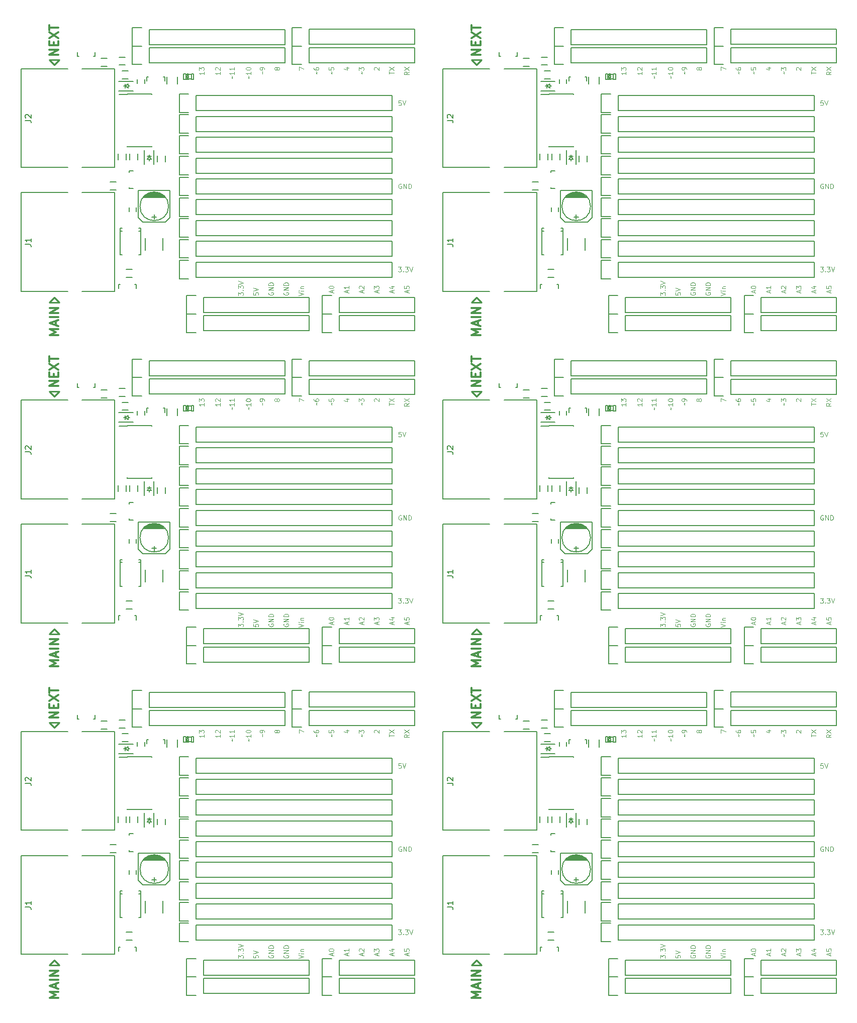
<source format=gbr>
G04 #@! TF.FileFunction,Legend,Top*
%FSLAX46Y46*%
G04 Gerber Fmt 4.6, Leading zero omitted, Abs format (unit mm)*
G04 Created by KiCad (PCBNEW no-vcs-found-product) date Sat 17 Oct 2015 11:56:58 AM BRT*
%MOMM*%
G01*
G04 APERTURE LIST*
%ADD10C,0.100000*%
%ADD11C,0.300000*%
%ADD12C,0.254000*%
%ADD13C,0.150000*%
G04 APERTURE END LIST*
D10*
X146276624Y-137645195D02*
X145895671Y-137645195D01*
X145857576Y-138026147D01*
X145895671Y-137988052D01*
X145971862Y-137949957D01*
X146162338Y-137949957D01*
X146238528Y-137988052D01*
X146276624Y-138026147D01*
X146314719Y-138102338D01*
X146314719Y-138292814D01*
X146276624Y-138369004D01*
X146238528Y-138407100D01*
X146162338Y-138445195D01*
X145971862Y-138445195D01*
X145895671Y-138407100D01*
X145857576Y-138369004D01*
X146543290Y-137645195D02*
X146809957Y-138445195D01*
X147076624Y-137645195D01*
X146314719Y-151729490D02*
X146238528Y-151691395D01*
X146124243Y-151691395D01*
X146009957Y-151729490D01*
X145933766Y-151805680D01*
X145895671Y-151881871D01*
X145857576Y-152034252D01*
X145857576Y-152148538D01*
X145895671Y-152300919D01*
X145933766Y-152377109D01*
X146009957Y-152453300D01*
X146124243Y-152491395D01*
X146200433Y-152491395D01*
X146314719Y-152453300D01*
X146352814Y-152415204D01*
X146352814Y-152148538D01*
X146200433Y-152148538D01*
X146695671Y-152491395D02*
X146695671Y-151691395D01*
X147152814Y-152491395D01*
X147152814Y-151691395D01*
X147533766Y-152491395D02*
X147533766Y-151691395D01*
X147724242Y-151691395D01*
X147838528Y-151729490D01*
X147914719Y-151805680D01*
X147952814Y-151881871D01*
X147990909Y-152034252D01*
X147990909Y-152148538D01*
X147952814Y-152300919D01*
X147914719Y-152377109D01*
X147838528Y-152453300D01*
X147724242Y-152491395D01*
X147533766Y-152491395D01*
X145819481Y-165699495D02*
X146314719Y-165699495D01*
X146048052Y-166004257D01*
X146162338Y-166004257D01*
X146238528Y-166042352D01*
X146276624Y-166080447D01*
X146314719Y-166156638D01*
X146314719Y-166347114D01*
X146276624Y-166423304D01*
X146238528Y-166461400D01*
X146162338Y-166499495D01*
X145933766Y-166499495D01*
X145857576Y-166461400D01*
X145819481Y-166423304D01*
X146657576Y-166423304D02*
X146695671Y-166461400D01*
X146657576Y-166499495D01*
X146619481Y-166461400D01*
X146657576Y-166423304D01*
X146657576Y-166499495D01*
X146962338Y-165699495D02*
X147457576Y-165699495D01*
X147190909Y-166004257D01*
X147305195Y-166004257D01*
X147381385Y-166042352D01*
X147419481Y-166080447D01*
X147457576Y-166156638D01*
X147457576Y-166347114D01*
X147419481Y-166423304D01*
X147381385Y-166461400D01*
X147305195Y-166499495D01*
X147076623Y-166499495D01*
X147000433Y-166461400D01*
X146962338Y-166423304D01*
X147686147Y-165699495D02*
X147952814Y-166499495D01*
X148219481Y-165699495D01*
X147641900Y-132799976D02*
X147260947Y-133066643D01*
X147641900Y-133257119D02*
X146841900Y-133257119D01*
X146841900Y-132952357D01*
X146879995Y-132876166D01*
X146918090Y-132838071D01*
X146994281Y-132799976D01*
X147108566Y-132799976D01*
X147184757Y-132838071D01*
X147222852Y-132876166D01*
X147260947Y-132952357D01*
X147260947Y-133257119D01*
X146841900Y-132533309D02*
X147641900Y-131999976D01*
X146841900Y-131999976D02*
X147641900Y-132533309D01*
X144301900Y-133180929D02*
X144301900Y-132723786D01*
X145101900Y-132952357D02*
X144301900Y-132952357D01*
X144301900Y-132533309D02*
X145101900Y-131999976D01*
X144301900Y-131999976D02*
X145101900Y-132533309D01*
X141838090Y-132495214D02*
X141799995Y-132457119D01*
X141761900Y-132380928D01*
X141761900Y-132190452D01*
X141799995Y-132114262D01*
X141838090Y-132076166D01*
X141914281Y-132038071D01*
X141990471Y-132038071D01*
X142104757Y-132076166D01*
X142561900Y-132533309D01*
X142561900Y-132038071D01*
X139717138Y-133142834D02*
X139679043Y-133104738D01*
X139640947Y-133028548D01*
X139717138Y-132876167D01*
X139679043Y-132799976D01*
X139640947Y-132761881D01*
X139221900Y-132533309D02*
X139221900Y-132038071D01*
X139526662Y-132304738D01*
X139526662Y-132190452D01*
X139564757Y-132114262D01*
X139602852Y-132076166D01*
X139679043Y-132038071D01*
X139869519Y-132038071D01*
X139945709Y-132076166D01*
X139983805Y-132114262D01*
X140021900Y-132190452D01*
X140021900Y-132419024D01*
X139983805Y-132495214D01*
X139945709Y-132533309D01*
X136948566Y-132114262D02*
X137481900Y-132114262D01*
X136643805Y-132304738D02*
X137215233Y-132495214D01*
X137215233Y-131999976D01*
X134637138Y-133142834D02*
X134599043Y-133104738D01*
X134560947Y-133028548D01*
X134637138Y-132876167D01*
X134599043Y-132799976D01*
X134560947Y-132761881D01*
X134141900Y-132076166D02*
X134141900Y-132457119D01*
X134522852Y-132495214D01*
X134484757Y-132457119D01*
X134446662Y-132380928D01*
X134446662Y-132190452D01*
X134484757Y-132114262D01*
X134522852Y-132076166D01*
X134599043Y-132038071D01*
X134789519Y-132038071D01*
X134865709Y-132076166D01*
X134903805Y-132114262D01*
X134941900Y-132190452D01*
X134941900Y-132380928D01*
X134903805Y-132457119D01*
X134865709Y-132495214D01*
X132097138Y-133142834D02*
X132059043Y-133104738D01*
X132020947Y-133028548D01*
X132097138Y-132876167D01*
X132059043Y-132799976D01*
X132020947Y-132761881D01*
X131601900Y-132114262D02*
X131601900Y-132266643D01*
X131639995Y-132342833D01*
X131678090Y-132380928D01*
X131792376Y-132457119D01*
X131944757Y-132495214D01*
X132249519Y-132495214D01*
X132325709Y-132457119D01*
X132363805Y-132419024D01*
X132401900Y-132342833D01*
X132401900Y-132190452D01*
X132363805Y-132114262D01*
X132325709Y-132076166D01*
X132249519Y-132038071D01*
X132059043Y-132038071D01*
X131982852Y-132076166D01*
X131944757Y-132114262D01*
X131906662Y-132190452D01*
X131906662Y-132342833D01*
X131944757Y-132419024D01*
X131982852Y-132457119D01*
X132059043Y-132495214D01*
X129074600Y-132533309D02*
X129074600Y-131999976D01*
X129874600Y-132342833D01*
X125340757Y-132342833D02*
X125302662Y-132419024D01*
X125264566Y-132457119D01*
X125188376Y-132495214D01*
X125150281Y-132495214D01*
X125074090Y-132457119D01*
X125035995Y-132419024D01*
X124997900Y-132342833D01*
X124997900Y-132190452D01*
X125035995Y-132114262D01*
X125074090Y-132076166D01*
X125150281Y-132038071D01*
X125188376Y-132038071D01*
X125264566Y-132076166D01*
X125302662Y-132114262D01*
X125340757Y-132190452D01*
X125340757Y-132342833D01*
X125378852Y-132419024D01*
X125416947Y-132457119D01*
X125493138Y-132495214D01*
X125645519Y-132495214D01*
X125721709Y-132457119D01*
X125759805Y-132419024D01*
X125797900Y-132342833D01*
X125797900Y-132190452D01*
X125759805Y-132114262D01*
X125721709Y-132076166D01*
X125645519Y-132038071D01*
X125493138Y-132038071D01*
X125416947Y-132076166D01*
X125378852Y-132114262D01*
X125340757Y-132190452D01*
X122965838Y-133142834D02*
X122927743Y-133104738D01*
X122889647Y-133028548D01*
X122965838Y-132876167D01*
X122927743Y-132799976D01*
X122889647Y-132761881D01*
X123270600Y-132419024D02*
X123270600Y-132266643D01*
X123232505Y-132190452D01*
X123194409Y-132152357D01*
X123080124Y-132076166D01*
X122927743Y-132038071D01*
X122622981Y-132038071D01*
X122546790Y-132076166D01*
X122508695Y-132114262D01*
X122470600Y-132190452D01*
X122470600Y-132342833D01*
X122508695Y-132419024D01*
X122546790Y-132457119D01*
X122622981Y-132495214D01*
X122813457Y-132495214D01*
X122889647Y-132457119D01*
X122927743Y-132419024D01*
X122965838Y-132342833D01*
X122965838Y-132190452D01*
X122927743Y-132114262D01*
X122889647Y-132076166D01*
X122813457Y-132038071D01*
X120667138Y-133904739D02*
X120629043Y-133866643D01*
X120590947Y-133790453D01*
X120667138Y-133638072D01*
X120629043Y-133561881D01*
X120590947Y-133523786D01*
X120971900Y-132799976D02*
X120971900Y-133257119D01*
X120971900Y-133028548D02*
X120171900Y-133028548D01*
X120286185Y-133104738D01*
X120362376Y-133180929D01*
X120400471Y-133257119D01*
X120171900Y-132304738D02*
X120171900Y-132228547D01*
X120209995Y-132152357D01*
X120248090Y-132114262D01*
X120324281Y-132076166D01*
X120476662Y-132038071D01*
X120667138Y-132038071D01*
X120819519Y-132076166D01*
X120895709Y-132114262D01*
X120933805Y-132152357D01*
X120971900Y-132228547D01*
X120971900Y-132304738D01*
X120933805Y-132380928D01*
X120895709Y-132419024D01*
X120819519Y-132457119D01*
X120667138Y-132495214D01*
X120476662Y-132495214D01*
X120324281Y-132457119D01*
X120248090Y-132419024D01*
X120209995Y-132380928D01*
X120171900Y-132304738D01*
X117847738Y-133904739D02*
X117809643Y-133866643D01*
X117771547Y-133790453D01*
X117847738Y-133638072D01*
X117809643Y-133561881D01*
X117771547Y-133523786D01*
X118152500Y-132799976D02*
X118152500Y-133257119D01*
X118152500Y-133028548D02*
X117352500Y-133028548D01*
X117466785Y-133104738D01*
X117542976Y-133180929D01*
X117581071Y-133257119D01*
X118152500Y-132038071D02*
X118152500Y-132495214D01*
X118152500Y-132266643D02*
X117352500Y-132266643D01*
X117466785Y-132342833D01*
X117542976Y-132419024D01*
X117581071Y-132495214D01*
X115803000Y-132799976D02*
X115803000Y-133257119D01*
X115803000Y-133028548D02*
X115003000Y-133028548D01*
X115117285Y-133104738D01*
X115193476Y-133180929D01*
X115231571Y-133257119D01*
X115079190Y-132495214D02*
X115041095Y-132457119D01*
X115003000Y-132380928D01*
X115003000Y-132190452D01*
X115041095Y-132114262D01*
X115079190Y-132076166D01*
X115155381Y-132038071D01*
X115231571Y-132038071D01*
X115345857Y-132076166D01*
X115803000Y-132533309D01*
X115803000Y-132038071D01*
X113072500Y-132799976D02*
X113072500Y-133257119D01*
X113072500Y-133028548D02*
X112272500Y-133028548D01*
X112386785Y-133104738D01*
X112462976Y-133180929D01*
X112501071Y-133257119D01*
X112272500Y-132533309D02*
X112272500Y-132038071D01*
X112577262Y-132304738D01*
X112577262Y-132190452D01*
X112615357Y-132114262D01*
X112653452Y-132076166D01*
X112729643Y-132038071D01*
X112920119Y-132038071D01*
X112996309Y-132076166D01*
X113034405Y-132114262D01*
X113072500Y-132190452D01*
X113072500Y-132419024D01*
X113034405Y-132495214D01*
X112996309Y-132533309D01*
X147413328Y-170023809D02*
X147413328Y-169642857D01*
X147641900Y-170100000D02*
X146841900Y-169833333D01*
X147641900Y-169566666D01*
X146841900Y-168919047D02*
X146841900Y-169300000D01*
X147222852Y-169338095D01*
X147184757Y-169300000D01*
X147146662Y-169223809D01*
X147146662Y-169033333D01*
X147184757Y-168957143D01*
X147222852Y-168919047D01*
X147299043Y-168880952D01*
X147489519Y-168880952D01*
X147565709Y-168919047D01*
X147603805Y-168957143D01*
X147641900Y-169033333D01*
X147641900Y-169223809D01*
X147603805Y-169300000D01*
X147565709Y-169338095D01*
X144873328Y-170023809D02*
X144873328Y-169642857D01*
X145101900Y-170100000D02*
X144301900Y-169833333D01*
X145101900Y-169566666D01*
X144568566Y-168957143D02*
X145101900Y-168957143D01*
X144263805Y-169147619D02*
X144835233Y-169338095D01*
X144835233Y-168842857D01*
X142333328Y-170023809D02*
X142333328Y-169642857D01*
X142561900Y-170100000D02*
X141761900Y-169833333D01*
X142561900Y-169566666D01*
X141761900Y-169376190D02*
X141761900Y-168880952D01*
X142066662Y-169147619D01*
X142066662Y-169033333D01*
X142104757Y-168957143D01*
X142142852Y-168919047D01*
X142219043Y-168880952D01*
X142409519Y-168880952D01*
X142485709Y-168919047D01*
X142523805Y-168957143D01*
X142561900Y-169033333D01*
X142561900Y-169261905D01*
X142523805Y-169338095D01*
X142485709Y-169376190D01*
X139793328Y-170023809D02*
X139793328Y-169642857D01*
X140021900Y-170100000D02*
X139221900Y-169833333D01*
X140021900Y-169566666D01*
X139298090Y-169338095D02*
X139259995Y-169300000D01*
X139221900Y-169223809D01*
X139221900Y-169033333D01*
X139259995Y-168957143D01*
X139298090Y-168919047D01*
X139374281Y-168880952D01*
X139450471Y-168880952D01*
X139564757Y-168919047D01*
X140021900Y-169376190D01*
X140021900Y-168880952D01*
X137253328Y-170023809D02*
X137253328Y-169642857D01*
X137481900Y-170100000D02*
X136681900Y-169833333D01*
X137481900Y-169566666D01*
X137481900Y-168880952D02*
X137481900Y-169338095D01*
X137481900Y-169109524D02*
X136681900Y-169109524D01*
X136796185Y-169185714D01*
X136872376Y-169261905D01*
X136910471Y-169338095D01*
X134713328Y-170023809D02*
X134713328Y-169642857D01*
X134941900Y-170100000D02*
X134141900Y-169833333D01*
X134941900Y-169566666D01*
X134141900Y-169147619D02*
X134141900Y-169071428D01*
X134179995Y-168995238D01*
X134218090Y-168957143D01*
X134294281Y-168919047D01*
X134446662Y-168880952D01*
X134637138Y-168880952D01*
X134789519Y-168919047D01*
X134865709Y-168957143D01*
X134903805Y-168995238D01*
X134941900Y-169071428D01*
X134941900Y-169147619D01*
X134903805Y-169223809D01*
X134865709Y-169261905D01*
X134789519Y-169300000D01*
X134637138Y-169338095D01*
X134446662Y-169338095D01*
X134294281Y-169300000D01*
X134218090Y-169261905D01*
X134179995Y-169223809D01*
X134141900Y-169147619D01*
D11*
X88573366Y-177153284D02*
X87073366Y-177153284D01*
X88144795Y-176653284D01*
X87073366Y-176153284D01*
X88573366Y-176153284D01*
X88144795Y-175510427D02*
X88144795Y-174796141D01*
X88573366Y-175653284D02*
X87073366Y-175153284D01*
X88573366Y-174653284D01*
X88573366Y-174153284D02*
X87073366Y-174153284D01*
X88573366Y-173438998D02*
X87073366Y-173438998D01*
X88573366Y-172581855D01*
X87073366Y-172581855D01*
D12*
X87894795Y-170856910D02*
X87051515Y-171700190D01*
X87051515Y-171700190D02*
X88738075Y-171700190D01*
X88738075Y-171700190D02*
X87894795Y-170856910D01*
X87052785Y-130810000D02*
X87896065Y-131653280D01*
X88739345Y-130810000D02*
X87052785Y-130810000D01*
X87896065Y-131653280D02*
X88739345Y-130810000D01*
D11*
X88568286Y-129932607D02*
X87068286Y-129932607D01*
X88568286Y-129075464D01*
X87068286Y-129075464D01*
X87782572Y-128361178D02*
X87782572Y-127861178D01*
X88568286Y-127646892D02*
X88568286Y-128361178D01*
X87068286Y-128361178D01*
X87068286Y-127646892D01*
X87068286Y-127146892D02*
X88568286Y-126146892D01*
X87068286Y-126146892D02*
X88568286Y-127146892D01*
X87068286Y-125789750D02*
X87068286Y-124932607D01*
X88568286Y-125361178D02*
X87068286Y-125361178D01*
D10*
X126559995Y-169983226D02*
X126521900Y-170059417D01*
X126521900Y-170173702D01*
X126559995Y-170287988D01*
X126636185Y-170364179D01*
X126712376Y-170402274D01*
X126864757Y-170440369D01*
X126979043Y-170440369D01*
X127131424Y-170402274D01*
X127207614Y-170364179D01*
X127283805Y-170287988D01*
X127321900Y-170173702D01*
X127321900Y-170097512D01*
X127283805Y-169983226D01*
X127245709Y-169945131D01*
X126979043Y-169945131D01*
X126979043Y-170097512D01*
X127321900Y-169602274D02*
X126521900Y-169602274D01*
X127321900Y-169145131D01*
X126521900Y-169145131D01*
X127321900Y-168764179D02*
X126521900Y-168764179D01*
X126521900Y-168573703D01*
X126559995Y-168459417D01*
X126636185Y-168383226D01*
X126712376Y-168345131D01*
X126864757Y-168307036D01*
X126979043Y-168307036D01*
X127131424Y-168345131D01*
X127207614Y-168383226D01*
X127283805Y-168459417D01*
X127321900Y-168573703D01*
X127321900Y-168764179D01*
X124019995Y-169983226D02*
X123981900Y-170059417D01*
X123981900Y-170173702D01*
X124019995Y-170287988D01*
X124096185Y-170364179D01*
X124172376Y-170402274D01*
X124324757Y-170440369D01*
X124439043Y-170440369D01*
X124591424Y-170402274D01*
X124667614Y-170364179D01*
X124743805Y-170287988D01*
X124781900Y-170173702D01*
X124781900Y-170097512D01*
X124743805Y-169983226D01*
X124705709Y-169945131D01*
X124439043Y-169945131D01*
X124439043Y-170097512D01*
X124781900Y-169602274D02*
X123981900Y-169602274D01*
X124781900Y-169145131D01*
X123981900Y-169145131D01*
X124781900Y-168764179D02*
X123981900Y-168764179D01*
X123981900Y-168573703D01*
X124019995Y-168459417D01*
X124096185Y-168383226D01*
X124172376Y-168345131D01*
X124324757Y-168307036D01*
X124439043Y-168307036D01*
X124591424Y-168345131D01*
X124667614Y-168383226D01*
X124743805Y-168459417D01*
X124781900Y-168573703D01*
X124781900Y-168764179D01*
X129061900Y-170516560D02*
X129861900Y-170249893D01*
X129061900Y-169983226D01*
X129861900Y-169716560D02*
X129328566Y-169716560D01*
X129061900Y-169716560D02*
X129099995Y-169754655D01*
X129138090Y-169716560D01*
X129099995Y-169678465D01*
X129061900Y-169716560D01*
X129138090Y-169716560D01*
X129328566Y-169335608D02*
X129861900Y-169335608D01*
X129404757Y-169335608D02*
X129366662Y-169297513D01*
X129328566Y-169221322D01*
X129328566Y-169107036D01*
X129366662Y-169030846D01*
X129442852Y-168992751D01*
X129861900Y-168992751D01*
X121441900Y-170021321D02*
X121441900Y-170402274D01*
X121822852Y-170440369D01*
X121784757Y-170402274D01*
X121746662Y-170326083D01*
X121746662Y-170135607D01*
X121784757Y-170059417D01*
X121822852Y-170021321D01*
X121899043Y-169983226D01*
X122089519Y-169983226D01*
X122165709Y-170021321D01*
X122203805Y-170059417D01*
X122241900Y-170135607D01*
X122241900Y-170326083D01*
X122203805Y-170402274D01*
X122165709Y-170440369D01*
X121441900Y-169754655D02*
X122241900Y-169487988D01*
X121441900Y-169221321D01*
X118901900Y-170478464D02*
X118901900Y-169983226D01*
X119206662Y-170249893D01*
X119206662Y-170135607D01*
X119244757Y-170059417D01*
X119282852Y-170021321D01*
X119359043Y-169983226D01*
X119549519Y-169983226D01*
X119625709Y-170021321D01*
X119663805Y-170059417D01*
X119701900Y-170135607D01*
X119701900Y-170364179D01*
X119663805Y-170440369D01*
X119625709Y-170478464D01*
X119625709Y-169640369D02*
X119663805Y-169602274D01*
X119701900Y-169640369D01*
X119663805Y-169678464D01*
X119625709Y-169640369D01*
X119701900Y-169640369D01*
X118901900Y-169335607D02*
X118901900Y-168840369D01*
X119206662Y-169107036D01*
X119206662Y-168992750D01*
X119244757Y-168916560D01*
X119282852Y-168878464D01*
X119359043Y-168840369D01*
X119549519Y-168840369D01*
X119625709Y-168878464D01*
X119663805Y-168916560D01*
X119701900Y-168992750D01*
X119701900Y-169221322D01*
X119663805Y-169297512D01*
X119625709Y-169335607D01*
X118901900Y-168611798D02*
X119701900Y-168345131D01*
X118901900Y-168078464D01*
X146276624Y-81805200D02*
X145895671Y-81805200D01*
X145857576Y-82186152D01*
X145895671Y-82148057D01*
X145971862Y-82109962D01*
X146162338Y-82109962D01*
X146238528Y-82148057D01*
X146276624Y-82186152D01*
X146314719Y-82262343D01*
X146314719Y-82452819D01*
X146276624Y-82529009D01*
X146238528Y-82567105D01*
X146162338Y-82605200D01*
X145971862Y-82605200D01*
X145895671Y-82567105D01*
X145857576Y-82529009D01*
X146543290Y-81805200D02*
X146809957Y-82605200D01*
X147076624Y-81805200D01*
X146314719Y-95889495D02*
X146238528Y-95851400D01*
X146124243Y-95851400D01*
X146009957Y-95889495D01*
X145933766Y-95965685D01*
X145895671Y-96041876D01*
X145857576Y-96194257D01*
X145857576Y-96308543D01*
X145895671Y-96460924D01*
X145933766Y-96537114D01*
X146009957Y-96613305D01*
X146124243Y-96651400D01*
X146200433Y-96651400D01*
X146314719Y-96613305D01*
X146352814Y-96575209D01*
X146352814Y-96308543D01*
X146200433Y-96308543D01*
X146695671Y-96651400D02*
X146695671Y-95851400D01*
X147152814Y-96651400D01*
X147152814Y-95851400D01*
X147533766Y-96651400D02*
X147533766Y-95851400D01*
X147724242Y-95851400D01*
X147838528Y-95889495D01*
X147914719Y-95965685D01*
X147952814Y-96041876D01*
X147990909Y-96194257D01*
X147990909Y-96308543D01*
X147952814Y-96460924D01*
X147914719Y-96537114D01*
X147838528Y-96613305D01*
X147724242Y-96651400D01*
X147533766Y-96651400D01*
X145819481Y-109859500D02*
X146314719Y-109859500D01*
X146048052Y-110164262D01*
X146162338Y-110164262D01*
X146238528Y-110202357D01*
X146276624Y-110240452D01*
X146314719Y-110316643D01*
X146314719Y-110507119D01*
X146276624Y-110583309D01*
X146238528Y-110621405D01*
X146162338Y-110659500D01*
X145933766Y-110659500D01*
X145857576Y-110621405D01*
X145819481Y-110583309D01*
X146657576Y-110583309D02*
X146695671Y-110621405D01*
X146657576Y-110659500D01*
X146619481Y-110621405D01*
X146657576Y-110583309D01*
X146657576Y-110659500D01*
X146962338Y-109859500D02*
X147457576Y-109859500D01*
X147190909Y-110164262D01*
X147305195Y-110164262D01*
X147381385Y-110202357D01*
X147419481Y-110240452D01*
X147457576Y-110316643D01*
X147457576Y-110507119D01*
X147419481Y-110583309D01*
X147381385Y-110621405D01*
X147305195Y-110659500D01*
X147076623Y-110659500D01*
X147000433Y-110621405D01*
X146962338Y-110583309D01*
X147686147Y-109859500D02*
X147952814Y-110659500D01*
X148219481Y-109859500D01*
X147641900Y-76959981D02*
X147260947Y-77226648D01*
X147641900Y-77417124D02*
X146841900Y-77417124D01*
X146841900Y-77112362D01*
X146879995Y-77036171D01*
X146918090Y-76998076D01*
X146994281Y-76959981D01*
X147108566Y-76959981D01*
X147184757Y-76998076D01*
X147222852Y-77036171D01*
X147260947Y-77112362D01*
X147260947Y-77417124D01*
X146841900Y-76693314D02*
X147641900Y-76159981D01*
X146841900Y-76159981D02*
X147641900Y-76693314D01*
X144301900Y-77340934D02*
X144301900Y-76883791D01*
X145101900Y-77112362D02*
X144301900Y-77112362D01*
X144301900Y-76693314D02*
X145101900Y-76159981D01*
X144301900Y-76159981D02*
X145101900Y-76693314D01*
X141838090Y-76655219D02*
X141799995Y-76617124D01*
X141761900Y-76540933D01*
X141761900Y-76350457D01*
X141799995Y-76274267D01*
X141838090Y-76236171D01*
X141914281Y-76198076D01*
X141990471Y-76198076D01*
X142104757Y-76236171D01*
X142561900Y-76693314D01*
X142561900Y-76198076D01*
X139717138Y-77302839D02*
X139679043Y-77264743D01*
X139640947Y-77188553D01*
X139717138Y-77036172D01*
X139679043Y-76959981D01*
X139640947Y-76921886D01*
X139221900Y-76693314D02*
X139221900Y-76198076D01*
X139526662Y-76464743D01*
X139526662Y-76350457D01*
X139564757Y-76274267D01*
X139602852Y-76236171D01*
X139679043Y-76198076D01*
X139869519Y-76198076D01*
X139945709Y-76236171D01*
X139983805Y-76274267D01*
X140021900Y-76350457D01*
X140021900Y-76579029D01*
X139983805Y-76655219D01*
X139945709Y-76693314D01*
X136948566Y-76274267D02*
X137481900Y-76274267D01*
X136643805Y-76464743D02*
X137215233Y-76655219D01*
X137215233Y-76159981D01*
X134637138Y-77302839D02*
X134599043Y-77264743D01*
X134560947Y-77188553D01*
X134637138Y-77036172D01*
X134599043Y-76959981D01*
X134560947Y-76921886D01*
X134141900Y-76236171D02*
X134141900Y-76617124D01*
X134522852Y-76655219D01*
X134484757Y-76617124D01*
X134446662Y-76540933D01*
X134446662Y-76350457D01*
X134484757Y-76274267D01*
X134522852Y-76236171D01*
X134599043Y-76198076D01*
X134789519Y-76198076D01*
X134865709Y-76236171D01*
X134903805Y-76274267D01*
X134941900Y-76350457D01*
X134941900Y-76540933D01*
X134903805Y-76617124D01*
X134865709Y-76655219D01*
X132097138Y-77302839D02*
X132059043Y-77264743D01*
X132020947Y-77188553D01*
X132097138Y-77036172D01*
X132059043Y-76959981D01*
X132020947Y-76921886D01*
X131601900Y-76274267D02*
X131601900Y-76426648D01*
X131639995Y-76502838D01*
X131678090Y-76540933D01*
X131792376Y-76617124D01*
X131944757Y-76655219D01*
X132249519Y-76655219D01*
X132325709Y-76617124D01*
X132363805Y-76579029D01*
X132401900Y-76502838D01*
X132401900Y-76350457D01*
X132363805Y-76274267D01*
X132325709Y-76236171D01*
X132249519Y-76198076D01*
X132059043Y-76198076D01*
X131982852Y-76236171D01*
X131944757Y-76274267D01*
X131906662Y-76350457D01*
X131906662Y-76502838D01*
X131944757Y-76579029D01*
X131982852Y-76617124D01*
X132059043Y-76655219D01*
X129074600Y-76693314D02*
X129074600Y-76159981D01*
X129874600Y-76502838D01*
X125340757Y-76502838D02*
X125302662Y-76579029D01*
X125264566Y-76617124D01*
X125188376Y-76655219D01*
X125150281Y-76655219D01*
X125074090Y-76617124D01*
X125035995Y-76579029D01*
X124997900Y-76502838D01*
X124997900Y-76350457D01*
X125035995Y-76274267D01*
X125074090Y-76236171D01*
X125150281Y-76198076D01*
X125188376Y-76198076D01*
X125264566Y-76236171D01*
X125302662Y-76274267D01*
X125340757Y-76350457D01*
X125340757Y-76502838D01*
X125378852Y-76579029D01*
X125416947Y-76617124D01*
X125493138Y-76655219D01*
X125645519Y-76655219D01*
X125721709Y-76617124D01*
X125759805Y-76579029D01*
X125797900Y-76502838D01*
X125797900Y-76350457D01*
X125759805Y-76274267D01*
X125721709Y-76236171D01*
X125645519Y-76198076D01*
X125493138Y-76198076D01*
X125416947Y-76236171D01*
X125378852Y-76274267D01*
X125340757Y-76350457D01*
X122965838Y-77302839D02*
X122927743Y-77264743D01*
X122889647Y-77188553D01*
X122965838Y-77036172D01*
X122927743Y-76959981D01*
X122889647Y-76921886D01*
X123270600Y-76579029D02*
X123270600Y-76426648D01*
X123232505Y-76350457D01*
X123194409Y-76312362D01*
X123080124Y-76236171D01*
X122927743Y-76198076D01*
X122622981Y-76198076D01*
X122546790Y-76236171D01*
X122508695Y-76274267D01*
X122470600Y-76350457D01*
X122470600Y-76502838D01*
X122508695Y-76579029D01*
X122546790Y-76617124D01*
X122622981Y-76655219D01*
X122813457Y-76655219D01*
X122889647Y-76617124D01*
X122927743Y-76579029D01*
X122965838Y-76502838D01*
X122965838Y-76350457D01*
X122927743Y-76274267D01*
X122889647Y-76236171D01*
X122813457Y-76198076D01*
X120667138Y-78064744D02*
X120629043Y-78026648D01*
X120590947Y-77950458D01*
X120667138Y-77798077D01*
X120629043Y-77721886D01*
X120590947Y-77683791D01*
X120971900Y-76959981D02*
X120971900Y-77417124D01*
X120971900Y-77188553D02*
X120171900Y-77188553D01*
X120286185Y-77264743D01*
X120362376Y-77340934D01*
X120400471Y-77417124D01*
X120171900Y-76464743D02*
X120171900Y-76388552D01*
X120209995Y-76312362D01*
X120248090Y-76274267D01*
X120324281Y-76236171D01*
X120476662Y-76198076D01*
X120667138Y-76198076D01*
X120819519Y-76236171D01*
X120895709Y-76274267D01*
X120933805Y-76312362D01*
X120971900Y-76388552D01*
X120971900Y-76464743D01*
X120933805Y-76540933D01*
X120895709Y-76579029D01*
X120819519Y-76617124D01*
X120667138Y-76655219D01*
X120476662Y-76655219D01*
X120324281Y-76617124D01*
X120248090Y-76579029D01*
X120209995Y-76540933D01*
X120171900Y-76464743D01*
X117847738Y-78064744D02*
X117809643Y-78026648D01*
X117771547Y-77950458D01*
X117847738Y-77798077D01*
X117809643Y-77721886D01*
X117771547Y-77683791D01*
X118152500Y-76959981D02*
X118152500Y-77417124D01*
X118152500Y-77188553D02*
X117352500Y-77188553D01*
X117466785Y-77264743D01*
X117542976Y-77340934D01*
X117581071Y-77417124D01*
X118152500Y-76198076D02*
X118152500Y-76655219D01*
X118152500Y-76426648D02*
X117352500Y-76426648D01*
X117466785Y-76502838D01*
X117542976Y-76579029D01*
X117581071Y-76655219D01*
X115803000Y-76959981D02*
X115803000Y-77417124D01*
X115803000Y-77188553D02*
X115003000Y-77188553D01*
X115117285Y-77264743D01*
X115193476Y-77340934D01*
X115231571Y-77417124D01*
X115079190Y-76655219D02*
X115041095Y-76617124D01*
X115003000Y-76540933D01*
X115003000Y-76350457D01*
X115041095Y-76274267D01*
X115079190Y-76236171D01*
X115155381Y-76198076D01*
X115231571Y-76198076D01*
X115345857Y-76236171D01*
X115803000Y-76693314D01*
X115803000Y-76198076D01*
X113072500Y-76959981D02*
X113072500Y-77417124D01*
X113072500Y-77188553D02*
X112272500Y-77188553D01*
X112386785Y-77264743D01*
X112462976Y-77340934D01*
X112501071Y-77417124D01*
X112272500Y-76693314D02*
X112272500Y-76198076D01*
X112577262Y-76464743D01*
X112577262Y-76350457D01*
X112615357Y-76274267D01*
X112653452Y-76236171D01*
X112729643Y-76198076D01*
X112920119Y-76198076D01*
X112996309Y-76236171D01*
X113034405Y-76274267D01*
X113072500Y-76350457D01*
X113072500Y-76579029D01*
X113034405Y-76655219D01*
X112996309Y-76693314D01*
X147413328Y-114183814D02*
X147413328Y-113802862D01*
X147641900Y-114260005D02*
X146841900Y-113993338D01*
X147641900Y-113726671D01*
X146841900Y-113079052D02*
X146841900Y-113460005D01*
X147222852Y-113498100D01*
X147184757Y-113460005D01*
X147146662Y-113383814D01*
X147146662Y-113193338D01*
X147184757Y-113117148D01*
X147222852Y-113079052D01*
X147299043Y-113040957D01*
X147489519Y-113040957D01*
X147565709Y-113079052D01*
X147603805Y-113117148D01*
X147641900Y-113193338D01*
X147641900Y-113383814D01*
X147603805Y-113460005D01*
X147565709Y-113498100D01*
X144873328Y-114183814D02*
X144873328Y-113802862D01*
X145101900Y-114260005D02*
X144301900Y-113993338D01*
X145101900Y-113726671D01*
X144568566Y-113117148D02*
X145101900Y-113117148D01*
X144263805Y-113307624D02*
X144835233Y-113498100D01*
X144835233Y-113002862D01*
X142333328Y-114183814D02*
X142333328Y-113802862D01*
X142561900Y-114260005D02*
X141761900Y-113993338D01*
X142561900Y-113726671D01*
X141761900Y-113536195D02*
X141761900Y-113040957D01*
X142066662Y-113307624D01*
X142066662Y-113193338D01*
X142104757Y-113117148D01*
X142142852Y-113079052D01*
X142219043Y-113040957D01*
X142409519Y-113040957D01*
X142485709Y-113079052D01*
X142523805Y-113117148D01*
X142561900Y-113193338D01*
X142561900Y-113421910D01*
X142523805Y-113498100D01*
X142485709Y-113536195D01*
X139793328Y-114183814D02*
X139793328Y-113802862D01*
X140021900Y-114260005D02*
X139221900Y-113993338D01*
X140021900Y-113726671D01*
X139298090Y-113498100D02*
X139259995Y-113460005D01*
X139221900Y-113383814D01*
X139221900Y-113193338D01*
X139259995Y-113117148D01*
X139298090Y-113079052D01*
X139374281Y-113040957D01*
X139450471Y-113040957D01*
X139564757Y-113079052D01*
X140021900Y-113536195D01*
X140021900Y-113040957D01*
X137253328Y-114183814D02*
X137253328Y-113802862D01*
X137481900Y-114260005D02*
X136681900Y-113993338D01*
X137481900Y-113726671D01*
X137481900Y-113040957D02*
X137481900Y-113498100D01*
X137481900Y-113269529D02*
X136681900Y-113269529D01*
X136796185Y-113345719D01*
X136872376Y-113421910D01*
X136910471Y-113498100D01*
X134713328Y-114183814D02*
X134713328Y-113802862D01*
X134941900Y-114260005D02*
X134141900Y-113993338D01*
X134941900Y-113726671D01*
X134141900Y-113307624D02*
X134141900Y-113231433D01*
X134179995Y-113155243D01*
X134218090Y-113117148D01*
X134294281Y-113079052D01*
X134446662Y-113040957D01*
X134637138Y-113040957D01*
X134789519Y-113079052D01*
X134865709Y-113117148D01*
X134903805Y-113155243D01*
X134941900Y-113231433D01*
X134941900Y-113307624D01*
X134903805Y-113383814D01*
X134865709Y-113421910D01*
X134789519Y-113460005D01*
X134637138Y-113498100D01*
X134446662Y-113498100D01*
X134294281Y-113460005D01*
X134218090Y-113421910D01*
X134179995Y-113383814D01*
X134141900Y-113307624D01*
D11*
X88573366Y-121313289D02*
X87073366Y-121313289D01*
X88144795Y-120813289D01*
X87073366Y-120313289D01*
X88573366Y-120313289D01*
X88144795Y-119670432D02*
X88144795Y-118956146D01*
X88573366Y-119813289D02*
X87073366Y-119313289D01*
X88573366Y-118813289D01*
X88573366Y-118313289D02*
X87073366Y-118313289D01*
X88573366Y-117599003D02*
X87073366Y-117599003D01*
X88573366Y-116741860D01*
X87073366Y-116741860D01*
D12*
X87894795Y-115016915D02*
X87051515Y-115860195D01*
X87051515Y-115860195D02*
X88738075Y-115860195D01*
X88738075Y-115860195D02*
X87894795Y-115016915D01*
X87052785Y-74970005D02*
X87896065Y-75813285D01*
X88739345Y-74970005D02*
X87052785Y-74970005D01*
X87896065Y-75813285D02*
X88739345Y-74970005D01*
D11*
X88568286Y-74092612D02*
X87068286Y-74092612D01*
X88568286Y-73235469D01*
X87068286Y-73235469D01*
X87782572Y-72521183D02*
X87782572Y-72021183D01*
X88568286Y-71806897D02*
X88568286Y-72521183D01*
X87068286Y-72521183D01*
X87068286Y-71806897D01*
X87068286Y-71306897D02*
X88568286Y-70306897D01*
X87068286Y-70306897D02*
X88568286Y-71306897D01*
X87068286Y-69949755D02*
X87068286Y-69092612D01*
X88568286Y-69521183D02*
X87068286Y-69521183D01*
D10*
X126559995Y-114143231D02*
X126521900Y-114219422D01*
X126521900Y-114333707D01*
X126559995Y-114447993D01*
X126636185Y-114524184D01*
X126712376Y-114562279D01*
X126864757Y-114600374D01*
X126979043Y-114600374D01*
X127131424Y-114562279D01*
X127207614Y-114524184D01*
X127283805Y-114447993D01*
X127321900Y-114333707D01*
X127321900Y-114257517D01*
X127283805Y-114143231D01*
X127245709Y-114105136D01*
X126979043Y-114105136D01*
X126979043Y-114257517D01*
X127321900Y-113762279D02*
X126521900Y-113762279D01*
X127321900Y-113305136D01*
X126521900Y-113305136D01*
X127321900Y-112924184D02*
X126521900Y-112924184D01*
X126521900Y-112733708D01*
X126559995Y-112619422D01*
X126636185Y-112543231D01*
X126712376Y-112505136D01*
X126864757Y-112467041D01*
X126979043Y-112467041D01*
X127131424Y-112505136D01*
X127207614Y-112543231D01*
X127283805Y-112619422D01*
X127321900Y-112733708D01*
X127321900Y-112924184D01*
X124019995Y-114143231D02*
X123981900Y-114219422D01*
X123981900Y-114333707D01*
X124019995Y-114447993D01*
X124096185Y-114524184D01*
X124172376Y-114562279D01*
X124324757Y-114600374D01*
X124439043Y-114600374D01*
X124591424Y-114562279D01*
X124667614Y-114524184D01*
X124743805Y-114447993D01*
X124781900Y-114333707D01*
X124781900Y-114257517D01*
X124743805Y-114143231D01*
X124705709Y-114105136D01*
X124439043Y-114105136D01*
X124439043Y-114257517D01*
X124781900Y-113762279D02*
X123981900Y-113762279D01*
X124781900Y-113305136D01*
X123981900Y-113305136D01*
X124781900Y-112924184D02*
X123981900Y-112924184D01*
X123981900Y-112733708D01*
X124019995Y-112619422D01*
X124096185Y-112543231D01*
X124172376Y-112505136D01*
X124324757Y-112467041D01*
X124439043Y-112467041D01*
X124591424Y-112505136D01*
X124667614Y-112543231D01*
X124743805Y-112619422D01*
X124781900Y-112733708D01*
X124781900Y-112924184D01*
X129061900Y-114676565D02*
X129861900Y-114409898D01*
X129061900Y-114143231D01*
X129861900Y-113876565D02*
X129328566Y-113876565D01*
X129061900Y-113876565D02*
X129099995Y-113914660D01*
X129138090Y-113876565D01*
X129099995Y-113838470D01*
X129061900Y-113876565D01*
X129138090Y-113876565D01*
X129328566Y-113495613D02*
X129861900Y-113495613D01*
X129404757Y-113495613D02*
X129366662Y-113457518D01*
X129328566Y-113381327D01*
X129328566Y-113267041D01*
X129366662Y-113190851D01*
X129442852Y-113152756D01*
X129861900Y-113152756D01*
X121441900Y-114181326D02*
X121441900Y-114562279D01*
X121822852Y-114600374D01*
X121784757Y-114562279D01*
X121746662Y-114486088D01*
X121746662Y-114295612D01*
X121784757Y-114219422D01*
X121822852Y-114181326D01*
X121899043Y-114143231D01*
X122089519Y-114143231D01*
X122165709Y-114181326D01*
X122203805Y-114219422D01*
X122241900Y-114295612D01*
X122241900Y-114486088D01*
X122203805Y-114562279D01*
X122165709Y-114600374D01*
X121441900Y-113914660D02*
X122241900Y-113647993D01*
X121441900Y-113381326D01*
X118901900Y-114638469D02*
X118901900Y-114143231D01*
X119206662Y-114409898D01*
X119206662Y-114295612D01*
X119244757Y-114219422D01*
X119282852Y-114181326D01*
X119359043Y-114143231D01*
X119549519Y-114143231D01*
X119625709Y-114181326D01*
X119663805Y-114219422D01*
X119701900Y-114295612D01*
X119701900Y-114524184D01*
X119663805Y-114600374D01*
X119625709Y-114638469D01*
X119625709Y-113800374D02*
X119663805Y-113762279D01*
X119701900Y-113800374D01*
X119663805Y-113838469D01*
X119625709Y-113800374D01*
X119701900Y-113800374D01*
X118901900Y-113495612D02*
X118901900Y-113000374D01*
X119206662Y-113267041D01*
X119206662Y-113152755D01*
X119244757Y-113076565D01*
X119282852Y-113038469D01*
X119359043Y-113000374D01*
X119549519Y-113000374D01*
X119625709Y-113038469D01*
X119663805Y-113076565D01*
X119701900Y-113152755D01*
X119701900Y-113381327D01*
X119663805Y-113457517D01*
X119625709Y-113495612D01*
X118901900Y-112771803D02*
X119701900Y-112505136D01*
X118901900Y-112238469D01*
X146276624Y-25965205D02*
X145895671Y-25965205D01*
X145857576Y-26346157D01*
X145895671Y-26308062D01*
X145971862Y-26269967D01*
X146162338Y-26269967D01*
X146238528Y-26308062D01*
X146276624Y-26346157D01*
X146314719Y-26422348D01*
X146314719Y-26612824D01*
X146276624Y-26689014D01*
X146238528Y-26727110D01*
X146162338Y-26765205D01*
X145971862Y-26765205D01*
X145895671Y-26727110D01*
X145857576Y-26689014D01*
X146543290Y-25965205D02*
X146809957Y-26765205D01*
X147076624Y-25965205D01*
X146314719Y-40049500D02*
X146238528Y-40011405D01*
X146124243Y-40011405D01*
X146009957Y-40049500D01*
X145933766Y-40125690D01*
X145895671Y-40201881D01*
X145857576Y-40354262D01*
X145857576Y-40468548D01*
X145895671Y-40620929D01*
X145933766Y-40697119D01*
X146009957Y-40773310D01*
X146124243Y-40811405D01*
X146200433Y-40811405D01*
X146314719Y-40773310D01*
X146352814Y-40735214D01*
X146352814Y-40468548D01*
X146200433Y-40468548D01*
X146695671Y-40811405D02*
X146695671Y-40011405D01*
X147152814Y-40811405D01*
X147152814Y-40011405D01*
X147533766Y-40811405D02*
X147533766Y-40011405D01*
X147724242Y-40011405D01*
X147838528Y-40049500D01*
X147914719Y-40125690D01*
X147952814Y-40201881D01*
X147990909Y-40354262D01*
X147990909Y-40468548D01*
X147952814Y-40620929D01*
X147914719Y-40697119D01*
X147838528Y-40773310D01*
X147724242Y-40811405D01*
X147533766Y-40811405D01*
X145819481Y-54019505D02*
X146314719Y-54019505D01*
X146048052Y-54324267D01*
X146162338Y-54324267D01*
X146238528Y-54362362D01*
X146276624Y-54400457D01*
X146314719Y-54476648D01*
X146314719Y-54667124D01*
X146276624Y-54743314D01*
X146238528Y-54781410D01*
X146162338Y-54819505D01*
X145933766Y-54819505D01*
X145857576Y-54781410D01*
X145819481Y-54743314D01*
X146657576Y-54743314D02*
X146695671Y-54781410D01*
X146657576Y-54819505D01*
X146619481Y-54781410D01*
X146657576Y-54743314D01*
X146657576Y-54819505D01*
X146962338Y-54019505D02*
X147457576Y-54019505D01*
X147190909Y-54324267D01*
X147305195Y-54324267D01*
X147381385Y-54362362D01*
X147419481Y-54400457D01*
X147457576Y-54476648D01*
X147457576Y-54667124D01*
X147419481Y-54743314D01*
X147381385Y-54781410D01*
X147305195Y-54819505D01*
X147076623Y-54819505D01*
X147000433Y-54781410D01*
X146962338Y-54743314D01*
X147686147Y-54019505D02*
X147952814Y-54819505D01*
X148219481Y-54019505D01*
X147641900Y-21119986D02*
X147260947Y-21386653D01*
X147641900Y-21577129D02*
X146841900Y-21577129D01*
X146841900Y-21272367D01*
X146879995Y-21196176D01*
X146918090Y-21158081D01*
X146994281Y-21119986D01*
X147108566Y-21119986D01*
X147184757Y-21158081D01*
X147222852Y-21196176D01*
X147260947Y-21272367D01*
X147260947Y-21577129D01*
X146841900Y-20853319D02*
X147641900Y-20319986D01*
X146841900Y-20319986D02*
X147641900Y-20853319D01*
X144301900Y-21500939D02*
X144301900Y-21043796D01*
X145101900Y-21272367D02*
X144301900Y-21272367D01*
X144301900Y-20853319D02*
X145101900Y-20319986D01*
X144301900Y-20319986D02*
X145101900Y-20853319D01*
X141838090Y-20815224D02*
X141799995Y-20777129D01*
X141761900Y-20700938D01*
X141761900Y-20510462D01*
X141799995Y-20434272D01*
X141838090Y-20396176D01*
X141914281Y-20358081D01*
X141990471Y-20358081D01*
X142104757Y-20396176D01*
X142561900Y-20853319D01*
X142561900Y-20358081D01*
X139717138Y-21462844D02*
X139679043Y-21424748D01*
X139640947Y-21348558D01*
X139717138Y-21196177D01*
X139679043Y-21119986D01*
X139640947Y-21081891D01*
X139221900Y-20853319D02*
X139221900Y-20358081D01*
X139526662Y-20624748D01*
X139526662Y-20510462D01*
X139564757Y-20434272D01*
X139602852Y-20396176D01*
X139679043Y-20358081D01*
X139869519Y-20358081D01*
X139945709Y-20396176D01*
X139983805Y-20434272D01*
X140021900Y-20510462D01*
X140021900Y-20739034D01*
X139983805Y-20815224D01*
X139945709Y-20853319D01*
X136948566Y-20434272D02*
X137481900Y-20434272D01*
X136643805Y-20624748D02*
X137215233Y-20815224D01*
X137215233Y-20319986D01*
X134637138Y-21462844D02*
X134599043Y-21424748D01*
X134560947Y-21348558D01*
X134637138Y-21196177D01*
X134599043Y-21119986D01*
X134560947Y-21081891D01*
X134141900Y-20396176D02*
X134141900Y-20777129D01*
X134522852Y-20815224D01*
X134484757Y-20777129D01*
X134446662Y-20700938D01*
X134446662Y-20510462D01*
X134484757Y-20434272D01*
X134522852Y-20396176D01*
X134599043Y-20358081D01*
X134789519Y-20358081D01*
X134865709Y-20396176D01*
X134903805Y-20434272D01*
X134941900Y-20510462D01*
X134941900Y-20700938D01*
X134903805Y-20777129D01*
X134865709Y-20815224D01*
X132097138Y-21462844D02*
X132059043Y-21424748D01*
X132020947Y-21348558D01*
X132097138Y-21196177D01*
X132059043Y-21119986D01*
X132020947Y-21081891D01*
X131601900Y-20434272D02*
X131601900Y-20586653D01*
X131639995Y-20662843D01*
X131678090Y-20700938D01*
X131792376Y-20777129D01*
X131944757Y-20815224D01*
X132249519Y-20815224D01*
X132325709Y-20777129D01*
X132363805Y-20739034D01*
X132401900Y-20662843D01*
X132401900Y-20510462D01*
X132363805Y-20434272D01*
X132325709Y-20396176D01*
X132249519Y-20358081D01*
X132059043Y-20358081D01*
X131982852Y-20396176D01*
X131944757Y-20434272D01*
X131906662Y-20510462D01*
X131906662Y-20662843D01*
X131944757Y-20739034D01*
X131982852Y-20777129D01*
X132059043Y-20815224D01*
X129074600Y-20853319D02*
X129074600Y-20319986D01*
X129874600Y-20662843D01*
X125340757Y-20662843D02*
X125302662Y-20739034D01*
X125264566Y-20777129D01*
X125188376Y-20815224D01*
X125150281Y-20815224D01*
X125074090Y-20777129D01*
X125035995Y-20739034D01*
X124997900Y-20662843D01*
X124997900Y-20510462D01*
X125035995Y-20434272D01*
X125074090Y-20396176D01*
X125150281Y-20358081D01*
X125188376Y-20358081D01*
X125264566Y-20396176D01*
X125302662Y-20434272D01*
X125340757Y-20510462D01*
X125340757Y-20662843D01*
X125378852Y-20739034D01*
X125416947Y-20777129D01*
X125493138Y-20815224D01*
X125645519Y-20815224D01*
X125721709Y-20777129D01*
X125759805Y-20739034D01*
X125797900Y-20662843D01*
X125797900Y-20510462D01*
X125759805Y-20434272D01*
X125721709Y-20396176D01*
X125645519Y-20358081D01*
X125493138Y-20358081D01*
X125416947Y-20396176D01*
X125378852Y-20434272D01*
X125340757Y-20510462D01*
X122965838Y-21462844D02*
X122927743Y-21424748D01*
X122889647Y-21348558D01*
X122965838Y-21196177D01*
X122927743Y-21119986D01*
X122889647Y-21081891D01*
X123270600Y-20739034D02*
X123270600Y-20586653D01*
X123232505Y-20510462D01*
X123194409Y-20472367D01*
X123080124Y-20396176D01*
X122927743Y-20358081D01*
X122622981Y-20358081D01*
X122546790Y-20396176D01*
X122508695Y-20434272D01*
X122470600Y-20510462D01*
X122470600Y-20662843D01*
X122508695Y-20739034D01*
X122546790Y-20777129D01*
X122622981Y-20815224D01*
X122813457Y-20815224D01*
X122889647Y-20777129D01*
X122927743Y-20739034D01*
X122965838Y-20662843D01*
X122965838Y-20510462D01*
X122927743Y-20434272D01*
X122889647Y-20396176D01*
X122813457Y-20358081D01*
X120667138Y-22224749D02*
X120629043Y-22186653D01*
X120590947Y-22110463D01*
X120667138Y-21958082D01*
X120629043Y-21881891D01*
X120590947Y-21843796D01*
X120971900Y-21119986D02*
X120971900Y-21577129D01*
X120971900Y-21348558D02*
X120171900Y-21348558D01*
X120286185Y-21424748D01*
X120362376Y-21500939D01*
X120400471Y-21577129D01*
X120171900Y-20624748D02*
X120171900Y-20548557D01*
X120209995Y-20472367D01*
X120248090Y-20434272D01*
X120324281Y-20396176D01*
X120476662Y-20358081D01*
X120667138Y-20358081D01*
X120819519Y-20396176D01*
X120895709Y-20434272D01*
X120933805Y-20472367D01*
X120971900Y-20548557D01*
X120971900Y-20624748D01*
X120933805Y-20700938D01*
X120895709Y-20739034D01*
X120819519Y-20777129D01*
X120667138Y-20815224D01*
X120476662Y-20815224D01*
X120324281Y-20777129D01*
X120248090Y-20739034D01*
X120209995Y-20700938D01*
X120171900Y-20624748D01*
X117847738Y-22224749D02*
X117809643Y-22186653D01*
X117771547Y-22110463D01*
X117847738Y-21958082D01*
X117809643Y-21881891D01*
X117771547Y-21843796D01*
X118152500Y-21119986D02*
X118152500Y-21577129D01*
X118152500Y-21348558D02*
X117352500Y-21348558D01*
X117466785Y-21424748D01*
X117542976Y-21500939D01*
X117581071Y-21577129D01*
X118152500Y-20358081D02*
X118152500Y-20815224D01*
X118152500Y-20586653D02*
X117352500Y-20586653D01*
X117466785Y-20662843D01*
X117542976Y-20739034D01*
X117581071Y-20815224D01*
X115803000Y-21119986D02*
X115803000Y-21577129D01*
X115803000Y-21348558D02*
X115003000Y-21348558D01*
X115117285Y-21424748D01*
X115193476Y-21500939D01*
X115231571Y-21577129D01*
X115079190Y-20815224D02*
X115041095Y-20777129D01*
X115003000Y-20700938D01*
X115003000Y-20510462D01*
X115041095Y-20434272D01*
X115079190Y-20396176D01*
X115155381Y-20358081D01*
X115231571Y-20358081D01*
X115345857Y-20396176D01*
X115803000Y-20853319D01*
X115803000Y-20358081D01*
X113072500Y-21119986D02*
X113072500Y-21577129D01*
X113072500Y-21348558D02*
X112272500Y-21348558D01*
X112386785Y-21424748D01*
X112462976Y-21500939D01*
X112501071Y-21577129D01*
X112272500Y-20853319D02*
X112272500Y-20358081D01*
X112577262Y-20624748D01*
X112577262Y-20510462D01*
X112615357Y-20434272D01*
X112653452Y-20396176D01*
X112729643Y-20358081D01*
X112920119Y-20358081D01*
X112996309Y-20396176D01*
X113034405Y-20434272D01*
X113072500Y-20510462D01*
X113072500Y-20739034D01*
X113034405Y-20815224D01*
X112996309Y-20853319D01*
X147413328Y-58343819D02*
X147413328Y-57962867D01*
X147641900Y-58420010D02*
X146841900Y-58153343D01*
X147641900Y-57886676D01*
X146841900Y-57239057D02*
X146841900Y-57620010D01*
X147222852Y-57658105D01*
X147184757Y-57620010D01*
X147146662Y-57543819D01*
X147146662Y-57353343D01*
X147184757Y-57277153D01*
X147222852Y-57239057D01*
X147299043Y-57200962D01*
X147489519Y-57200962D01*
X147565709Y-57239057D01*
X147603805Y-57277153D01*
X147641900Y-57353343D01*
X147641900Y-57543819D01*
X147603805Y-57620010D01*
X147565709Y-57658105D01*
X144873328Y-58343819D02*
X144873328Y-57962867D01*
X145101900Y-58420010D02*
X144301900Y-58153343D01*
X145101900Y-57886676D01*
X144568566Y-57277153D02*
X145101900Y-57277153D01*
X144263805Y-57467629D02*
X144835233Y-57658105D01*
X144835233Y-57162867D01*
X142333328Y-58343819D02*
X142333328Y-57962867D01*
X142561900Y-58420010D02*
X141761900Y-58153343D01*
X142561900Y-57886676D01*
X141761900Y-57696200D02*
X141761900Y-57200962D01*
X142066662Y-57467629D01*
X142066662Y-57353343D01*
X142104757Y-57277153D01*
X142142852Y-57239057D01*
X142219043Y-57200962D01*
X142409519Y-57200962D01*
X142485709Y-57239057D01*
X142523805Y-57277153D01*
X142561900Y-57353343D01*
X142561900Y-57581915D01*
X142523805Y-57658105D01*
X142485709Y-57696200D01*
X139793328Y-58343819D02*
X139793328Y-57962867D01*
X140021900Y-58420010D02*
X139221900Y-58153343D01*
X140021900Y-57886676D01*
X139298090Y-57658105D02*
X139259995Y-57620010D01*
X139221900Y-57543819D01*
X139221900Y-57353343D01*
X139259995Y-57277153D01*
X139298090Y-57239057D01*
X139374281Y-57200962D01*
X139450471Y-57200962D01*
X139564757Y-57239057D01*
X140021900Y-57696200D01*
X140021900Y-57200962D01*
X137253328Y-58343819D02*
X137253328Y-57962867D01*
X137481900Y-58420010D02*
X136681900Y-58153343D01*
X137481900Y-57886676D01*
X137481900Y-57200962D02*
X137481900Y-57658105D01*
X137481900Y-57429534D02*
X136681900Y-57429534D01*
X136796185Y-57505724D01*
X136872376Y-57581915D01*
X136910471Y-57658105D01*
X134713328Y-58343819D02*
X134713328Y-57962867D01*
X134941900Y-58420010D02*
X134141900Y-58153343D01*
X134941900Y-57886676D01*
X134141900Y-57467629D02*
X134141900Y-57391438D01*
X134179995Y-57315248D01*
X134218090Y-57277153D01*
X134294281Y-57239057D01*
X134446662Y-57200962D01*
X134637138Y-57200962D01*
X134789519Y-57239057D01*
X134865709Y-57277153D01*
X134903805Y-57315248D01*
X134941900Y-57391438D01*
X134941900Y-57467629D01*
X134903805Y-57543819D01*
X134865709Y-57581915D01*
X134789519Y-57620010D01*
X134637138Y-57658105D01*
X134446662Y-57658105D01*
X134294281Y-57620010D01*
X134218090Y-57581915D01*
X134179995Y-57543819D01*
X134141900Y-57467629D01*
D11*
X88573366Y-65473294D02*
X87073366Y-65473294D01*
X88144795Y-64973294D01*
X87073366Y-64473294D01*
X88573366Y-64473294D01*
X88144795Y-63830437D02*
X88144795Y-63116151D01*
X88573366Y-63973294D02*
X87073366Y-63473294D01*
X88573366Y-62973294D01*
X88573366Y-62473294D02*
X87073366Y-62473294D01*
X88573366Y-61759008D02*
X87073366Y-61759008D01*
X88573366Y-60901865D01*
X87073366Y-60901865D01*
D12*
X87894795Y-59176920D02*
X87051515Y-60020200D01*
X87051515Y-60020200D02*
X88738075Y-60020200D01*
X88738075Y-60020200D02*
X87894795Y-59176920D01*
X87052785Y-19130010D02*
X87896065Y-19973290D01*
X88739345Y-19130010D02*
X87052785Y-19130010D01*
X87896065Y-19973290D02*
X88739345Y-19130010D01*
D11*
X88568286Y-18252617D02*
X87068286Y-18252617D01*
X88568286Y-17395474D01*
X87068286Y-17395474D01*
X87782572Y-16681188D02*
X87782572Y-16181188D01*
X88568286Y-15966902D02*
X88568286Y-16681188D01*
X87068286Y-16681188D01*
X87068286Y-15966902D01*
X87068286Y-15466902D02*
X88568286Y-14466902D01*
X87068286Y-14466902D02*
X88568286Y-15466902D01*
X87068286Y-14109760D02*
X87068286Y-13252617D01*
X88568286Y-13681188D02*
X87068286Y-13681188D01*
D10*
X126559995Y-58303236D02*
X126521900Y-58379427D01*
X126521900Y-58493712D01*
X126559995Y-58607998D01*
X126636185Y-58684189D01*
X126712376Y-58722284D01*
X126864757Y-58760379D01*
X126979043Y-58760379D01*
X127131424Y-58722284D01*
X127207614Y-58684189D01*
X127283805Y-58607998D01*
X127321900Y-58493712D01*
X127321900Y-58417522D01*
X127283805Y-58303236D01*
X127245709Y-58265141D01*
X126979043Y-58265141D01*
X126979043Y-58417522D01*
X127321900Y-57922284D02*
X126521900Y-57922284D01*
X127321900Y-57465141D01*
X126521900Y-57465141D01*
X127321900Y-57084189D02*
X126521900Y-57084189D01*
X126521900Y-56893713D01*
X126559995Y-56779427D01*
X126636185Y-56703236D01*
X126712376Y-56665141D01*
X126864757Y-56627046D01*
X126979043Y-56627046D01*
X127131424Y-56665141D01*
X127207614Y-56703236D01*
X127283805Y-56779427D01*
X127321900Y-56893713D01*
X127321900Y-57084189D01*
X124019995Y-58303236D02*
X123981900Y-58379427D01*
X123981900Y-58493712D01*
X124019995Y-58607998D01*
X124096185Y-58684189D01*
X124172376Y-58722284D01*
X124324757Y-58760379D01*
X124439043Y-58760379D01*
X124591424Y-58722284D01*
X124667614Y-58684189D01*
X124743805Y-58607998D01*
X124781900Y-58493712D01*
X124781900Y-58417522D01*
X124743805Y-58303236D01*
X124705709Y-58265141D01*
X124439043Y-58265141D01*
X124439043Y-58417522D01*
X124781900Y-57922284D02*
X123981900Y-57922284D01*
X124781900Y-57465141D01*
X123981900Y-57465141D01*
X124781900Y-57084189D02*
X123981900Y-57084189D01*
X123981900Y-56893713D01*
X124019995Y-56779427D01*
X124096185Y-56703236D01*
X124172376Y-56665141D01*
X124324757Y-56627046D01*
X124439043Y-56627046D01*
X124591424Y-56665141D01*
X124667614Y-56703236D01*
X124743805Y-56779427D01*
X124781900Y-56893713D01*
X124781900Y-57084189D01*
X129061900Y-58836570D02*
X129861900Y-58569903D01*
X129061900Y-58303236D01*
X129861900Y-58036570D02*
X129328566Y-58036570D01*
X129061900Y-58036570D02*
X129099995Y-58074665D01*
X129138090Y-58036570D01*
X129099995Y-57998475D01*
X129061900Y-58036570D01*
X129138090Y-58036570D01*
X129328566Y-57655618D02*
X129861900Y-57655618D01*
X129404757Y-57655618D02*
X129366662Y-57617523D01*
X129328566Y-57541332D01*
X129328566Y-57427046D01*
X129366662Y-57350856D01*
X129442852Y-57312761D01*
X129861900Y-57312761D01*
X121441900Y-58341331D02*
X121441900Y-58722284D01*
X121822852Y-58760379D01*
X121784757Y-58722284D01*
X121746662Y-58646093D01*
X121746662Y-58455617D01*
X121784757Y-58379427D01*
X121822852Y-58341331D01*
X121899043Y-58303236D01*
X122089519Y-58303236D01*
X122165709Y-58341331D01*
X122203805Y-58379427D01*
X122241900Y-58455617D01*
X122241900Y-58646093D01*
X122203805Y-58722284D01*
X122165709Y-58760379D01*
X121441900Y-58074665D02*
X122241900Y-57807998D01*
X121441900Y-57541331D01*
X118901900Y-58798474D02*
X118901900Y-58303236D01*
X119206662Y-58569903D01*
X119206662Y-58455617D01*
X119244757Y-58379427D01*
X119282852Y-58341331D01*
X119359043Y-58303236D01*
X119549519Y-58303236D01*
X119625709Y-58341331D01*
X119663805Y-58379427D01*
X119701900Y-58455617D01*
X119701900Y-58684189D01*
X119663805Y-58760379D01*
X119625709Y-58798474D01*
X119625709Y-57960379D02*
X119663805Y-57922284D01*
X119701900Y-57960379D01*
X119663805Y-57998474D01*
X119625709Y-57960379D01*
X119701900Y-57960379D01*
X118901900Y-57655617D02*
X118901900Y-57160379D01*
X119206662Y-57427046D01*
X119206662Y-57312760D01*
X119244757Y-57236570D01*
X119282852Y-57198474D01*
X119359043Y-57160379D01*
X119549519Y-57160379D01*
X119625709Y-57198474D01*
X119663805Y-57236570D01*
X119701900Y-57312760D01*
X119701900Y-57541332D01*
X119663805Y-57617522D01*
X119625709Y-57655617D01*
X118901900Y-56931808D02*
X119701900Y-56665141D01*
X118901900Y-56398474D01*
X75196629Y-137645195D02*
X74815676Y-137645195D01*
X74777581Y-138026147D01*
X74815676Y-137988052D01*
X74891867Y-137949957D01*
X75082343Y-137949957D01*
X75158533Y-137988052D01*
X75196629Y-138026147D01*
X75234724Y-138102338D01*
X75234724Y-138292814D01*
X75196629Y-138369004D01*
X75158533Y-138407100D01*
X75082343Y-138445195D01*
X74891867Y-138445195D01*
X74815676Y-138407100D01*
X74777581Y-138369004D01*
X75463295Y-137645195D02*
X75729962Y-138445195D01*
X75996629Y-137645195D01*
X75234724Y-151729490D02*
X75158533Y-151691395D01*
X75044248Y-151691395D01*
X74929962Y-151729490D01*
X74853771Y-151805680D01*
X74815676Y-151881871D01*
X74777581Y-152034252D01*
X74777581Y-152148538D01*
X74815676Y-152300919D01*
X74853771Y-152377109D01*
X74929962Y-152453300D01*
X75044248Y-152491395D01*
X75120438Y-152491395D01*
X75234724Y-152453300D01*
X75272819Y-152415204D01*
X75272819Y-152148538D01*
X75120438Y-152148538D01*
X75615676Y-152491395D02*
X75615676Y-151691395D01*
X76072819Y-152491395D01*
X76072819Y-151691395D01*
X76453771Y-152491395D02*
X76453771Y-151691395D01*
X76644247Y-151691395D01*
X76758533Y-151729490D01*
X76834724Y-151805680D01*
X76872819Y-151881871D01*
X76910914Y-152034252D01*
X76910914Y-152148538D01*
X76872819Y-152300919D01*
X76834724Y-152377109D01*
X76758533Y-152453300D01*
X76644247Y-152491395D01*
X76453771Y-152491395D01*
X74739486Y-165699495D02*
X75234724Y-165699495D01*
X74968057Y-166004257D01*
X75082343Y-166004257D01*
X75158533Y-166042352D01*
X75196629Y-166080447D01*
X75234724Y-166156638D01*
X75234724Y-166347114D01*
X75196629Y-166423304D01*
X75158533Y-166461400D01*
X75082343Y-166499495D01*
X74853771Y-166499495D01*
X74777581Y-166461400D01*
X74739486Y-166423304D01*
X75577581Y-166423304D02*
X75615676Y-166461400D01*
X75577581Y-166499495D01*
X75539486Y-166461400D01*
X75577581Y-166423304D01*
X75577581Y-166499495D01*
X75882343Y-165699495D02*
X76377581Y-165699495D01*
X76110914Y-166004257D01*
X76225200Y-166004257D01*
X76301390Y-166042352D01*
X76339486Y-166080447D01*
X76377581Y-166156638D01*
X76377581Y-166347114D01*
X76339486Y-166423304D01*
X76301390Y-166461400D01*
X76225200Y-166499495D01*
X75996628Y-166499495D01*
X75920438Y-166461400D01*
X75882343Y-166423304D01*
X76606152Y-165699495D02*
X76872819Y-166499495D01*
X77139486Y-165699495D01*
X76561905Y-132799976D02*
X76180952Y-133066643D01*
X76561905Y-133257119D02*
X75761905Y-133257119D01*
X75761905Y-132952357D01*
X75800000Y-132876166D01*
X75838095Y-132838071D01*
X75914286Y-132799976D01*
X76028571Y-132799976D01*
X76104762Y-132838071D01*
X76142857Y-132876166D01*
X76180952Y-132952357D01*
X76180952Y-133257119D01*
X75761905Y-132533309D02*
X76561905Y-131999976D01*
X75761905Y-131999976D02*
X76561905Y-132533309D01*
X73221905Y-133180929D02*
X73221905Y-132723786D01*
X74021905Y-132952357D02*
X73221905Y-132952357D01*
X73221905Y-132533309D02*
X74021905Y-131999976D01*
X73221905Y-131999976D02*
X74021905Y-132533309D01*
X70758095Y-132495214D02*
X70720000Y-132457119D01*
X70681905Y-132380928D01*
X70681905Y-132190452D01*
X70720000Y-132114262D01*
X70758095Y-132076166D01*
X70834286Y-132038071D01*
X70910476Y-132038071D01*
X71024762Y-132076166D01*
X71481905Y-132533309D01*
X71481905Y-132038071D01*
X68637143Y-133142834D02*
X68599048Y-133104738D01*
X68560952Y-133028548D01*
X68637143Y-132876167D01*
X68599048Y-132799976D01*
X68560952Y-132761881D01*
X68141905Y-132533309D02*
X68141905Y-132038071D01*
X68446667Y-132304738D01*
X68446667Y-132190452D01*
X68484762Y-132114262D01*
X68522857Y-132076166D01*
X68599048Y-132038071D01*
X68789524Y-132038071D01*
X68865714Y-132076166D01*
X68903810Y-132114262D01*
X68941905Y-132190452D01*
X68941905Y-132419024D01*
X68903810Y-132495214D01*
X68865714Y-132533309D01*
X65868571Y-132114262D02*
X66401905Y-132114262D01*
X65563810Y-132304738D02*
X66135238Y-132495214D01*
X66135238Y-131999976D01*
X63557143Y-133142834D02*
X63519048Y-133104738D01*
X63480952Y-133028548D01*
X63557143Y-132876167D01*
X63519048Y-132799976D01*
X63480952Y-132761881D01*
X63061905Y-132076166D02*
X63061905Y-132457119D01*
X63442857Y-132495214D01*
X63404762Y-132457119D01*
X63366667Y-132380928D01*
X63366667Y-132190452D01*
X63404762Y-132114262D01*
X63442857Y-132076166D01*
X63519048Y-132038071D01*
X63709524Y-132038071D01*
X63785714Y-132076166D01*
X63823810Y-132114262D01*
X63861905Y-132190452D01*
X63861905Y-132380928D01*
X63823810Y-132457119D01*
X63785714Y-132495214D01*
X61017143Y-133142834D02*
X60979048Y-133104738D01*
X60940952Y-133028548D01*
X61017143Y-132876167D01*
X60979048Y-132799976D01*
X60940952Y-132761881D01*
X60521905Y-132114262D02*
X60521905Y-132266643D01*
X60560000Y-132342833D01*
X60598095Y-132380928D01*
X60712381Y-132457119D01*
X60864762Y-132495214D01*
X61169524Y-132495214D01*
X61245714Y-132457119D01*
X61283810Y-132419024D01*
X61321905Y-132342833D01*
X61321905Y-132190452D01*
X61283810Y-132114262D01*
X61245714Y-132076166D01*
X61169524Y-132038071D01*
X60979048Y-132038071D01*
X60902857Y-132076166D01*
X60864762Y-132114262D01*
X60826667Y-132190452D01*
X60826667Y-132342833D01*
X60864762Y-132419024D01*
X60902857Y-132457119D01*
X60979048Y-132495214D01*
X57994605Y-132533309D02*
X57994605Y-131999976D01*
X58794605Y-132342833D01*
X54260762Y-132342833D02*
X54222667Y-132419024D01*
X54184571Y-132457119D01*
X54108381Y-132495214D01*
X54070286Y-132495214D01*
X53994095Y-132457119D01*
X53956000Y-132419024D01*
X53917905Y-132342833D01*
X53917905Y-132190452D01*
X53956000Y-132114262D01*
X53994095Y-132076166D01*
X54070286Y-132038071D01*
X54108381Y-132038071D01*
X54184571Y-132076166D01*
X54222667Y-132114262D01*
X54260762Y-132190452D01*
X54260762Y-132342833D01*
X54298857Y-132419024D01*
X54336952Y-132457119D01*
X54413143Y-132495214D01*
X54565524Y-132495214D01*
X54641714Y-132457119D01*
X54679810Y-132419024D01*
X54717905Y-132342833D01*
X54717905Y-132190452D01*
X54679810Y-132114262D01*
X54641714Y-132076166D01*
X54565524Y-132038071D01*
X54413143Y-132038071D01*
X54336952Y-132076166D01*
X54298857Y-132114262D01*
X54260762Y-132190452D01*
X51885843Y-133142834D02*
X51847748Y-133104738D01*
X51809652Y-133028548D01*
X51885843Y-132876167D01*
X51847748Y-132799976D01*
X51809652Y-132761881D01*
X52190605Y-132419024D02*
X52190605Y-132266643D01*
X52152510Y-132190452D01*
X52114414Y-132152357D01*
X52000129Y-132076166D01*
X51847748Y-132038071D01*
X51542986Y-132038071D01*
X51466795Y-132076166D01*
X51428700Y-132114262D01*
X51390605Y-132190452D01*
X51390605Y-132342833D01*
X51428700Y-132419024D01*
X51466795Y-132457119D01*
X51542986Y-132495214D01*
X51733462Y-132495214D01*
X51809652Y-132457119D01*
X51847748Y-132419024D01*
X51885843Y-132342833D01*
X51885843Y-132190452D01*
X51847748Y-132114262D01*
X51809652Y-132076166D01*
X51733462Y-132038071D01*
X49587143Y-133904739D02*
X49549048Y-133866643D01*
X49510952Y-133790453D01*
X49587143Y-133638072D01*
X49549048Y-133561881D01*
X49510952Y-133523786D01*
X49891905Y-132799976D02*
X49891905Y-133257119D01*
X49891905Y-133028548D02*
X49091905Y-133028548D01*
X49206190Y-133104738D01*
X49282381Y-133180929D01*
X49320476Y-133257119D01*
X49091905Y-132304738D02*
X49091905Y-132228547D01*
X49130000Y-132152357D01*
X49168095Y-132114262D01*
X49244286Y-132076166D01*
X49396667Y-132038071D01*
X49587143Y-132038071D01*
X49739524Y-132076166D01*
X49815714Y-132114262D01*
X49853810Y-132152357D01*
X49891905Y-132228547D01*
X49891905Y-132304738D01*
X49853810Y-132380928D01*
X49815714Y-132419024D01*
X49739524Y-132457119D01*
X49587143Y-132495214D01*
X49396667Y-132495214D01*
X49244286Y-132457119D01*
X49168095Y-132419024D01*
X49130000Y-132380928D01*
X49091905Y-132304738D01*
X46767743Y-133904739D02*
X46729648Y-133866643D01*
X46691552Y-133790453D01*
X46767743Y-133638072D01*
X46729648Y-133561881D01*
X46691552Y-133523786D01*
X47072505Y-132799976D02*
X47072505Y-133257119D01*
X47072505Y-133028548D02*
X46272505Y-133028548D01*
X46386790Y-133104738D01*
X46462981Y-133180929D01*
X46501076Y-133257119D01*
X47072505Y-132038071D02*
X47072505Y-132495214D01*
X47072505Y-132266643D02*
X46272505Y-132266643D01*
X46386790Y-132342833D01*
X46462981Y-132419024D01*
X46501076Y-132495214D01*
X44723005Y-132799976D02*
X44723005Y-133257119D01*
X44723005Y-133028548D02*
X43923005Y-133028548D01*
X44037290Y-133104738D01*
X44113481Y-133180929D01*
X44151576Y-133257119D01*
X43999195Y-132495214D02*
X43961100Y-132457119D01*
X43923005Y-132380928D01*
X43923005Y-132190452D01*
X43961100Y-132114262D01*
X43999195Y-132076166D01*
X44075386Y-132038071D01*
X44151576Y-132038071D01*
X44265862Y-132076166D01*
X44723005Y-132533309D01*
X44723005Y-132038071D01*
X41992505Y-132799976D02*
X41992505Y-133257119D01*
X41992505Y-133028548D02*
X41192505Y-133028548D01*
X41306790Y-133104738D01*
X41382981Y-133180929D01*
X41421076Y-133257119D01*
X41192505Y-132533309D02*
X41192505Y-132038071D01*
X41497267Y-132304738D01*
X41497267Y-132190452D01*
X41535362Y-132114262D01*
X41573457Y-132076166D01*
X41649648Y-132038071D01*
X41840124Y-132038071D01*
X41916314Y-132076166D01*
X41954410Y-132114262D01*
X41992505Y-132190452D01*
X41992505Y-132419024D01*
X41954410Y-132495214D01*
X41916314Y-132533309D01*
X76333333Y-170023809D02*
X76333333Y-169642857D01*
X76561905Y-170100000D02*
X75761905Y-169833333D01*
X76561905Y-169566666D01*
X75761905Y-168919047D02*
X75761905Y-169300000D01*
X76142857Y-169338095D01*
X76104762Y-169300000D01*
X76066667Y-169223809D01*
X76066667Y-169033333D01*
X76104762Y-168957143D01*
X76142857Y-168919047D01*
X76219048Y-168880952D01*
X76409524Y-168880952D01*
X76485714Y-168919047D01*
X76523810Y-168957143D01*
X76561905Y-169033333D01*
X76561905Y-169223809D01*
X76523810Y-169300000D01*
X76485714Y-169338095D01*
X73793333Y-170023809D02*
X73793333Y-169642857D01*
X74021905Y-170100000D02*
X73221905Y-169833333D01*
X74021905Y-169566666D01*
X73488571Y-168957143D02*
X74021905Y-168957143D01*
X73183810Y-169147619D02*
X73755238Y-169338095D01*
X73755238Y-168842857D01*
X71253333Y-170023809D02*
X71253333Y-169642857D01*
X71481905Y-170100000D02*
X70681905Y-169833333D01*
X71481905Y-169566666D01*
X70681905Y-169376190D02*
X70681905Y-168880952D01*
X70986667Y-169147619D01*
X70986667Y-169033333D01*
X71024762Y-168957143D01*
X71062857Y-168919047D01*
X71139048Y-168880952D01*
X71329524Y-168880952D01*
X71405714Y-168919047D01*
X71443810Y-168957143D01*
X71481905Y-169033333D01*
X71481905Y-169261905D01*
X71443810Y-169338095D01*
X71405714Y-169376190D01*
X68713333Y-170023809D02*
X68713333Y-169642857D01*
X68941905Y-170100000D02*
X68141905Y-169833333D01*
X68941905Y-169566666D01*
X68218095Y-169338095D02*
X68180000Y-169300000D01*
X68141905Y-169223809D01*
X68141905Y-169033333D01*
X68180000Y-168957143D01*
X68218095Y-168919047D01*
X68294286Y-168880952D01*
X68370476Y-168880952D01*
X68484762Y-168919047D01*
X68941905Y-169376190D01*
X68941905Y-168880952D01*
X66173333Y-170023809D02*
X66173333Y-169642857D01*
X66401905Y-170100000D02*
X65601905Y-169833333D01*
X66401905Y-169566666D01*
X66401905Y-168880952D02*
X66401905Y-169338095D01*
X66401905Y-169109524D02*
X65601905Y-169109524D01*
X65716190Y-169185714D01*
X65792381Y-169261905D01*
X65830476Y-169338095D01*
X63633333Y-170023809D02*
X63633333Y-169642857D01*
X63861905Y-170100000D02*
X63061905Y-169833333D01*
X63861905Y-169566666D01*
X63061905Y-169147619D02*
X63061905Y-169071428D01*
X63100000Y-168995238D01*
X63138095Y-168957143D01*
X63214286Y-168919047D01*
X63366667Y-168880952D01*
X63557143Y-168880952D01*
X63709524Y-168919047D01*
X63785714Y-168957143D01*
X63823810Y-168995238D01*
X63861905Y-169071428D01*
X63861905Y-169147619D01*
X63823810Y-169223809D01*
X63785714Y-169261905D01*
X63709524Y-169300000D01*
X63557143Y-169338095D01*
X63366667Y-169338095D01*
X63214286Y-169300000D01*
X63138095Y-169261905D01*
X63100000Y-169223809D01*
X63061905Y-169147619D01*
D11*
X17493371Y-177153284D02*
X15993371Y-177153284D01*
X17064800Y-176653284D01*
X15993371Y-176153284D01*
X17493371Y-176153284D01*
X17064800Y-175510427D02*
X17064800Y-174796141D01*
X17493371Y-175653284D02*
X15993371Y-175153284D01*
X17493371Y-174653284D01*
X17493371Y-174153284D02*
X15993371Y-174153284D01*
X17493371Y-173438998D02*
X15993371Y-173438998D01*
X17493371Y-172581855D01*
X15993371Y-172581855D01*
D12*
X16814800Y-170856910D02*
X15971520Y-171700190D01*
X15971520Y-171700190D02*
X17658080Y-171700190D01*
X17658080Y-171700190D02*
X16814800Y-170856910D01*
X15972790Y-130810000D02*
X16816070Y-131653280D01*
X17659350Y-130810000D02*
X15972790Y-130810000D01*
X16816070Y-131653280D02*
X17659350Y-130810000D01*
D11*
X17488291Y-129932607D02*
X15988291Y-129932607D01*
X17488291Y-129075464D01*
X15988291Y-129075464D01*
X16702577Y-128361178D02*
X16702577Y-127861178D01*
X17488291Y-127646892D02*
X17488291Y-128361178D01*
X15988291Y-128361178D01*
X15988291Y-127646892D01*
X15988291Y-127146892D02*
X17488291Y-126146892D01*
X15988291Y-126146892D02*
X17488291Y-127146892D01*
X15988291Y-125789750D02*
X15988291Y-124932607D01*
X17488291Y-125361178D02*
X15988291Y-125361178D01*
D10*
X55480000Y-169983226D02*
X55441905Y-170059417D01*
X55441905Y-170173702D01*
X55480000Y-170287988D01*
X55556190Y-170364179D01*
X55632381Y-170402274D01*
X55784762Y-170440369D01*
X55899048Y-170440369D01*
X56051429Y-170402274D01*
X56127619Y-170364179D01*
X56203810Y-170287988D01*
X56241905Y-170173702D01*
X56241905Y-170097512D01*
X56203810Y-169983226D01*
X56165714Y-169945131D01*
X55899048Y-169945131D01*
X55899048Y-170097512D01*
X56241905Y-169602274D02*
X55441905Y-169602274D01*
X56241905Y-169145131D01*
X55441905Y-169145131D01*
X56241905Y-168764179D02*
X55441905Y-168764179D01*
X55441905Y-168573703D01*
X55480000Y-168459417D01*
X55556190Y-168383226D01*
X55632381Y-168345131D01*
X55784762Y-168307036D01*
X55899048Y-168307036D01*
X56051429Y-168345131D01*
X56127619Y-168383226D01*
X56203810Y-168459417D01*
X56241905Y-168573703D01*
X56241905Y-168764179D01*
X52940000Y-169983226D02*
X52901905Y-170059417D01*
X52901905Y-170173702D01*
X52940000Y-170287988D01*
X53016190Y-170364179D01*
X53092381Y-170402274D01*
X53244762Y-170440369D01*
X53359048Y-170440369D01*
X53511429Y-170402274D01*
X53587619Y-170364179D01*
X53663810Y-170287988D01*
X53701905Y-170173702D01*
X53701905Y-170097512D01*
X53663810Y-169983226D01*
X53625714Y-169945131D01*
X53359048Y-169945131D01*
X53359048Y-170097512D01*
X53701905Y-169602274D02*
X52901905Y-169602274D01*
X53701905Y-169145131D01*
X52901905Y-169145131D01*
X53701905Y-168764179D02*
X52901905Y-168764179D01*
X52901905Y-168573703D01*
X52940000Y-168459417D01*
X53016190Y-168383226D01*
X53092381Y-168345131D01*
X53244762Y-168307036D01*
X53359048Y-168307036D01*
X53511429Y-168345131D01*
X53587619Y-168383226D01*
X53663810Y-168459417D01*
X53701905Y-168573703D01*
X53701905Y-168764179D01*
X57981905Y-170516560D02*
X58781905Y-170249893D01*
X57981905Y-169983226D01*
X58781905Y-169716560D02*
X58248571Y-169716560D01*
X57981905Y-169716560D02*
X58020000Y-169754655D01*
X58058095Y-169716560D01*
X58020000Y-169678465D01*
X57981905Y-169716560D01*
X58058095Y-169716560D01*
X58248571Y-169335608D02*
X58781905Y-169335608D01*
X58324762Y-169335608D02*
X58286667Y-169297513D01*
X58248571Y-169221322D01*
X58248571Y-169107036D01*
X58286667Y-169030846D01*
X58362857Y-168992751D01*
X58781905Y-168992751D01*
X50361905Y-170021321D02*
X50361905Y-170402274D01*
X50742857Y-170440369D01*
X50704762Y-170402274D01*
X50666667Y-170326083D01*
X50666667Y-170135607D01*
X50704762Y-170059417D01*
X50742857Y-170021321D01*
X50819048Y-169983226D01*
X51009524Y-169983226D01*
X51085714Y-170021321D01*
X51123810Y-170059417D01*
X51161905Y-170135607D01*
X51161905Y-170326083D01*
X51123810Y-170402274D01*
X51085714Y-170440369D01*
X50361905Y-169754655D02*
X51161905Y-169487988D01*
X50361905Y-169221321D01*
X47821905Y-170478464D02*
X47821905Y-169983226D01*
X48126667Y-170249893D01*
X48126667Y-170135607D01*
X48164762Y-170059417D01*
X48202857Y-170021321D01*
X48279048Y-169983226D01*
X48469524Y-169983226D01*
X48545714Y-170021321D01*
X48583810Y-170059417D01*
X48621905Y-170135607D01*
X48621905Y-170364179D01*
X48583810Y-170440369D01*
X48545714Y-170478464D01*
X48545714Y-169640369D02*
X48583810Y-169602274D01*
X48621905Y-169640369D01*
X48583810Y-169678464D01*
X48545714Y-169640369D01*
X48621905Y-169640369D01*
X47821905Y-169335607D02*
X47821905Y-168840369D01*
X48126667Y-169107036D01*
X48126667Y-168992750D01*
X48164762Y-168916560D01*
X48202857Y-168878464D01*
X48279048Y-168840369D01*
X48469524Y-168840369D01*
X48545714Y-168878464D01*
X48583810Y-168916560D01*
X48621905Y-168992750D01*
X48621905Y-169221322D01*
X48583810Y-169297512D01*
X48545714Y-169335607D01*
X47821905Y-168611798D02*
X48621905Y-168345131D01*
X47821905Y-168078464D01*
X75196629Y-81805200D02*
X74815676Y-81805200D01*
X74777581Y-82186152D01*
X74815676Y-82148057D01*
X74891867Y-82109962D01*
X75082343Y-82109962D01*
X75158533Y-82148057D01*
X75196629Y-82186152D01*
X75234724Y-82262343D01*
X75234724Y-82452819D01*
X75196629Y-82529009D01*
X75158533Y-82567105D01*
X75082343Y-82605200D01*
X74891867Y-82605200D01*
X74815676Y-82567105D01*
X74777581Y-82529009D01*
X75463295Y-81805200D02*
X75729962Y-82605200D01*
X75996629Y-81805200D01*
X75234724Y-95889495D02*
X75158533Y-95851400D01*
X75044248Y-95851400D01*
X74929962Y-95889495D01*
X74853771Y-95965685D01*
X74815676Y-96041876D01*
X74777581Y-96194257D01*
X74777581Y-96308543D01*
X74815676Y-96460924D01*
X74853771Y-96537114D01*
X74929962Y-96613305D01*
X75044248Y-96651400D01*
X75120438Y-96651400D01*
X75234724Y-96613305D01*
X75272819Y-96575209D01*
X75272819Y-96308543D01*
X75120438Y-96308543D01*
X75615676Y-96651400D02*
X75615676Y-95851400D01*
X76072819Y-96651400D01*
X76072819Y-95851400D01*
X76453771Y-96651400D02*
X76453771Y-95851400D01*
X76644247Y-95851400D01*
X76758533Y-95889495D01*
X76834724Y-95965685D01*
X76872819Y-96041876D01*
X76910914Y-96194257D01*
X76910914Y-96308543D01*
X76872819Y-96460924D01*
X76834724Y-96537114D01*
X76758533Y-96613305D01*
X76644247Y-96651400D01*
X76453771Y-96651400D01*
X74739486Y-109859500D02*
X75234724Y-109859500D01*
X74968057Y-110164262D01*
X75082343Y-110164262D01*
X75158533Y-110202357D01*
X75196629Y-110240452D01*
X75234724Y-110316643D01*
X75234724Y-110507119D01*
X75196629Y-110583309D01*
X75158533Y-110621405D01*
X75082343Y-110659500D01*
X74853771Y-110659500D01*
X74777581Y-110621405D01*
X74739486Y-110583309D01*
X75577581Y-110583309D02*
X75615676Y-110621405D01*
X75577581Y-110659500D01*
X75539486Y-110621405D01*
X75577581Y-110583309D01*
X75577581Y-110659500D01*
X75882343Y-109859500D02*
X76377581Y-109859500D01*
X76110914Y-110164262D01*
X76225200Y-110164262D01*
X76301390Y-110202357D01*
X76339486Y-110240452D01*
X76377581Y-110316643D01*
X76377581Y-110507119D01*
X76339486Y-110583309D01*
X76301390Y-110621405D01*
X76225200Y-110659500D01*
X75996628Y-110659500D01*
X75920438Y-110621405D01*
X75882343Y-110583309D01*
X76606152Y-109859500D02*
X76872819Y-110659500D01*
X77139486Y-109859500D01*
X76561905Y-76959981D02*
X76180952Y-77226648D01*
X76561905Y-77417124D02*
X75761905Y-77417124D01*
X75761905Y-77112362D01*
X75800000Y-77036171D01*
X75838095Y-76998076D01*
X75914286Y-76959981D01*
X76028571Y-76959981D01*
X76104762Y-76998076D01*
X76142857Y-77036171D01*
X76180952Y-77112362D01*
X76180952Y-77417124D01*
X75761905Y-76693314D02*
X76561905Y-76159981D01*
X75761905Y-76159981D02*
X76561905Y-76693314D01*
X73221905Y-77340934D02*
X73221905Y-76883791D01*
X74021905Y-77112362D02*
X73221905Y-77112362D01*
X73221905Y-76693314D02*
X74021905Y-76159981D01*
X73221905Y-76159981D02*
X74021905Y-76693314D01*
X70758095Y-76655219D02*
X70720000Y-76617124D01*
X70681905Y-76540933D01*
X70681905Y-76350457D01*
X70720000Y-76274267D01*
X70758095Y-76236171D01*
X70834286Y-76198076D01*
X70910476Y-76198076D01*
X71024762Y-76236171D01*
X71481905Y-76693314D01*
X71481905Y-76198076D01*
X68637143Y-77302839D02*
X68599048Y-77264743D01*
X68560952Y-77188553D01*
X68637143Y-77036172D01*
X68599048Y-76959981D01*
X68560952Y-76921886D01*
X68141905Y-76693314D02*
X68141905Y-76198076D01*
X68446667Y-76464743D01*
X68446667Y-76350457D01*
X68484762Y-76274267D01*
X68522857Y-76236171D01*
X68599048Y-76198076D01*
X68789524Y-76198076D01*
X68865714Y-76236171D01*
X68903810Y-76274267D01*
X68941905Y-76350457D01*
X68941905Y-76579029D01*
X68903810Y-76655219D01*
X68865714Y-76693314D01*
X65868571Y-76274267D02*
X66401905Y-76274267D01*
X65563810Y-76464743D02*
X66135238Y-76655219D01*
X66135238Y-76159981D01*
X63557143Y-77302839D02*
X63519048Y-77264743D01*
X63480952Y-77188553D01*
X63557143Y-77036172D01*
X63519048Y-76959981D01*
X63480952Y-76921886D01*
X63061905Y-76236171D02*
X63061905Y-76617124D01*
X63442857Y-76655219D01*
X63404762Y-76617124D01*
X63366667Y-76540933D01*
X63366667Y-76350457D01*
X63404762Y-76274267D01*
X63442857Y-76236171D01*
X63519048Y-76198076D01*
X63709524Y-76198076D01*
X63785714Y-76236171D01*
X63823810Y-76274267D01*
X63861905Y-76350457D01*
X63861905Y-76540933D01*
X63823810Y-76617124D01*
X63785714Y-76655219D01*
X61017143Y-77302839D02*
X60979048Y-77264743D01*
X60940952Y-77188553D01*
X61017143Y-77036172D01*
X60979048Y-76959981D01*
X60940952Y-76921886D01*
X60521905Y-76274267D02*
X60521905Y-76426648D01*
X60560000Y-76502838D01*
X60598095Y-76540933D01*
X60712381Y-76617124D01*
X60864762Y-76655219D01*
X61169524Y-76655219D01*
X61245714Y-76617124D01*
X61283810Y-76579029D01*
X61321905Y-76502838D01*
X61321905Y-76350457D01*
X61283810Y-76274267D01*
X61245714Y-76236171D01*
X61169524Y-76198076D01*
X60979048Y-76198076D01*
X60902857Y-76236171D01*
X60864762Y-76274267D01*
X60826667Y-76350457D01*
X60826667Y-76502838D01*
X60864762Y-76579029D01*
X60902857Y-76617124D01*
X60979048Y-76655219D01*
X57994605Y-76693314D02*
X57994605Y-76159981D01*
X58794605Y-76502838D01*
X54260762Y-76502838D02*
X54222667Y-76579029D01*
X54184571Y-76617124D01*
X54108381Y-76655219D01*
X54070286Y-76655219D01*
X53994095Y-76617124D01*
X53956000Y-76579029D01*
X53917905Y-76502838D01*
X53917905Y-76350457D01*
X53956000Y-76274267D01*
X53994095Y-76236171D01*
X54070286Y-76198076D01*
X54108381Y-76198076D01*
X54184571Y-76236171D01*
X54222667Y-76274267D01*
X54260762Y-76350457D01*
X54260762Y-76502838D01*
X54298857Y-76579029D01*
X54336952Y-76617124D01*
X54413143Y-76655219D01*
X54565524Y-76655219D01*
X54641714Y-76617124D01*
X54679810Y-76579029D01*
X54717905Y-76502838D01*
X54717905Y-76350457D01*
X54679810Y-76274267D01*
X54641714Y-76236171D01*
X54565524Y-76198076D01*
X54413143Y-76198076D01*
X54336952Y-76236171D01*
X54298857Y-76274267D01*
X54260762Y-76350457D01*
X51885843Y-77302839D02*
X51847748Y-77264743D01*
X51809652Y-77188553D01*
X51885843Y-77036172D01*
X51847748Y-76959981D01*
X51809652Y-76921886D01*
X52190605Y-76579029D02*
X52190605Y-76426648D01*
X52152510Y-76350457D01*
X52114414Y-76312362D01*
X52000129Y-76236171D01*
X51847748Y-76198076D01*
X51542986Y-76198076D01*
X51466795Y-76236171D01*
X51428700Y-76274267D01*
X51390605Y-76350457D01*
X51390605Y-76502838D01*
X51428700Y-76579029D01*
X51466795Y-76617124D01*
X51542986Y-76655219D01*
X51733462Y-76655219D01*
X51809652Y-76617124D01*
X51847748Y-76579029D01*
X51885843Y-76502838D01*
X51885843Y-76350457D01*
X51847748Y-76274267D01*
X51809652Y-76236171D01*
X51733462Y-76198076D01*
X49587143Y-78064744D02*
X49549048Y-78026648D01*
X49510952Y-77950458D01*
X49587143Y-77798077D01*
X49549048Y-77721886D01*
X49510952Y-77683791D01*
X49891905Y-76959981D02*
X49891905Y-77417124D01*
X49891905Y-77188553D02*
X49091905Y-77188553D01*
X49206190Y-77264743D01*
X49282381Y-77340934D01*
X49320476Y-77417124D01*
X49091905Y-76464743D02*
X49091905Y-76388552D01*
X49130000Y-76312362D01*
X49168095Y-76274267D01*
X49244286Y-76236171D01*
X49396667Y-76198076D01*
X49587143Y-76198076D01*
X49739524Y-76236171D01*
X49815714Y-76274267D01*
X49853810Y-76312362D01*
X49891905Y-76388552D01*
X49891905Y-76464743D01*
X49853810Y-76540933D01*
X49815714Y-76579029D01*
X49739524Y-76617124D01*
X49587143Y-76655219D01*
X49396667Y-76655219D01*
X49244286Y-76617124D01*
X49168095Y-76579029D01*
X49130000Y-76540933D01*
X49091905Y-76464743D01*
X46767743Y-78064744D02*
X46729648Y-78026648D01*
X46691552Y-77950458D01*
X46767743Y-77798077D01*
X46729648Y-77721886D01*
X46691552Y-77683791D01*
X47072505Y-76959981D02*
X47072505Y-77417124D01*
X47072505Y-77188553D02*
X46272505Y-77188553D01*
X46386790Y-77264743D01*
X46462981Y-77340934D01*
X46501076Y-77417124D01*
X47072505Y-76198076D02*
X47072505Y-76655219D01*
X47072505Y-76426648D02*
X46272505Y-76426648D01*
X46386790Y-76502838D01*
X46462981Y-76579029D01*
X46501076Y-76655219D01*
X44723005Y-76959981D02*
X44723005Y-77417124D01*
X44723005Y-77188553D02*
X43923005Y-77188553D01*
X44037290Y-77264743D01*
X44113481Y-77340934D01*
X44151576Y-77417124D01*
X43999195Y-76655219D02*
X43961100Y-76617124D01*
X43923005Y-76540933D01*
X43923005Y-76350457D01*
X43961100Y-76274267D01*
X43999195Y-76236171D01*
X44075386Y-76198076D01*
X44151576Y-76198076D01*
X44265862Y-76236171D01*
X44723005Y-76693314D01*
X44723005Y-76198076D01*
X41992505Y-76959981D02*
X41992505Y-77417124D01*
X41992505Y-77188553D02*
X41192505Y-77188553D01*
X41306790Y-77264743D01*
X41382981Y-77340934D01*
X41421076Y-77417124D01*
X41192505Y-76693314D02*
X41192505Y-76198076D01*
X41497267Y-76464743D01*
X41497267Y-76350457D01*
X41535362Y-76274267D01*
X41573457Y-76236171D01*
X41649648Y-76198076D01*
X41840124Y-76198076D01*
X41916314Y-76236171D01*
X41954410Y-76274267D01*
X41992505Y-76350457D01*
X41992505Y-76579029D01*
X41954410Y-76655219D01*
X41916314Y-76693314D01*
X76333333Y-114183814D02*
X76333333Y-113802862D01*
X76561905Y-114260005D02*
X75761905Y-113993338D01*
X76561905Y-113726671D01*
X75761905Y-113079052D02*
X75761905Y-113460005D01*
X76142857Y-113498100D01*
X76104762Y-113460005D01*
X76066667Y-113383814D01*
X76066667Y-113193338D01*
X76104762Y-113117148D01*
X76142857Y-113079052D01*
X76219048Y-113040957D01*
X76409524Y-113040957D01*
X76485714Y-113079052D01*
X76523810Y-113117148D01*
X76561905Y-113193338D01*
X76561905Y-113383814D01*
X76523810Y-113460005D01*
X76485714Y-113498100D01*
X73793333Y-114183814D02*
X73793333Y-113802862D01*
X74021905Y-114260005D02*
X73221905Y-113993338D01*
X74021905Y-113726671D01*
X73488571Y-113117148D02*
X74021905Y-113117148D01*
X73183810Y-113307624D02*
X73755238Y-113498100D01*
X73755238Y-113002862D01*
X71253333Y-114183814D02*
X71253333Y-113802862D01*
X71481905Y-114260005D02*
X70681905Y-113993338D01*
X71481905Y-113726671D01*
X70681905Y-113536195D02*
X70681905Y-113040957D01*
X70986667Y-113307624D01*
X70986667Y-113193338D01*
X71024762Y-113117148D01*
X71062857Y-113079052D01*
X71139048Y-113040957D01*
X71329524Y-113040957D01*
X71405714Y-113079052D01*
X71443810Y-113117148D01*
X71481905Y-113193338D01*
X71481905Y-113421910D01*
X71443810Y-113498100D01*
X71405714Y-113536195D01*
X68713333Y-114183814D02*
X68713333Y-113802862D01*
X68941905Y-114260005D02*
X68141905Y-113993338D01*
X68941905Y-113726671D01*
X68218095Y-113498100D02*
X68180000Y-113460005D01*
X68141905Y-113383814D01*
X68141905Y-113193338D01*
X68180000Y-113117148D01*
X68218095Y-113079052D01*
X68294286Y-113040957D01*
X68370476Y-113040957D01*
X68484762Y-113079052D01*
X68941905Y-113536195D01*
X68941905Y-113040957D01*
X66173333Y-114183814D02*
X66173333Y-113802862D01*
X66401905Y-114260005D02*
X65601905Y-113993338D01*
X66401905Y-113726671D01*
X66401905Y-113040957D02*
X66401905Y-113498100D01*
X66401905Y-113269529D02*
X65601905Y-113269529D01*
X65716190Y-113345719D01*
X65792381Y-113421910D01*
X65830476Y-113498100D01*
X63633333Y-114183814D02*
X63633333Y-113802862D01*
X63861905Y-114260005D02*
X63061905Y-113993338D01*
X63861905Y-113726671D01*
X63061905Y-113307624D02*
X63061905Y-113231433D01*
X63100000Y-113155243D01*
X63138095Y-113117148D01*
X63214286Y-113079052D01*
X63366667Y-113040957D01*
X63557143Y-113040957D01*
X63709524Y-113079052D01*
X63785714Y-113117148D01*
X63823810Y-113155243D01*
X63861905Y-113231433D01*
X63861905Y-113307624D01*
X63823810Y-113383814D01*
X63785714Y-113421910D01*
X63709524Y-113460005D01*
X63557143Y-113498100D01*
X63366667Y-113498100D01*
X63214286Y-113460005D01*
X63138095Y-113421910D01*
X63100000Y-113383814D01*
X63061905Y-113307624D01*
D11*
X17493371Y-121313289D02*
X15993371Y-121313289D01*
X17064800Y-120813289D01*
X15993371Y-120313289D01*
X17493371Y-120313289D01*
X17064800Y-119670432D02*
X17064800Y-118956146D01*
X17493371Y-119813289D02*
X15993371Y-119313289D01*
X17493371Y-118813289D01*
X17493371Y-118313289D02*
X15993371Y-118313289D01*
X17493371Y-117599003D02*
X15993371Y-117599003D01*
X17493371Y-116741860D01*
X15993371Y-116741860D01*
D12*
X16814800Y-115016915D02*
X15971520Y-115860195D01*
X15971520Y-115860195D02*
X17658080Y-115860195D01*
X17658080Y-115860195D02*
X16814800Y-115016915D01*
X15972790Y-74970005D02*
X16816070Y-75813285D01*
X17659350Y-74970005D02*
X15972790Y-74970005D01*
X16816070Y-75813285D02*
X17659350Y-74970005D01*
D11*
X17488291Y-74092612D02*
X15988291Y-74092612D01*
X17488291Y-73235469D01*
X15988291Y-73235469D01*
X16702577Y-72521183D02*
X16702577Y-72021183D01*
X17488291Y-71806897D02*
X17488291Y-72521183D01*
X15988291Y-72521183D01*
X15988291Y-71806897D01*
X15988291Y-71306897D02*
X17488291Y-70306897D01*
X15988291Y-70306897D02*
X17488291Y-71306897D01*
X15988291Y-69949755D02*
X15988291Y-69092612D01*
X17488291Y-69521183D02*
X15988291Y-69521183D01*
D10*
X55480000Y-114143231D02*
X55441905Y-114219422D01*
X55441905Y-114333707D01*
X55480000Y-114447993D01*
X55556190Y-114524184D01*
X55632381Y-114562279D01*
X55784762Y-114600374D01*
X55899048Y-114600374D01*
X56051429Y-114562279D01*
X56127619Y-114524184D01*
X56203810Y-114447993D01*
X56241905Y-114333707D01*
X56241905Y-114257517D01*
X56203810Y-114143231D01*
X56165714Y-114105136D01*
X55899048Y-114105136D01*
X55899048Y-114257517D01*
X56241905Y-113762279D02*
X55441905Y-113762279D01*
X56241905Y-113305136D01*
X55441905Y-113305136D01*
X56241905Y-112924184D02*
X55441905Y-112924184D01*
X55441905Y-112733708D01*
X55480000Y-112619422D01*
X55556190Y-112543231D01*
X55632381Y-112505136D01*
X55784762Y-112467041D01*
X55899048Y-112467041D01*
X56051429Y-112505136D01*
X56127619Y-112543231D01*
X56203810Y-112619422D01*
X56241905Y-112733708D01*
X56241905Y-112924184D01*
X52940000Y-114143231D02*
X52901905Y-114219422D01*
X52901905Y-114333707D01*
X52940000Y-114447993D01*
X53016190Y-114524184D01*
X53092381Y-114562279D01*
X53244762Y-114600374D01*
X53359048Y-114600374D01*
X53511429Y-114562279D01*
X53587619Y-114524184D01*
X53663810Y-114447993D01*
X53701905Y-114333707D01*
X53701905Y-114257517D01*
X53663810Y-114143231D01*
X53625714Y-114105136D01*
X53359048Y-114105136D01*
X53359048Y-114257517D01*
X53701905Y-113762279D02*
X52901905Y-113762279D01*
X53701905Y-113305136D01*
X52901905Y-113305136D01*
X53701905Y-112924184D02*
X52901905Y-112924184D01*
X52901905Y-112733708D01*
X52940000Y-112619422D01*
X53016190Y-112543231D01*
X53092381Y-112505136D01*
X53244762Y-112467041D01*
X53359048Y-112467041D01*
X53511429Y-112505136D01*
X53587619Y-112543231D01*
X53663810Y-112619422D01*
X53701905Y-112733708D01*
X53701905Y-112924184D01*
X57981905Y-114676565D02*
X58781905Y-114409898D01*
X57981905Y-114143231D01*
X58781905Y-113876565D02*
X58248571Y-113876565D01*
X57981905Y-113876565D02*
X58020000Y-113914660D01*
X58058095Y-113876565D01*
X58020000Y-113838470D01*
X57981905Y-113876565D01*
X58058095Y-113876565D01*
X58248571Y-113495613D02*
X58781905Y-113495613D01*
X58324762Y-113495613D02*
X58286667Y-113457518D01*
X58248571Y-113381327D01*
X58248571Y-113267041D01*
X58286667Y-113190851D01*
X58362857Y-113152756D01*
X58781905Y-113152756D01*
X50361905Y-114181326D02*
X50361905Y-114562279D01*
X50742857Y-114600374D01*
X50704762Y-114562279D01*
X50666667Y-114486088D01*
X50666667Y-114295612D01*
X50704762Y-114219422D01*
X50742857Y-114181326D01*
X50819048Y-114143231D01*
X51009524Y-114143231D01*
X51085714Y-114181326D01*
X51123810Y-114219422D01*
X51161905Y-114295612D01*
X51161905Y-114486088D01*
X51123810Y-114562279D01*
X51085714Y-114600374D01*
X50361905Y-113914660D02*
X51161905Y-113647993D01*
X50361905Y-113381326D01*
X47821905Y-114638469D02*
X47821905Y-114143231D01*
X48126667Y-114409898D01*
X48126667Y-114295612D01*
X48164762Y-114219422D01*
X48202857Y-114181326D01*
X48279048Y-114143231D01*
X48469524Y-114143231D01*
X48545714Y-114181326D01*
X48583810Y-114219422D01*
X48621905Y-114295612D01*
X48621905Y-114524184D01*
X48583810Y-114600374D01*
X48545714Y-114638469D01*
X48545714Y-113800374D02*
X48583810Y-113762279D01*
X48621905Y-113800374D01*
X48583810Y-113838469D01*
X48545714Y-113800374D01*
X48621905Y-113800374D01*
X47821905Y-113495612D02*
X47821905Y-113000374D01*
X48126667Y-113267041D01*
X48126667Y-113152755D01*
X48164762Y-113076565D01*
X48202857Y-113038469D01*
X48279048Y-113000374D01*
X48469524Y-113000374D01*
X48545714Y-113038469D01*
X48583810Y-113076565D01*
X48621905Y-113152755D01*
X48621905Y-113381327D01*
X48583810Y-113457517D01*
X48545714Y-113495612D01*
X47821905Y-112771803D02*
X48621905Y-112505136D01*
X47821905Y-112238469D01*
X47821905Y-58798474D02*
X47821905Y-58303236D01*
X48126667Y-58569903D01*
X48126667Y-58455617D01*
X48164762Y-58379427D01*
X48202857Y-58341331D01*
X48279048Y-58303236D01*
X48469524Y-58303236D01*
X48545714Y-58341331D01*
X48583810Y-58379427D01*
X48621905Y-58455617D01*
X48621905Y-58684189D01*
X48583810Y-58760379D01*
X48545714Y-58798474D01*
X48545714Y-57960379D02*
X48583810Y-57922284D01*
X48621905Y-57960379D01*
X48583810Y-57998474D01*
X48545714Y-57960379D01*
X48621905Y-57960379D01*
X47821905Y-57655617D02*
X47821905Y-57160379D01*
X48126667Y-57427046D01*
X48126667Y-57312760D01*
X48164762Y-57236570D01*
X48202857Y-57198474D01*
X48279048Y-57160379D01*
X48469524Y-57160379D01*
X48545714Y-57198474D01*
X48583810Y-57236570D01*
X48621905Y-57312760D01*
X48621905Y-57541332D01*
X48583810Y-57617522D01*
X48545714Y-57655617D01*
X47821905Y-56931808D02*
X48621905Y-56665141D01*
X47821905Y-56398474D01*
X50361905Y-58341331D02*
X50361905Y-58722284D01*
X50742857Y-58760379D01*
X50704762Y-58722284D01*
X50666667Y-58646093D01*
X50666667Y-58455617D01*
X50704762Y-58379427D01*
X50742857Y-58341331D01*
X50819048Y-58303236D01*
X51009524Y-58303236D01*
X51085714Y-58341331D01*
X51123810Y-58379427D01*
X51161905Y-58455617D01*
X51161905Y-58646093D01*
X51123810Y-58722284D01*
X51085714Y-58760379D01*
X50361905Y-58074665D02*
X51161905Y-57807998D01*
X50361905Y-57541331D01*
X57981905Y-58836570D02*
X58781905Y-58569903D01*
X57981905Y-58303236D01*
X58781905Y-58036570D02*
X58248571Y-58036570D01*
X57981905Y-58036570D02*
X58020000Y-58074665D01*
X58058095Y-58036570D01*
X58020000Y-57998475D01*
X57981905Y-58036570D01*
X58058095Y-58036570D01*
X58248571Y-57655618D02*
X58781905Y-57655618D01*
X58324762Y-57655618D02*
X58286667Y-57617523D01*
X58248571Y-57541332D01*
X58248571Y-57427046D01*
X58286667Y-57350856D01*
X58362857Y-57312761D01*
X58781905Y-57312761D01*
X52940000Y-58303236D02*
X52901905Y-58379427D01*
X52901905Y-58493712D01*
X52940000Y-58607998D01*
X53016190Y-58684189D01*
X53092381Y-58722284D01*
X53244762Y-58760379D01*
X53359048Y-58760379D01*
X53511429Y-58722284D01*
X53587619Y-58684189D01*
X53663810Y-58607998D01*
X53701905Y-58493712D01*
X53701905Y-58417522D01*
X53663810Y-58303236D01*
X53625714Y-58265141D01*
X53359048Y-58265141D01*
X53359048Y-58417522D01*
X53701905Y-57922284D02*
X52901905Y-57922284D01*
X53701905Y-57465141D01*
X52901905Y-57465141D01*
X53701905Y-57084189D02*
X52901905Y-57084189D01*
X52901905Y-56893713D01*
X52940000Y-56779427D01*
X53016190Y-56703236D01*
X53092381Y-56665141D01*
X53244762Y-56627046D01*
X53359048Y-56627046D01*
X53511429Y-56665141D01*
X53587619Y-56703236D01*
X53663810Y-56779427D01*
X53701905Y-56893713D01*
X53701905Y-57084189D01*
X55480000Y-58303236D02*
X55441905Y-58379427D01*
X55441905Y-58493712D01*
X55480000Y-58607998D01*
X55556190Y-58684189D01*
X55632381Y-58722284D01*
X55784762Y-58760379D01*
X55899048Y-58760379D01*
X56051429Y-58722284D01*
X56127619Y-58684189D01*
X56203810Y-58607998D01*
X56241905Y-58493712D01*
X56241905Y-58417522D01*
X56203810Y-58303236D01*
X56165714Y-58265141D01*
X55899048Y-58265141D01*
X55899048Y-58417522D01*
X56241905Y-57922284D02*
X55441905Y-57922284D01*
X56241905Y-57465141D01*
X55441905Y-57465141D01*
X56241905Y-57084189D02*
X55441905Y-57084189D01*
X55441905Y-56893713D01*
X55480000Y-56779427D01*
X55556190Y-56703236D01*
X55632381Y-56665141D01*
X55784762Y-56627046D01*
X55899048Y-56627046D01*
X56051429Y-56665141D01*
X56127619Y-56703236D01*
X56203810Y-56779427D01*
X56241905Y-56893713D01*
X56241905Y-57084189D01*
D11*
X17488291Y-18252617D02*
X15988291Y-18252617D01*
X17488291Y-17395474D01*
X15988291Y-17395474D01*
X16702577Y-16681188D02*
X16702577Y-16181188D01*
X17488291Y-15966902D02*
X17488291Y-16681188D01*
X15988291Y-16681188D01*
X15988291Y-15966902D01*
X15988291Y-15466902D02*
X17488291Y-14466902D01*
X15988291Y-14466902D02*
X17488291Y-15466902D01*
X15988291Y-14109760D02*
X15988291Y-13252617D01*
X17488291Y-13681188D02*
X15988291Y-13681188D01*
D12*
X16816070Y-19973290D02*
X17659350Y-19130010D01*
X17659350Y-19130010D02*
X15972790Y-19130010D01*
X15972790Y-19130010D02*
X16816070Y-19973290D01*
X17658080Y-60020200D02*
X16814800Y-59176920D01*
X15971520Y-60020200D02*
X17658080Y-60020200D01*
X16814800Y-59176920D02*
X15971520Y-60020200D01*
D11*
X17493371Y-65473294D02*
X15993371Y-65473294D01*
X17064800Y-64973294D01*
X15993371Y-64473294D01*
X17493371Y-64473294D01*
X17064800Y-63830437D02*
X17064800Y-63116151D01*
X17493371Y-63973294D02*
X15993371Y-63473294D01*
X17493371Y-62973294D01*
X17493371Y-62473294D02*
X15993371Y-62473294D01*
X17493371Y-61759008D02*
X15993371Y-61759008D01*
X17493371Y-60901865D01*
X15993371Y-60901865D01*
D10*
X63633333Y-58343819D02*
X63633333Y-57962867D01*
X63861905Y-58420010D02*
X63061905Y-58153343D01*
X63861905Y-57886676D01*
X63061905Y-57467629D02*
X63061905Y-57391438D01*
X63100000Y-57315248D01*
X63138095Y-57277153D01*
X63214286Y-57239057D01*
X63366667Y-57200962D01*
X63557143Y-57200962D01*
X63709524Y-57239057D01*
X63785714Y-57277153D01*
X63823810Y-57315248D01*
X63861905Y-57391438D01*
X63861905Y-57467629D01*
X63823810Y-57543819D01*
X63785714Y-57581915D01*
X63709524Y-57620010D01*
X63557143Y-57658105D01*
X63366667Y-57658105D01*
X63214286Y-57620010D01*
X63138095Y-57581915D01*
X63100000Y-57543819D01*
X63061905Y-57467629D01*
X66173333Y-58343819D02*
X66173333Y-57962867D01*
X66401905Y-58420010D02*
X65601905Y-58153343D01*
X66401905Y-57886676D01*
X66401905Y-57200962D02*
X66401905Y-57658105D01*
X66401905Y-57429534D02*
X65601905Y-57429534D01*
X65716190Y-57505724D01*
X65792381Y-57581915D01*
X65830476Y-57658105D01*
X68713333Y-58343819D02*
X68713333Y-57962867D01*
X68941905Y-58420010D02*
X68141905Y-58153343D01*
X68941905Y-57886676D01*
X68218095Y-57658105D02*
X68180000Y-57620010D01*
X68141905Y-57543819D01*
X68141905Y-57353343D01*
X68180000Y-57277153D01*
X68218095Y-57239057D01*
X68294286Y-57200962D01*
X68370476Y-57200962D01*
X68484762Y-57239057D01*
X68941905Y-57696200D01*
X68941905Y-57200962D01*
X71253333Y-58343819D02*
X71253333Y-57962867D01*
X71481905Y-58420010D02*
X70681905Y-58153343D01*
X71481905Y-57886676D01*
X70681905Y-57696200D02*
X70681905Y-57200962D01*
X70986667Y-57467629D01*
X70986667Y-57353343D01*
X71024762Y-57277153D01*
X71062857Y-57239057D01*
X71139048Y-57200962D01*
X71329524Y-57200962D01*
X71405714Y-57239057D01*
X71443810Y-57277153D01*
X71481905Y-57353343D01*
X71481905Y-57581915D01*
X71443810Y-57658105D01*
X71405714Y-57696200D01*
X73793333Y-58343819D02*
X73793333Y-57962867D01*
X74021905Y-58420010D02*
X73221905Y-58153343D01*
X74021905Y-57886676D01*
X73488571Y-57277153D02*
X74021905Y-57277153D01*
X73183810Y-57467629D02*
X73755238Y-57658105D01*
X73755238Y-57162867D01*
X76333333Y-58343819D02*
X76333333Y-57962867D01*
X76561905Y-58420010D02*
X75761905Y-58153343D01*
X76561905Y-57886676D01*
X75761905Y-57239057D02*
X75761905Y-57620010D01*
X76142857Y-57658105D01*
X76104762Y-57620010D01*
X76066667Y-57543819D01*
X76066667Y-57353343D01*
X76104762Y-57277153D01*
X76142857Y-57239057D01*
X76219048Y-57200962D01*
X76409524Y-57200962D01*
X76485714Y-57239057D01*
X76523810Y-57277153D01*
X76561905Y-57353343D01*
X76561905Y-57543819D01*
X76523810Y-57620010D01*
X76485714Y-57658105D01*
X41992505Y-21119986D02*
X41992505Y-21577129D01*
X41992505Y-21348558D02*
X41192505Y-21348558D01*
X41306790Y-21424748D01*
X41382981Y-21500939D01*
X41421076Y-21577129D01*
X41192505Y-20853319D02*
X41192505Y-20358081D01*
X41497267Y-20624748D01*
X41497267Y-20510462D01*
X41535362Y-20434272D01*
X41573457Y-20396176D01*
X41649648Y-20358081D01*
X41840124Y-20358081D01*
X41916314Y-20396176D01*
X41954410Y-20434272D01*
X41992505Y-20510462D01*
X41992505Y-20739034D01*
X41954410Y-20815224D01*
X41916314Y-20853319D01*
X44723005Y-21119986D02*
X44723005Y-21577129D01*
X44723005Y-21348558D02*
X43923005Y-21348558D01*
X44037290Y-21424748D01*
X44113481Y-21500939D01*
X44151576Y-21577129D01*
X43999195Y-20815224D02*
X43961100Y-20777129D01*
X43923005Y-20700938D01*
X43923005Y-20510462D01*
X43961100Y-20434272D01*
X43999195Y-20396176D01*
X44075386Y-20358081D01*
X44151576Y-20358081D01*
X44265862Y-20396176D01*
X44723005Y-20853319D01*
X44723005Y-20358081D01*
X46767743Y-22224749D02*
X46729648Y-22186653D01*
X46691552Y-22110463D01*
X46767743Y-21958082D01*
X46729648Y-21881891D01*
X46691552Y-21843796D01*
X47072505Y-21119986D02*
X47072505Y-21577129D01*
X47072505Y-21348558D02*
X46272505Y-21348558D01*
X46386790Y-21424748D01*
X46462981Y-21500939D01*
X46501076Y-21577129D01*
X47072505Y-20358081D02*
X47072505Y-20815224D01*
X47072505Y-20586653D02*
X46272505Y-20586653D01*
X46386790Y-20662843D01*
X46462981Y-20739034D01*
X46501076Y-20815224D01*
X49587143Y-22224749D02*
X49549048Y-22186653D01*
X49510952Y-22110463D01*
X49587143Y-21958082D01*
X49549048Y-21881891D01*
X49510952Y-21843796D01*
X49891905Y-21119986D02*
X49891905Y-21577129D01*
X49891905Y-21348558D02*
X49091905Y-21348558D01*
X49206190Y-21424748D01*
X49282381Y-21500939D01*
X49320476Y-21577129D01*
X49091905Y-20624748D02*
X49091905Y-20548557D01*
X49130000Y-20472367D01*
X49168095Y-20434272D01*
X49244286Y-20396176D01*
X49396667Y-20358081D01*
X49587143Y-20358081D01*
X49739524Y-20396176D01*
X49815714Y-20434272D01*
X49853810Y-20472367D01*
X49891905Y-20548557D01*
X49891905Y-20624748D01*
X49853810Y-20700938D01*
X49815714Y-20739034D01*
X49739524Y-20777129D01*
X49587143Y-20815224D01*
X49396667Y-20815224D01*
X49244286Y-20777129D01*
X49168095Y-20739034D01*
X49130000Y-20700938D01*
X49091905Y-20624748D01*
X51885843Y-21462844D02*
X51847748Y-21424748D01*
X51809652Y-21348558D01*
X51885843Y-21196177D01*
X51847748Y-21119986D01*
X51809652Y-21081891D01*
X52190605Y-20739034D02*
X52190605Y-20586653D01*
X52152510Y-20510462D01*
X52114414Y-20472367D01*
X52000129Y-20396176D01*
X51847748Y-20358081D01*
X51542986Y-20358081D01*
X51466795Y-20396176D01*
X51428700Y-20434272D01*
X51390605Y-20510462D01*
X51390605Y-20662843D01*
X51428700Y-20739034D01*
X51466795Y-20777129D01*
X51542986Y-20815224D01*
X51733462Y-20815224D01*
X51809652Y-20777129D01*
X51847748Y-20739034D01*
X51885843Y-20662843D01*
X51885843Y-20510462D01*
X51847748Y-20434272D01*
X51809652Y-20396176D01*
X51733462Y-20358081D01*
X54260762Y-20662843D02*
X54222667Y-20739034D01*
X54184571Y-20777129D01*
X54108381Y-20815224D01*
X54070286Y-20815224D01*
X53994095Y-20777129D01*
X53956000Y-20739034D01*
X53917905Y-20662843D01*
X53917905Y-20510462D01*
X53956000Y-20434272D01*
X53994095Y-20396176D01*
X54070286Y-20358081D01*
X54108381Y-20358081D01*
X54184571Y-20396176D01*
X54222667Y-20434272D01*
X54260762Y-20510462D01*
X54260762Y-20662843D01*
X54298857Y-20739034D01*
X54336952Y-20777129D01*
X54413143Y-20815224D01*
X54565524Y-20815224D01*
X54641714Y-20777129D01*
X54679810Y-20739034D01*
X54717905Y-20662843D01*
X54717905Y-20510462D01*
X54679810Y-20434272D01*
X54641714Y-20396176D01*
X54565524Y-20358081D01*
X54413143Y-20358081D01*
X54336952Y-20396176D01*
X54298857Y-20434272D01*
X54260762Y-20510462D01*
X57994605Y-20853319D02*
X57994605Y-20319986D01*
X58794605Y-20662843D01*
X61017143Y-21462844D02*
X60979048Y-21424748D01*
X60940952Y-21348558D01*
X61017143Y-21196177D01*
X60979048Y-21119986D01*
X60940952Y-21081891D01*
X60521905Y-20434272D02*
X60521905Y-20586653D01*
X60560000Y-20662843D01*
X60598095Y-20700938D01*
X60712381Y-20777129D01*
X60864762Y-20815224D01*
X61169524Y-20815224D01*
X61245714Y-20777129D01*
X61283810Y-20739034D01*
X61321905Y-20662843D01*
X61321905Y-20510462D01*
X61283810Y-20434272D01*
X61245714Y-20396176D01*
X61169524Y-20358081D01*
X60979048Y-20358081D01*
X60902857Y-20396176D01*
X60864762Y-20434272D01*
X60826667Y-20510462D01*
X60826667Y-20662843D01*
X60864762Y-20739034D01*
X60902857Y-20777129D01*
X60979048Y-20815224D01*
X63557143Y-21462844D02*
X63519048Y-21424748D01*
X63480952Y-21348558D01*
X63557143Y-21196177D01*
X63519048Y-21119986D01*
X63480952Y-21081891D01*
X63061905Y-20396176D02*
X63061905Y-20777129D01*
X63442857Y-20815224D01*
X63404762Y-20777129D01*
X63366667Y-20700938D01*
X63366667Y-20510462D01*
X63404762Y-20434272D01*
X63442857Y-20396176D01*
X63519048Y-20358081D01*
X63709524Y-20358081D01*
X63785714Y-20396176D01*
X63823810Y-20434272D01*
X63861905Y-20510462D01*
X63861905Y-20700938D01*
X63823810Y-20777129D01*
X63785714Y-20815224D01*
X65868571Y-20434272D02*
X66401905Y-20434272D01*
X65563810Y-20624748D02*
X66135238Y-20815224D01*
X66135238Y-20319986D01*
X68637143Y-21462844D02*
X68599048Y-21424748D01*
X68560952Y-21348558D01*
X68637143Y-21196177D01*
X68599048Y-21119986D01*
X68560952Y-21081891D01*
X68141905Y-20853319D02*
X68141905Y-20358081D01*
X68446667Y-20624748D01*
X68446667Y-20510462D01*
X68484762Y-20434272D01*
X68522857Y-20396176D01*
X68599048Y-20358081D01*
X68789524Y-20358081D01*
X68865714Y-20396176D01*
X68903810Y-20434272D01*
X68941905Y-20510462D01*
X68941905Y-20739034D01*
X68903810Y-20815224D01*
X68865714Y-20853319D01*
X70758095Y-20815224D02*
X70720000Y-20777129D01*
X70681905Y-20700938D01*
X70681905Y-20510462D01*
X70720000Y-20434272D01*
X70758095Y-20396176D01*
X70834286Y-20358081D01*
X70910476Y-20358081D01*
X71024762Y-20396176D01*
X71481905Y-20853319D01*
X71481905Y-20358081D01*
X73221905Y-21500939D02*
X73221905Y-21043796D01*
X74021905Y-21272367D02*
X73221905Y-21272367D01*
X73221905Y-20853319D02*
X74021905Y-20319986D01*
X73221905Y-20319986D02*
X74021905Y-20853319D01*
X76561905Y-21119986D02*
X76180952Y-21386653D01*
X76561905Y-21577129D02*
X75761905Y-21577129D01*
X75761905Y-21272367D01*
X75800000Y-21196176D01*
X75838095Y-21158081D01*
X75914286Y-21119986D01*
X76028571Y-21119986D01*
X76104762Y-21158081D01*
X76142857Y-21196176D01*
X76180952Y-21272367D01*
X76180952Y-21577129D01*
X75761905Y-20853319D02*
X76561905Y-20319986D01*
X75761905Y-20319986D02*
X76561905Y-20853319D01*
X74739486Y-54019505D02*
X75234724Y-54019505D01*
X74968057Y-54324267D01*
X75082343Y-54324267D01*
X75158533Y-54362362D01*
X75196629Y-54400457D01*
X75234724Y-54476648D01*
X75234724Y-54667124D01*
X75196629Y-54743314D01*
X75158533Y-54781410D01*
X75082343Y-54819505D01*
X74853771Y-54819505D01*
X74777581Y-54781410D01*
X74739486Y-54743314D01*
X75577581Y-54743314D02*
X75615676Y-54781410D01*
X75577581Y-54819505D01*
X75539486Y-54781410D01*
X75577581Y-54743314D01*
X75577581Y-54819505D01*
X75882343Y-54019505D02*
X76377581Y-54019505D01*
X76110914Y-54324267D01*
X76225200Y-54324267D01*
X76301390Y-54362362D01*
X76339486Y-54400457D01*
X76377581Y-54476648D01*
X76377581Y-54667124D01*
X76339486Y-54743314D01*
X76301390Y-54781410D01*
X76225200Y-54819505D01*
X75996628Y-54819505D01*
X75920438Y-54781410D01*
X75882343Y-54743314D01*
X76606152Y-54019505D02*
X76872819Y-54819505D01*
X77139486Y-54019505D01*
X75234724Y-40049500D02*
X75158533Y-40011405D01*
X75044248Y-40011405D01*
X74929962Y-40049500D01*
X74853771Y-40125690D01*
X74815676Y-40201881D01*
X74777581Y-40354262D01*
X74777581Y-40468548D01*
X74815676Y-40620929D01*
X74853771Y-40697119D01*
X74929962Y-40773310D01*
X75044248Y-40811405D01*
X75120438Y-40811405D01*
X75234724Y-40773310D01*
X75272819Y-40735214D01*
X75272819Y-40468548D01*
X75120438Y-40468548D01*
X75615676Y-40811405D02*
X75615676Y-40011405D01*
X76072819Y-40811405D01*
X76072819Y-40011405D01*
X76453771Y-40811405D02*
X76453771Y-40011405D01*
X76644247Y-40011405D01*
X76758533Y-40049500D01*
X76834724Y-40125690D01*
X76872819Y-40201881D01*
X76910914Y-40354262D01*
X76910914Y-40468548D01*
X76872819Y-40620929D01*
X76834724Y-40697119D01*
X76758533Y-40773310D01*
X76644247Y-40811405D01*
X76453771Y-40811405D01*
X75196629Y-25965205D02*
X74815676Y-25965205D01*
X74777581Y-26346157D01*
X74815676Y-26308062D01*
X74891867Y-26269967D01*
X75082343Y-26269967D01*
X75158533Y-26308062D01*
X75196629Y-26346157D01*
X75234724Y-26422348D01*
X75234724Y-26612824D01*
X75196629Y-26689014D01*
X75158533Y-26727110D01*
X75082343Y-26765205D01*
X74891867Y-26765205D01*
X74815676Y-26727110D01*
X74777581Y-26689014D01*
X75463295Y-25965205D02*
X75729962Y-26765205D01*
X75996629Y-25965205D01*
D13*
X111770795Y-142871190D02*
X144790795Y-142871190D01*
X144790795Y-142871190D02*
X144790795Y-140331190D01*
X144790795Y-140331190D02*
X111770795Y-140331190D01*
X108950795Y-140051190D02*
X110500795Y-140051190D01*
X111770795Y-140331190D02*
X111770795Y-142871190D01*
X110500795Y-143151190D02*
X108950795Y-143151190D01*
X108950795Y-143151190D02*
X108950795Y-140051190D01*
X111770795Y-146376390D02*
X144790795Y-146376390D01*
X144790795Y-146376390D02*
X144790795Y-143836390D01*
X144790795Y-143836390D02*
X111770795Y-143836390D01*
X108950795Y-143556390D02*
X110500795Y-143556390D01*
X111770795Y-143836390D02*
X111770795Y-146376390D01*
X110500795Y-146656390D02*
X108950795Y-146656390D01*
X108950795Y-146656390D02*
X108950795Y-143556390D01*
X111770795Y-149881590D02*
X144790795Y-149881590D01*
X144790795Y-149881590D02*
X144790795Y-147341590D01*
X144790795Y-147341590D02*
X111770795Y-147341590D01*
X108950795Y-147061590D02*
X110500795Y-147061590D01*
X111770795Y-147341590D02*
X111770795Y-149881590D01*
X110500795Y-150161590D02*
X108950795Y-150161590D01*
X108950795Y-150161590D02*
X108950795Y-147061590D01*
X130769995Y-131288790D02*
X148549995Y-131288790D01*
X148549995Y-131288790D02*
X148549995Y-128748790D01*
X148549995Y-128748790D02*
X130769995Y-128748790D01*
X127949995Y-131568790D02*
X129499995Y-131568790D01*
X130769995Y-131288790D02*
X130769995Y-128748790D01*
X129499995Y-128468790D02*
X127949995Y-128468790D01*
X127949995Y-128468790D02*
X127949995Y-131568790D01*
X103845995Y-131276090D02*
X126705995Y-131276090D01*
X126705995Y-131276090D02*
X126705995Y-128736090D01*
X126705995Y-128736090D02*
X103845995Y-128736090D01*
X101025995Y-131556090D02*
X102575995Y-131556090D01*
X103845995Y-131276090D02*
X103845995Y-128736090D01*
X102575995Y-128456090D02*
X101025995Y-128456090D01*
X101025995Y-128456090D02*
X101025995Y-131556090D01*
X135849995Y-173351190D02*
X148549995Y-173351190D01*
X148549995Y-173351190D02*
X148549995Y-170811190D01*
X148549995Y-170811190D02*
X135849995Y-170811190D01*
X133029995Y-173631190D02*
X134579995Y-173631190D01*
X135849995Y-173351190D02*
X135849995Y-170811190D01*
X134579995Y-170531190D02*
X133029995Y-170531190D01*
X133029995Y-170531190D02*
X133029995Y-173631190D01*
X112989995Y-173351190D02*
X130769995Y-173351190D01*
X130769995Y-173351190D02*
X130769995Y-170811190D01*
X130769995Y-170811190D02*
X112989995Y-170811190D01*
X110169995Y-173631190D02*
X111719995Y-173631190D01*
X112989995Y-173351190D02*
X112989995Y-170811190D01*
X111719995Y-170531190D02*
X110169995Y-170531190D01*
X110169995Y-170531190D02*
X110169995Y-173631190D01*
X111770795Y-156891990D02*
X144790795Y-156891990D01*
X144790795Y-156891990D02*
X144790795Y-154351990D01*
X144790795Y-154351990D02*
X111770795Y-154351990D01*
X108950795Y-154071990D02*
X110500795Y-154071990D01*
X111770795Y-154351990D02*
X111770795Y-156891990D01*
X110500795Y-157171990D02*
X108950795Y-157171990D01*
X108950795Y-157171990D02*
X108950795Y-154071990D01*
X111770795Y-153386790D02*
X144790795Y-153386790D01*
X144790795Y-153386790D02*
X144790795Y-150846790D01*
X144790795Y-150846790D02*
X111770795Y-150846790D01*
X108950795Y-150566790D02*
X110500795Y-150566790D01*
X111770795Y-150846790D02*
X111770795Y-153386790D01*
X110500795Y-153666790D02*
X108950795Y-153666790D01*
X108950795Y-153666790D02*
X108950795Y-150566790D01*
X111770795Y-139365990D02*
X144790795Y-139365990D01*
X144790795Y-139365990D02*
X144790795Y-136825990D01*
X144790795Y-136825990D02*
X111770795Y-136825990D01*
X108950795Y-136545990D02*
X110500795Y-136545990D01*
X111770795Y-136825990D02*
X111770795Y-139365990D01*
X110500795Y-139645990D02*
X108950795Y-139645990D01*
X108950795Y-139645990D02*
X108950795Y-136545990D01*
X111770795Y-167407590D02*
X144790795Y-167407590D01*
X144790795Y-167407590D02*
X144790795Y-164867590D01*
X144790795Y-164867590D02*
X111770795Y-164867590D01*
X108950795Y-164587590D02*
X110500795Y-164587590D01*
X111770795Y-164867590D02*
X111770795Y-167407590D01*
X110500795Y-167687590D02*
X108950795Y-167687590D01*
X108950795Y-167687590D02*
X108950795Y-164587590D01*
X111770795Y-163902390D02*
X144790795Y-163902390D01*
X144790795Y-163902390D02*
X144790795Y-161362390D01*
X144790795Y-161362390D02*
X111770795Y-161362390D01*
X108950795Y-161082390D02*
X110500795Y-161082390D01*
X111770795Y-161362390D02*
X111770795Y-163902390D01*
X110500795Y-164182390D02*
X108950795Y-164182390D01*
X108950795Y-164182390D02*
X108950795Y-161082390D01*
X111770795Y-160397190D02*
X144790795Y-160397190D01*
X144790795Y-160397190D02*
X144790795Y-157857190D01*
X144790795Y-157857190D02*
X111770795Y-157857190D01*
X108950795Y-157577190D02*
X110500795Y-157577190D01*
X111770795Y-157857190D02*
X111770795Y-160397190D01*
X110500795Y-160677190D02*
X108950795Y-160677190D01*
X108950795Y-160677190D02*
X108950795Y-157577190D01*
X100145395Y-136541590D02*
X100145395Y-136656590D01*
X104295395Y-136541590D02*
X104295395Y-136656590D01*
X104295395Y-145441590D02*
X104295395Y-145326590D01*
X100145395Y-145441590D02*
X100145395Y-145326590D01*
X100145395Y-136541590D02*
X104295395Y-136541590D01*
X100145395Y-145441590D02*
X104295395Y-145441590D01*
X100145395Y-136656590D02*
X98770395Y-136656590D01*
X106184595Y-160870390D02*
X106184595Y-162870390D01*
X103234595Y-162870390D02*
X103234595Y-160870390D01*
X101930195Y-146638390D02*
X101930195Y-147638390D01*
X100580195Y-147638390D02*
X100580195Y-146638390D01*
X106552995Y-146993990D02*
X106552995Y-147993990D01*
X105202995Y-147993990D02*
X105202995Y-146993990D01*
X106831795Y-134885990D02*
X106831795Y-133685990D01*
X108581795Y-133685990D02*
X108581795Y-134885990D01*
X100332795Y-133995790D02*
X99332795Y-133995790D01*
X99332795Y-132645790D02*
X100332795Y-132645790D01*
X98598995Y-147638390D02*
X98598995Y-146638390D01*
X99948995Y-146638390D02*
X99948995Y-147638390D01*
X95776795Y-130562990D02*
X96776795Y-130562990D01*
X96776795Y-131912990D02*
X95776795Y-131912990D01*
X100967795Y-167447590D02*
X99967795Y-167447590D01*
X99967795Y-166097590D02*
X100967795Y-166097590D01*
X98300795Y-152740990D02*
X97300795Y-152740990D01*
X97300795Y-151390990D02*
X98300795Y-151390990D01*
X99812095Y-131671690D02*
X98812095Y-131671690D01*
X98812095Y-130321690D02*
X99812095Y-130321690D01*
X106262755Y-133635750D02*
X106214495Y-133635750D01*
X103463775Y-134336790D02*
X103463775Y-133635750D01*
X103463775Y-133635750D02*
X103712695Y-133635750D01*
X106262755Y-133635750D02*
X106463415Y-133635750D01*
X106463415Y-133635750D02*
X106463415Y-134336790D01*
X101487555Y-168611550D02*
X101439295Y-168611550D01*
X98688575Y-169312590D02*
X98688575Y-168611550D01*
X98688575Y-168611550D02*
X98937495Y-168611550D01*
X101487555Y-168611550D02*
X101688215Y-168611550D01*
X101688215Y-168611550D02*
X101688215Y-169312590D01*
X100452555Y-149700030D02*
X100452555Y-149748290D01*
X101153595Y-152499010D02*
X100452555Y-152499010D01*
X100452555Y-152499010D02*
X100452555Y-152250090D01*
X100452555Y-149700030D02*
X100452555Y-149499370D01*
X100452555Y-149499370D02*
X101153595Y-149499370D01*
X91942335Y-130186430D02*
X91990595Y-130186430D01*
X94741315Y-129485390D02*
X94741315Y-130186430D01*
X94741315Y-130186430D02*
X94492395Y-130186430D01*
X91942335Y-130186430D02*
X91741675Y-130186430D01*
X91741675Y-130186430D02*
X91741675Y-129485390D01*
X98054795Y-132287490D02*
X92530295Y-132287490D01*
X98054795Y-148924490D02*
X92530295Y-148924490D01*
X82243295Y-132287490D02*
X82243295Y-148924490D01*
X82243295Y-132287490D02*
X90117295Y-132287490D01*
X82243295Y-148924490D02*
X90117295Y-148924490D01*
X98054795Y-132287490D02*
X98054795Y-148924490D01*
X98054795Y-153175490D02*
X92530295Y-153175490D01*
X98054795Y-169812490D02*
X92530295Y-169812490D01*
X82243295Y-153175490D02*
X82243295Y-169812490D01*
X82243295Y-153175490D02*
X90117295Y-153175490D01*
X82243295Y-169812490D02*
X90117295Y-169812490D01*
X98054795Y-153175490D02*
X98054795Y-169812490D01*
X103845995Y-147540790D02*
X103845995Y-147790790D01*
X103845995Y-147040790D02*
X103845995Y-146790790D01*
X103845995Y-147040790D02*
X104195995Y-147540790D01*
X104195995Y-147540790D02*
X103495995Y-147540790D01*
X103495995Y-147540790D02*
X103845995Y-147040790D01*
X104195995Y-147040790D02*
X103495995Y-147040790D01*
X103045995Y-145990790D02*
X103045995Y-148390790D01*
X104645995Y-145990790D02*
X104645995Y-148390790D01*
X100285995Y-135200390D02*
X100535995Y-135200390D01*
X99785995Y-135200390D02*
X99535995Y-135200390D01*
X99785995Y-135200390D02*
X100285995Y-134850390D01*
X100285995Y-134850390D02*
X100285995Y-135550390D01*
X100285995Y-135550390D02*
X99785995Y-135200390D01*
X99785995Y-134850390D02*
X99785995Y-135550390D01*
X98735995Y-136000390D02*
X101135995Y-136000390D01*
X98735995Y-134400390D02*
X101135995Y-134400390D01*
X110051215Y-133188710D02*
X110051215Y-134087870D01*
X110051215Y-134087870D02*
X109652435Y-134087870D01*
X109652435Y-133188710D02*
X109652435Y-134087870D01*
X110051215Y-133188710D02*
X109652435Y-133188710D01*
X111349155Y-133188710D02*
X111349155Y-134087870D01*
X111349155Y-134087870D02*
X110950375Y-134087870D01*
X110950375Y-133188710D02*
X110950375Y-134087870D01*
X111349155Y-133188710D02*
X110950375Y-133188710D01*
X110500795Y-133188710D02*
X110500795Y-133338570D01*
X110500795Y-133338570D02*
X110201075Y-133338570D01*
X110201075Y-133188710D02*
X110201075Y-133338570D01*
X110500795Y-133188710D02*
X110201075Y-133188710D01*
X110500795Y-133938010D02*
X110500795Y-134087870D01*
X110500795Y-134087870D02*
X110201075Y-134087870D01*
X110201075Y-133938010D02*
X110201075Y-134087870D01*
X110500795Y-133938010D02*
X110201075Y-133938010D01*
X110500795Y-133488430D02*
X110500795Y-133788150D01*
X110500795Y-133788150D02*
X110201075Y-133788150D01*
X110201075Y-133488430D02*
X110201075Y-133788150D01*
X110500795Y-133488430D02*
X110201075Y-133488430D01*
X110051215Y-133239510D02*
X110950375Y-133239510D01*
X110051215Y-134037070D02*
X110950375Y-134037070D01*
X98946335Y-159614050D02*
X99296855Y-159614050D01*
X102446455Y-159614050D02*
X102095935Y-159614050D01*
X98946335Y-163663630D02*
X99296855Y-163663630D01*
X98946335Y-159162750D02*
X99296855Y-159162750D01*
X102446455Y-159162750D02*
X102095935Y-159162750D01*
X102446455Y-163663630D02*
X102095935Y-163663630D01*
X98946335Y-159162750D02*
X98946335Y-163663630D01*
X102446455Y-159162750D02*
X102446455Y-163663630D01*
X103074395Y-134088390D02*
X103074395Y-134788390D01*
X101874395Y-134788390D02*
X101874395Y-134088390D01*
X100502795Y-156378390D02*
X100502795Y-155678390D01*
X101702795Y-155678390D02*
X101702795Y-156378390D01*
X130769995Y-128189990D02*
X148549995Y-128189990D01*
X148549995Y-128189990D02*
X148549995Y-125649990D01*
X148549995Y-125649990D02*
X130769995Y-125649990D01*
X127949995Y-128469990D02*
X129499995Y-128469990D01*
X130769995Y-128189990D02*
X130769995Y-125649990D01*
X129499995Y-125369990D02*
X127949995Y-125369990D01*
X127949995Y-125369990D02*
X127949995Y-128469990D01*
X103845995Y-128202690D02*
X126705995Y-128202690D01*
X126705995Y-128202690D02*
X126705995Y-125662690D01*
X126705995Y-125662690D02*
X103845995Y-125662690D01*
X101025995Y-128482690D02*
X102575995Y-128482690D01*
X103845995Y-128202690D02*
X103845995Y-125662690D01*
X102575995Y-125382690D02*
X101025995Y-125382690D01*
X101025995Y-125382690D02*
X101025995Y-128482690D01*
X135849995Y-176449990D02*
X148549995Y-176449990D01*
X148549995Y-176449990D02*
X148549995Y-173909990D01*
X148549995Y-173909990D02*
X135849995Y-173909990D01*
X133029995Y-176729990D02*
X134579995Y-176729990D01*
X135849995Y-176449990D02*
X135849995Y-173909990D01*
X134579995Y-173629990D02*
X133029995Y-173629990D01*
X133029995Y-173629990D02*
X133029995Y-176729990D01*
X112989995Y-176449990D02*
X130769995Y-176449990D01*
X130769995Y-176449990D02*
X130769995Y-173909990D01*
X130769995Y-173909990D02*
X112989995Y-173909990D01*
X110169995Y-176729990D02*
X111719995Y-176729990D01*
X112989995Y-176449990D02*
X112989995Y-173909990D01*
X111719995Y-173629990D02*
X110169995Y-173629990D01*
X110169995Y-173629990D02*
X110169995Y-176729990D01*
X105344595Y-153183590D02*
X103947595Y-153183590D01*
X105598595Y-153310590D02*
X103820595Y-153310590D01*
X105979595Y-153437590D02*
X103439595Y-153437590D01*
X103312595Y-153564590D02*
X106106595Y-153564590D01*
X106233595Y-153691590D02*
X103185595Y-153691590D01*
X103058595Y-153818590D02*
X106360595Y-153818590D01*
X106487595Y-153945590D02*
X102931595Y-153945590D01*
X107122595Y-155469590D02*
G75*
G03X107122595Y-155469590I-2413000J0D01*
G01*
X107376595Y-152802590D02*
X107376595Y-157374590D01*
X107376595Y-157374590D02*
X106614595Y-158136590D01*
X106614595Y-158136590D02*
X102804595Y-158136590D01*
X102804595Y-158136590D02*
X102042595Y-157374590D01*
X102042595Y-157374590D02*
X102042595Y-152802590D01*
X102042595Y-152802590D02*
X107376595Y-152802590D01*
X104709595Y-157628590D02*
X104709595Y-156866590D01*
X105090595Y-157247590D02*
X104328595Y-157247590D01*
X111770795Y-87031195D02*
X144790795Y-87031195D01*
X144790795Y-87031195D02*
X144790795Y-84491195D01*
X144790795Y-84491195D02*
X111770795Y-84491195D01*
X108950795Y-84211195D02*
X110500795Y-84211195D01*
X111770795Y-84491195D02*
X111770795Y-87031195D01*
X110500795Y-87311195D02*
X108950795Y-87311195D01*
X108950795Y-87311195D02*
X108950795Y-84211195D01*
X111770795Y-90536395D02*
X144790795Y-90536395D01*
X144790795Y-90536395D02*
X144790795Y-87996395D01*
X144790795Y-87996395D02*
X111770795Y-87996395D01*
X108950795Y-87716395D02*
X110500795Y-87716395D01*
X111770795Y-87996395D02*
X111770795Y-90536395D01*
X110500795Y-90816395D02*
X108950795Y-90816395D01*
X108950795Y-90816395D02*
X108950795Y-87716395D01*
X111770795Y-94041595D02*
X144790795Y-94041595D01*
X144790795Y-94041595D02*
X144790795Y-91501595D01*
X144790795Y-91501595D02*
X111770795Y-91501595D01*
X108950795Y-91221595D02*
X110500795Y-91221595D01*
X111770795Y-91501595D02*
X111770795Y-94041595D01*
X110500795Y-94321595D02*
X108950795Y-94321595D01*
X108950795Y-94321595D02*
X108950795Y-91221595D01*
X130769995Y-75448795D02*
X148549995Y-75448795D01*
X148549995Y-75448795D02*
X148549995Y-72908795D01*
X148549995Y-72908795D02*
X130769995Y-72908795D01*
X127949995Y-75728795D02*
X129499995Y-75728795D01*
X130769995Y-75448795D02*
X130769995Y-72908795D01*
X129499995Y-72628795D02*
X127949995Y-72628795D01*
X127949995Y-72628795D02*
X127949995Y-75728795D01*
X103845995Y-75436095D02*
X126705995Y-75436095D01*
X126705995Y-75436095D02*
X126705995Y-72896095D01*
X126705995Y-72896095D02*
X103845995Y-72896095D01*
X101025995Y-75716095D02*
X102575995Y-75716095D01*
X103845995Y-75436095D02*
X103845995Y-72896095D01*
X102575995Y-72616095D02*
X101025995Y-72616095D01*
X101025995Y-72616095D02*
X101025995Y-75716095D01*
X135849995Y-117511195D02*
X148549995Y-117511195D01*
X148549995Y-117511195D02*
X148549995Y-114971195D01*
X148549995Y-114971195D02*
X135849995Y-114971195D01*
X133029995Y-117791195D02*
X134579995Y-117791195D01*
X135849995Y-117511195D02*
X135849995Y-114971195D01*
X134579995Y-114691195D02*
X133029995Y-114691195D01*
X133029995Y-114691195D02*
X133029995Y-117791195D01*
X112989995Y-117511195D02*
X130769995Y-117511195D01*
X130769995Y-117511195D02*
X130769995Y-114971195D01*
X130769995Y-114971195D02*
X112989995Y-114971195D01*
X110169995Y-117791195D02*
X111719995Y-117791195D01*
X112989995Y-117511195D02*
X112989995Y-114971195D01*
X111719995Y-114691195D02*
X110169995Y-114691195D01*
X110169995Y-114691195D02*
X110169995Y-117791195D01*
X111770795Y-101051995D02*
X144790795Y-101051995D01*
X144790795Y-101051995D02*
X144790795Y-98511995D01*
X144790795Y-98511995D02*
X111770795Y-98511995D01*
X108950795Y-98231995D02*
X110500795Y-98231995D01*
X111770795Y-98511995D02*
X111770795Y-101051995D01*
X110500795Y-101331995D02*
X108950795Y-101331995D01*
X108950795Y-101331995D02*
X108950795Y-98231995D01*
X111770795Y-97546795D02*
X144790795Y-97546795D01*
X144790795Y-97546795D02*
X144790795Y-95006795D01*
X144790795Y-95006795D02*
X111770795Y-95006795D01*
X108950795Y-94726795D02*
X110500795Y-94726795D01*
X111770795Y-95006795D02*
X111770795Y-97546795D01*
X110500795Y-97826795D02*
X108950795Y-97826795D01*
X108950795Y-97826795D02*
X108950795Y-94726795D01*
X111770795Y-83525995D02*
X144790795Y-83525995D01*
X144790795Y-83525995D02*
X144790795Y-80985995D01*
X144790795Y-80985995D02*
X111770795Y-80985995D01*
X108950795Y-80705995D02*
X110500795Y-80705995D01*
X111770795Y-80985995D02*
X111770795Y-83525995D01*
X110500795Y-83805995D02*
X108950795Y-83805995D01*
X108950795Y-83805995D02*
X108950795Y-80705995D01*
X111770795Y-111567595D02*
X144790795Y-111567595D01*
X144790795Y-111567595D02*
X144790795Y-109027595D01*
X144790795Y-109027595D02*
X111770795Y-109027595D01*
X108950795Y-108747595D02*
X110500795Y-108747595D01*
X111770795Y-109027595D02*
X111770795Y-111567595D01*
X110500795Y-111847595D02*
X108950795Y-111847595D01*
X108950795Y-111847595D02*
X108950795Y-108747595D01*
X111770795Y-108062395D02*
X144790795Y-108062395D01*
X144790795Y-108062395D02*
X144790795Y-105522395D01*
X144790795Y-105522395D02*
X111770795Y-105522395D01*
X108950795Y-105242395D02*
X110500795Y-105242395D01*
X111770795Y-105522395D02*
X111770795Y-108062395D01*
X110500795Y-108342395D02*
X108950795Y-108342395D01*
X108950795Y-108342395D02*
X108950795Y-105242395D01*
X111770795Y-104557195D02*
X144790795Y-104557195D01*
X144790795Y-104557195D02*
X144790795Y-102017195D01*
X144790795Y-102017195D02*
X111770795Y-102017195D01*
X108950795Y-101737195D02*
X110500795Y-101737195D01*
X111770795Y-102017195D02*
X111770795Y-104557195D01*
X110500795Y-104837195D02*
X108950795Y-104837195D01*
X108950795Y-104837195D02*
X108950795Y-101737195D01*
X100145395Y-80701595D02*
X100145395Y-80816595D01*
X104295395Y-80701595D02*
X104295395Y-80816595D01*
X104295395Y-89601595D02*
X104295395Y-89486595D01*
X100145395Y-89601595D02*
X100145395Y-89486595D01*
X100145395Y-80701595D02*
X104295395Y-80701595D01*
X100145395Y-89601595D02*
X104295395Y-89601595D01*
X100145395Y-80816595D02*
X98770395Y-80816595D01*
X106184595Y-105030395D02*
X106184595Y-107030395D01*
X103234595Y-107030395D02*
X103234595Y-105030395D01*
X101930195Y-90798395D02*
X101930195Y-91798395D01*
X100580195Y-91798395D02*
X100580195Y-90798395D01*
X106552995Y-91153995D02*
X106552995Y-92153995D01*
X105202995Y-92153995D02*
X105202995Y-91153995D01*
X106831795Y-79045995D02*
X106831795Y-77845995D01*
X108581795Y-77845995D02*
X108581795Y-79045995D01*
X100332795Y-78155795D02*
X99332795Y-78155795D01*
X99332795Y-76805795D02*
X100332795Y-76805795D01*
X98598995Y-91798395D02*
X98598995Y-90798395D01*
X99948995Y-90798395D02*
X99948995Y-91798395D01*
X95776795Y-74722995D02*
X96776795Y-74722995D01*
X96776795Y-76072995D02*
X95776795Y-76072995D01*
X100967795Y-111607595D02*
X99967795Y-111607595D01*
X99967795Y-110257595D02*
X100967795Y-110257595D01*
X98300795Y-96900995D02*
X97300795Y-96900995D01*
X97300795Y-95550995D02*
X98300795Y-95550995D01*
X99812095Y-75831695D02*
X98812095Y-75831695D01*
X98812095Y-74481695D02*
X99812095Y-74481695D01*
X106262755Y-77795755D02*
X106214495Y-77795755D01*
X103463775Y-78496795D02*
X103463775Y-77795755D01*
X103463775Y-77795755D02*
X103712695Y-77795755D01*
X106262755Y-77795755D02*
X106463415Y-77795755D01*
X106463415Y-77795755D02*
X106463415Y-78496795D01*
X101487555Y-112771555D02*
X101439295Y-112771555D01*
X98688575Y-113472595D02*
X98688575Y-112771555D01*
X98688575Y-112771555D02*
X98937495Y-112771555D01*
X101487555Y-112771555D02*
X101688215Y-112771555D01*
X101688215Y-112771555D02*
X101688215Y-113472595D01*
X100452555Y-93860035D02*
X100452555Y-93908295D01*
X101153595Y-96659015D02*
X100452555Y-96659015D01*
X100452555Y-96659015D02*
X100452555Y-96410095D01*
X100452555Y-93860035D02*
X100452555Y-93659375D01*
X100452555Y-93659375D02*
X101153595Y-93659375D01*
X91942335Y-74346435D02*
X91990595Y-74346435D01*
X94741315Y-73645395D02*
X94741315Y-74346435D01*
X94741315Y-74346435D02*
X94492395Y-74346435D01*
X91942335Y-74346435D02*
X91741675Y-74346435D01*
X91741675Y-74346435D02*
X91741675Y-73645395D01*
X98054795Y-76447495D02*
X92530295Y-76447495D01*
X98054795Y-93084495D02*
X92530295Y-93084495D01*
X82243295Y-76447495D02*
X82243295Y-93084495D01*
X82243295Y-76447495D02*
X90117295Y-76447495D01*
X82243295Y-93084495D02*
X90117295Y-93084495D01*
X98054795Y-76447495D02*
X98054795Y-93084495D01*
X98054795Y-97335495D02*
X92530295Y-97335495D01*
X98054795Y-113972495D02*
X92530295Y-113972495D01*
X82243295Y-97335495D02*
X82243295Y-113972495D01*
X82243295Y-97335495D02*
X90117295Y-97335495D01*
X82243295Y-113972495D02*
X90117295Y-113972495D01*
X98054795Y-97335495D02*
X98054795Y-113972495D01*
X103845995Y-91700795D02*
X103845995Y-91950795D01*
X103845995Y-91200795D02*
X103845995Y-90950795D01*
X103845995Y-91200795D02*
X104195995Y-91700795D01*
X104195995Y-91700795D02*
X103495995Y-91700795D01*
X103495995Y-91700795D02*
X103845995Y-91200795D01*
X104195995Y-91200795D02*
X103495995Y-91200795D01*
X103045995Y-90150795D02*
X103045995Y-92550795D01*
X104645995Y-90150795D02*
X104645995Y-92550795D01*
X100285995Y-79360395D02*
X100535995Y-79360395D01*
X99785995Y-79360395D02*
X99535995Y-79360395D01*
X99785995Y-79360395D02*
X100285995Y-79010395D01*
X100285995Y-79010395D02*
X100285995Y-79710395D01*
X100285995Y-79710395D02*
X99785995Y-79360395D01*
X99785995Y-79010395D02*
X99785995Y-79710395D01*
X98735995Y-80160395D02*
X101135995Y-80160395D01*
X98735995Y-78560395D02*
X101135995Y-78560395D01*
X110051215Y-77348715D02*
X110051215Y-78247875D01*
X110051215Y-78247875D02*
X109652435Y-78247875D01*
X109652435Y-77348715D02*
X109652435Y-78247875D01*
X110051215Y-77348715D02*
X109652435Y-77348715D01*
X111349155Y-77348715D02*
X111349155Y-78247875D01*
X111349155Y-78247875D02*
X110950375Y-78247875D01*
X110950375Y-77348715D02*
X110950375Y-78247875D01*
X111349155Y-77348715D02*
X110950375Y-77348715D01*
X110500795Y-77348715D02*
X110500795Y-77498575D01*
X110500795Y-77498575D02*
X110201075Y-77498575D01*
X110201075Y-77348715D02*
X110201075Y-77498575D01*
X110500795Y-77348715D02*
X110201075Y-77348715D01*
X110500795Y-78098015D02*
X110500795Y-78247875D01*
X110500795Y-78247875D02*
X110201075Y-78247875D01*
X110201075Y-78098015D02*
X110201075Y-78247875D01*
X110500795Y-78098015D02*
X110201075Y-78098015D01*
X110500795Y-77648435D02*
X110500795Y-77948155D01*
X110500795Y-77948155D02*
X110201075Y-77948155D01*
X110201075Y-77648435D02*
X110201075Y-77948155D01*
X110500795Y-77648435D02*
X110201075Y-77648435D01*
X110051215Y-77399515D02*
X110950375Y-77399515D01*
X110051215Y-78197075D02*
X110950375Y-78197075D01*
X98946335Y-103774055D02*
X99296855Y-103774055D01*
X102446455Y-103774055D02*
X102095935Y-103774055D01*
X98946335Y-107823635D02*
X99296855Y-107823635D01*
X98946335Y-103322755D02*
X99296855Y-103322755D01*
X102446455Y-103322755D02*
X102095935Y-103322755D01*
X102446455Y-107823635D02*
X102095935Y-107823635D01*
X98946335Y-103322755D02*
X98946335Y-107823635D01*
X102446455Y-103322755D02*
X102446455Y-107823635D01*
X103074395Y-78248395D02*
X103074395Y-78948395D01*
X101874395Y-78948395D02*
X101874395Y-78248395D01*
X100502795Y-100538395D02*
X100502795Y-99838395D01*
X101702795Y-99838395D02*
X101702795Y-100538395D01*
X130769995Y-72349995D02*
X148549995Y-72349995D01*
X148549995Y-72349995D02*
X148549995Y-69809995D01*
X148549995Y-69809995D02*
X130769995Y-69809995D01*
X127949995Y-72629995D02*
X129499995Y-72629995D01*
X130769995Y-72349995D02*
X130769995Y-69809995D01*
X129499995Y-69529995D02*
X127949995Y-69529995D01*
X127949995Y-69529995D02*
X127949995Y-72629995D01*
X103845995Y-72362695D02*
X126705995Y-72362695D01*
X126705995Y-72362695D02*
X126705995Y-69822695D01*
X126705995Y-69822695D02*
X103845995Y-69822695D01*
X101025995Y-72642695D02*
X102575995Y-72642695D01*
X103845995Y-72362695D02*
X103845995Y-69822695D01*
X102575995Y-69542695D02*
X101025995Y-69542695D01*
X101025995Y-69542695D02*
X101025995Y-72642695D01*
X135849995Y-120609995D02*
X148549995Y-120609995D01*
X148549995Y-120609995D02*
X148549995Y-118069995D01*
X148549995Y-118069995D02*
X135849995Y-118069995D01*
X133029995Y-120889995D02*
X134579995Y-120889995D01*
X135849995Y-120609995D02*
X135849995Y-118069995D01*
X134579995Y-117789995D02*
X133029995Y-117789995D01*
X133029995Y-117789995D02*
X133029995Y-120889995D01*
X112989995Y-120609995D02*
X130769995Y-120609995D01*
X130769995Y-120609995D02*
X130769995Y-118069995D01*
X130769995Y-118069995D02*
X112989995Y-118069995D01*
X110169995Y-120889995D02*
X111719995Y-120889995D01*
X112989995Y-120609995D02*
X112989995Y-118069995D01*
X111719995Y-117789995D02*
X110169995Y-117789995D01*
X110169995Y-117789995D02*
X110169995Y-120889995D01*
X105344595Y-97343595D02*
X103947595Y-97343595D01*
X105598595Y-97470595D02*
X103820595Y-97470595D01*
X105979595Y-97597595D02*
X103439595Y-97597595D01*
X103312595Y-97724595D02*
X106106595Y-97724595D01*
X106233595Y-97851595D02*
X103185595Y-97851595D01*
X103058595Y-97978595D02*
X106360595Y-97978595D01*
X106487595Y-98105595D02*
X102931595Y-98105595D01*
X107122595Y-99629595D02*
G75*
G03X107122595Y-99629595I-2413000J0D01*
G01*
X107376595Y-96962595D02*
X107376595Y-101534595D01*
X107376595Y-101534595D02*
X106614595Y-102296595D01*
X106614595Y-102296595D02*
X102804595Y-102296595D01*
X102804595Y-102296595D02*
X102042595Y-101534595D01*
X102042595Y-101534595D02*
X102042595Y-96962595D01*
X102042595Y-96962595D02*
X107376595Y-96962595D01*
X104709595Y-101788595D02*
X104709595Y-101026595D01*
X105090595Y-101407595D02*
X104328595Y-101407595D01*
X111770795Y-31191200D02*
X144790795Y-31191200D01*
X144790795Y-31191200D02*
X144790795Y-28651200D01*
X144790795Y-28651200D02*
X111770795Y-28651200D01*
X108950795Y-28371200D02*
X110500795Y-28371200D01*
X111770795Y-28651200D02*
X111770795Y-31191200D01*
X110500795Y-31471200D02*
X108950795Y-31471200D01*
X108950795Y-31471200D02*
X108950795Y-28371200D01*
X111770795Y-34696400D02*
X144790795Y-34696400D01*
X144790795Y-34696400D02*
X144790795Y-32156400D01*
X144790795Y-32156400D02*
X111770795Y-32156400D01*
X108950795Y-31876400D02*
X110500795Y-31876400D01*
X111770795Y-32156400D02*
X111770795Y-34696400D01*
X110500795Y-34976400D02*
X108950795Y-34976400D01*
X108950795Y-34976400D02*
X108950795Y-31876400D01*
X111770795Y-38201600D02*
X144790795Y-38201600D01*
X144790795Y-38201600D02*
X144790795Y-35661600D01*
X144790795Y-35661600D02*
X111770795Y-35661600D01*
X108950795Y-35381600D02*
X110500795Y-35381600D01*
X111770795Y-35661600D02*
X111770795Y-38201600D01*
X110500795Y-38481600D02*
X108950795Y-38481600D01*
X108950795Y-38481600D02*
X108950795Y-35381600D01*
X130769995Y-19608800D02*
X148549995Y-19608800D01*
X148549995Y-19608800D02*
X148549995Y-17068800D01*
X148549995Y-17068800D02*
X130769995Y-17068800D01*
X127949995Y-19888800D02*
X129499995Y-19888800D01*
X130769995Y-19608800D02*
X130769995Y-17068800D01*
X129499995Y-16788800D02*
X127949995Y-16788800D01*
X127949995Y-16788800D02*
X127949995Y-19888800D01*
X103845995Y-19596100D02*
X126705995Y-19596100D01*
X126705995Y-19596100D02*
X126705995Y-17056100D01*
X126705995Y-17056100D02*
X103845995Y-17056100D01*
X101025995Y-19876100D02*
X102575995Y-19876100D01*
X103845995Y-19596100D02*
X103845995Y-17056100D01*
X102575995Y-16776100D02*
X101025995Y-16776100D01*
X101025995Y-16776100D02*
X101025995Y-19876100D01*
X135849995Y-61671200D02*
X148549995Y-61671200D01*
X148549995Y-61671200D02*
X148549995Y-59131200D01*
X148549995Y-59131200D02*
X135849995Y-59131200D01*
X133029995Y-61951200D02*
X134579995Y-61951200D01*
X135849995Y-61671200D02*
X135849995Y-59131200D01*
X134579995Y-58851200D02*
X133029995Y-58851200D01*
X133029995Y-58851200D02*
X133029995Y-61951200D01*
X112989995Y-61671200D02*
X130769995Y-61671200D01*
X130769995Y-61671200D02*
X130769995Y-59131200D01*
X130769995Y-59131200D02*
X112989995Y-59131200D01*
X110169995Y-61951200D02*
X111719995Y-61951200D01*
X112989995Y-61671200D02*
X112989995Y-59131200D01*
X111719995Y-58851200D02*
X110169995Y-58851200D01*
X110169995Y-58851200D02*
X110169995Y-61951200D01*
X111770795Y-45212000D02*
X144790795Y-45212000D01*
X144790795Y-45212000D02*
X144790795Y-42672000D01*
X144790795Y-42672000D02*
X111770795Y-42672000D01*
X108950795Y-42392000D02*
X110500795Y-42392000D01*
X111770795Y-42672000D02*
X111770795Y-45212000D01*
X110500795Y-45492000D02*
X108950795Y-45492000D01*
X108950795Y-45492000D02*
X108950795Y-42392000D01*
X111770795Y-41706800D02*
X144790795Y-41706800D01*
X144790795Y-41706800D02*
X144790795Y-39166800D01*
X144790795Y-39166800D02*
X111770795Y-39166800D01*
X108950795Y-38886800D02*
X110500795Y-38886800D01*
X111770795Y-39166800D02*
X111770795Y-41706800D01*
X110500795Y-41986800D02*
X108950795Y-41986800D01*
X108950795Y-41986800D02*
X108950795Y-38886800D01*
X111770795Y-27686000D02*
X144790795Y-27686000D01*
X144790795Y-27686000D02*
X144790795Y-25146000D01*
X144790795Y-25146000D02*
X111770795Y-25146000D01*
X108950795Y-24866000D02*
X110500795Y-24866000D01*
X111770795Y-25146000D02*
X111770795Y-27686000D01*
X110500795Y-27966000D02*
X108950795Y-27966000D01*
X108950795Y-27966000D02*
X108950795Y-24866000D01*
X111770795Y-55727600D02*
X144790795Y-55727600D01*
X144790795Y-55727600D02*
X144790795Y-53187600D01*
X144790795Y-53187600D02*
X111770795Y-53187600D01*
X108950795Y-52907600D02*
X110500795Y-52907600D01*
X111770795Y-53187600D02*
X111770795Y-55727600D01*
X110500795Y-56007600D02*
X108950795Y-56007600D01*
X108950795Y-56007600D02*
X108950795Y-52907600D01*
X111770795Y-52222400D02*
X144790795Y-52222400D01*
X144790795Y-52222400D02*
X144790795Y-49682400D01*
X144790795Y-49682400D02*
X111770795Y-49682400D01*
X108950795Y-49402400D02*
X110500795Y-49402400D01*
X111770795Y-49682400D02*
X111770795Y-52222400D01*
X110500795Y-52502400D02*
X108950795Y-52502400D01*
X108950795Y-52502400D02*
X108950795Y-49402400D01*
X111770795Y-48717200D02*
X144790795Y-48717200D01*
X144790795Y-48717200D02*
X144790795Y-46177200D01*
X144790795Y-46177200D02*
X111770795Y-46177200D01*
X108950795Y-45897200D02*
X110500795Y-45897200D01*
X111770795Y-46177200D02*
X111770795Y-48717200D01*
X110500795Y-48997200D02*
X108950795Y-48997200D01*
X108950795Y-48997200D02*
X108950795Y-45897200D01*
X100145395Y-24861600D02*
X100145395Y-24976600D01*
X104295395Y-24861600D02*
X104295395Y-24976600D01*
X104295395Y-33761600D02*
X104295395Y-33646600D01*
X100145395Y-33761600D02*
X100145395Y-33646600D01*
X100145395Y-24861600D02*
X104295395Y-24861600D01*
X100145395Y-33761600D02*
X104295395Y-33761600D01*
X100145395Y-24976600D02*
X98770395Y-24976600D01*
X106184595Y-49190400D02*
X106184595Y-51190400D01*
X103234595Y-51190400D02*
X103234595Y-49190400D01*
X101930195Y-34958400D02*
X101930195Y-35958400D01*
X100580195Y-35958400D02*
X100580195Y-34958400D01*
X106552995Y-35314000D02*
X106552995Y-36314000D01*
X105202995Y-36314000D02*
X105202995Y-35314000D01*
X106831795Y-23206000D02*
X106831795Y-22006000D01*
X108581795Y-22006000D02*
X108581795Y-23206000D01*
X100332795Y-22315800D02*
X99332795Y-22315800D01*
X99332795Y-20965800D02*
X100332795Y-20965800D01*
X98598995Y-35958400D02*
X98598995Y-34958400D01*
X99948995Y-34958400D02*
X99948995Y-35958400D01*
X95776795Y-18883000D02*
X96776795Y-18883000D01*
X96776795Y-20233000D02*
X95776795Y-20233000D01*
X100967795Y-55767600D02*
X99967795Y-55767600D01*
X99967795Y-54417600D02*
X100967795Y-54417600D01*
X98300795Y-41061000D02*
X97300795Y-41061000D01*
X97300795Y-39711000D02*
X98300795Y-39711000D01*
X99812095Y-19991700D02*
X98812095Y-19991700D01*
X98812095Y-18641700D02*
X99812095Y-18641700D01*
X106262755Y-21955760D02*
X106214495Y-21955760D01*
X103463775Y-22656800D02*
X103463775Y-21955760D01*
X103463775Y-21955760D02*
X103712695Y-21955760D01*
X106262755Y-21955760D02*
X106463415Y-21955760D01*
X106463415Y-21955760D02*
X106463415Y-22656800D01*
X101487555Y-56931560D02*
X101439295Y-56931560D01*
X98688575Y-57632600D02*
X98688575Y-56931560D01*
X98688575Y-56931560D02*
X98937495Y-56931560D01*
X101487555Y-56931560D02*
X101688215Y-56931560D01*
X101688215Y-56931560D02*
X101688215Y-57632600D01*
X100452555Y-38020040D02*
X100452555Y-38068300D01*
X101153595Y-40819020D02*
X100452555Y-40819020D01*
X100452555Y-40819020D02*
X100452555Y-40570100D01*
X100452555Y-38020040D02*
X100452555Y-37819380D01*
X100452555Y-37819380D02*
X101153595Y-37819380D01*
X91942335Y-18506440D02*
X91990595Y-18506440D01*
X94741315Y-17805400D02*
X94741315Y-18506440D01*
X94741315Y-18506440D02*
X94492395Y-18506440D01*
X91942335Y-18506440D02*
X91741675Y-18506440D01*
X91741675Y-18506440D02*
X91741675Y-17805400D01*
X98054795Y-20607500D02*
X92530295Y-20607500D01*
X98054795Y-37244500D02*
X92530295Y-37244500D01*
X82243295Y-20607500D02*
X82243295Y-37244500D01*
X82243295Y-20607500D02*
X90117295Y-20607500D01*
X82243295Y-37244500D02*
X90117295Y-37244500D01*
X98054795Y-20607500D02*
X98054795Y-37244500D01*
X98054795Y-41495500D02*
X92530295Y-41495500D01*
X98054795Y-58132500D02*
X92530295Y-58132500D01*
X82243295Y-41495500D02*
X82243295Y-58132500D01*
X82243295Y-41495500D02*
X90117295Y-41495500D01*
X82243295Y-58132500D02*
X90117295Y-58132500D01*
X98054795Y-41495500D02*
X98054795Y-58132500D01*
X103845995Y-35860800D02*
X103845995Y-36110800D01*
X103845995Y-35360800D02*
X103845995Y-35110800D01*
X103845995Y-35360800D02*
X104195995Y-35860800D01*
X104195995Y-35860800D02*
X103495995Y-35860800D01*
X103495995Y-35860800D02*
X103845995Y-35360800D01*
X104195995Y-35360800D02*
X103495995Y-35360800D01*
X103045995Y-34310800D02*
X103045995Y-36710800D01*
X104645995Y-34310800D02*
X104645995Y-36710800D01*
X100285995Y-23520400D02*
X100535995Y-23520400D01*
X99785995Y-23520400D02*
X99535995Y-23520400D01*
X99785995Y-23520400D02*
X100285995Y-23170400D01*
X100285995Y-23170400D02*
X100285995Y-23870400D01*
X100285995Y-23870400D02*
X99785995Y-23520400D01*
X99785995Y-23170400D02*
X99785995Y-23870400D01*
X98735995Y-24320400D02*
X101135995Y-24320400D01*
X98735995Y-22720400D02*
X101135995Y-22720400D01*
X110051215Y-21508720D02*
X110051215Y-22407880D01*
X110051215Y-22407880D02*
X109652435Y-22407880D01*
X109652435Y-21508720D02*
X109652435Y-22407880D01*
X110051215Y-21508720D02*
X109652435Y-21508720D01*
X111349155Y-21508720D02*
X111349155Y-22407880D01*
X111349155Y-22407880D02*
X110950375Y-22407880D01*
X110950375Y-21508720D02*
X110950375Y-22407880D01*
X111349155Y-21508720D02*
X110950375Y-21508720D01*
X110500795Y-21508720D02*
X110500795Y-21658580D01*
X110500795Y-21658580D02*
X110201075Y-21658580D01*
X110201075Y-21508720D02*
X110201075Y-21658580D01*
X110500795Y-21508720D02*
X110201075Y-21508720D01*
X110500795Y-22258020D02*
X110500795Y-22407880D01*
X110500795Y-22407880D02*
X110201075Y-22407880D01*
X110201075Y-22258020D02*
X110201075Y-22407880D01*
X110500795Y-22258020D02*
X110201075Y-22258020D01*
X110500795Y-21808440D02*
X110500795Y-22108160D01*
X110500795Y-22108160D02*
X110201075Y-22108160D01*
X110201075Y-21808440D02*
X110201075Y-22108160D01*
X110500795Y-21808440D02*
X110201075Y-21808440D01*
X110051215Y-21559520D02*
X110950375Y-21559520D01*
X110051215Y-22357080D02*
X110950375Y-22357080D01*
X98946335Y-47934060D02*
X99296855Y-47934060D01*
X102446455Y-47934060D02*
X102095935Y-47934060D01*
X98946335Y-51983640D02*
X99296855Y-51983640D01*
X98946335Y-47482760D02*
X99296855Y-47482760D01*
X102446455Y-47482760D02*
X102095935Y-47482760D01*
X102446455Y-51983640D02*
X102095935Y-51983640D01*
X98946335Y-47482760D02*
X98946335Y-51983640D01*
X102446455Y-47482760D02*
X102446455Y-51983640D01*
X103074395Y-22408400D02*
X103074395Y-23108400D01*
X101874395Y-23108400D02*
X101874395Y-22408400D01*
X100502795Y-44698400D02*
X100502795Y-43998400D01*
X101702795Y-43998400D02*
X101702795Y-44698400D01*
X130769995Y-16510000D02*
X148549995Y-16510000D01*
X148549995Y-16510000D02*
X148549995Y-13970000D01*
X148549995Y-13970000D02*
X130769995Y-13970000D01*
X127949995Y-16790000D02*
X129499995Y-16790000D01*
X130769995Y-16510000D02*
X130769995Y-13970000D01*
X129499995Y-13690000D02*
X127949995Y-13690000D01*
X127949995Y-13690000D02*
X127949995Y-16790000D01*
X103845995Y-16522700D02*
X126705995Y-16522700D01*
X126705995Y-16522700D02*
X126705995Y-13982700D01*
X126705995Y-13982700D02*
X103845995Y-13982700D01*
X101025995Y-16802700D02*
X102575995Y-16802700D01*
X103845995Y-16522700D02*
X103845995Y-13982700D01*
X102575995Y-13702700D02*
X101025995Y-13702700D01*
X101025995Y-13702700D02*
X101025995Y-16802700D01*
X135849995Y-64770000D02*
X148549995Y-64770000D01*
X148549995Y-64770000D02*
X148549995Y-62230000D01*
X148549995Y-62230000D02*
X135849995Y-62230000D01*
X133029995Y-65050000D02*
X134579995Y-65050000D01*
X135849995Y-64770000D02*
X135849995Y-62230000D01*
X134579995Y-61950000D02*
X133029995Y-61950000D01*
X133029995Y-61950000D02*
X133029995Y-65050000D01*
X112989995Y-64770000D02*
X130769995Y-64770000D01*
X130769995Y-64770000D02*
X130769995Y-62230000D01*
X130769995Y-62230000D02*
X112989995Y-62230000D01*
X110169995Y-65050000D02*
X111719995Y-65050000D01*
X112989995Y-64770000D02*
X112989995Y-62230000D01*
X111719995Y-61950000D02*
X110169995Y-61950000D01*
X110169995Y-61950000D02*
X110169995Y-65050000D01*
X105344595Y-41503600D02*
X103947595Y-41503600D01*
X105598595Y-41630600D02*
X103820595Y-41630600D01*
X105979595Y-41757600D02*
X103439595Y-41757600D01*
X103312595Y-41884600D02*
X106106595Y-41884600D01*
X106233595Y-42011600D02*
X103185595Y-42011600D01*
X103058595Y-42138600D02*
X106360595Y-42138600D01*
X106487595Y-42265600D02*
X102931595Y-42265600D01*
X107122595Y-43789600D02*
G75*
G03X107122595Y-43789600I-2413000J0D01*
G01*
X107376595Y-41122600D02*
X107376595Y-45694600D01*
X107376595Y-45694600D02*
X106614595Y-46456600D01*
X106614595Y-46456600D02*
X102804595Y-46456600D01*
X102804595Y-46456600D02*
X102042595Y-45694600D01*
X102042595Y-45694600D02*
X102042595Y-41122600D01*
X102042595Y-41122600D02*
X107376595Y-41122600D01*
X104709595Y-45948600D02*
X104709595Y-45186600D01*
X105090595Y-45567600D02*
X104328595Y-45567600D01*
X40690800Y-142871190D02*
X73710800Y-142871190D01*
X73710800Y-142871190D02*
X73710800Y-140331190D01*
X73710800Y-140331190D02*
X40690800Y-140331190D01*
X37870800Y-140051190D02*
X39420800Y-140051190D01*
X40690800Y-140331190D02*
X40690800Y-142871190D01*
X39420800Y-143151190D02*
X37870800Y-143151190D01*
X37870800Y-143151190D02*
X37870800Y-140051190D01*
X40690800Y-146376390D02*
X73710800Y-146376390D01*
X73710800Y-146376390D02*
X73710800Y-143836390D01*
X73710800Y-143836390D02*
X40690800Y-143836390D01*
X37870800Y-143556390D02*
X39420800Y-143556390D01*
X40690800Y-143836390D02*
X40690800Y-146376390D01*
X39420800Y-146656390D02*
X37870800Y-146656390D01*
X37870800Y-146656390D02*
X37870800Y-143556390D01*
X40690800Y-149881590D02*
X73710800Y-149881590D01*
X73710800Y-149881590D02*
X73710800Y-147341590D01*
X73710800Y-147341590D02*
X40690800Y-147341590D01*
X37870800Y-147061590D02*
X39420800Y-147061590D01*
X40690800Y-147341590D02*
X40690800Y-149881590D01*
X39420800Y-150161590D02*
X37870800Y-150161590D01*
X37870800Y-150161590D02*
X37870800Y-147061590D01*
X59690000Y-131288790D02*
X77470000Y-131288790D01*
X77470000Y-131288790D02*
X77470000Y-128748790D01*
X77470000Y-128748790D02*
X59690000Y-128748790D01*
X56870000Y-131568790D02*
X58420000Y-131568790D01*
X59690000Y-131288790D02*
X59690000Y-128748790D01*
X58420000Y-128468790D02*
X56870000Y-128468790D01*
X56870000Y-128468790D02*
X56870000Y-131568790D01*
X32766000Y-131276090D02*
X55626000Y-131276090D01*
X55626000Y-131276090D02*
X55626000Y-128736090D01*
X55626000Y-128736090D02*
X32766000Y-128736090D01*
X29946000Y-131556090D02*
X31496000Y-131556090D01*
X32766000Y-131276090D02*
X32766000Y-128736090D01*
X31496000Y-128456090D02*
X29946000Y-128456090D01*
X29946000Y-128456090D02*
X29946000Y-131556090D01*
X64770000Y-173351190D02*
X77470000Y-173351190D01*
X77470000Y-173351190D02*
X77470000Y-170811190D01*
X77470000Y-170811190D02*
X64770000Y-170811190D01*
X61950000Y-173631190D02*
X63500000Y-173631190D01*
X64770000Y-173351190D02*
X64770000Y-170811190D01*
X63500000Y-170531190D02*
X61950000Y-170531190D01*
X61950000Y-170531190D02*
X61950000Y-173631190D01*
X41910000Y-173351190D02*
X59690000Y-173351190D01*
X59690000Y-173351190D02*
X59690000Y-170811190D01*
X59690000Y-170811190D02*
X41910000Y-170811190D01*
X39090000Y-173631190D02*
X40640000Y-173631190D01*
X41910000Y-173351190D02*
X41910000Y-170811190D01*
X40640000Y-170531190D02*
X39090000Y-170531190D01*
X39090000Y-170531190D02*
X39090000Y-173631190D01*
X40690800Y-156891990D02*
X73710800Y-156891990D01*
X73710800Y-156891990D02*
X73710800Y-154351990D01*
X73710800Y-154351990D02*
X40690800Y-154351990D01*
X37870800Y-154071990D02*
X39420800Y-154071990D01*
X40690800Y-154351990D02*
X40690800Y-156891990D01*
X39420800Y-157171990D02*
X37870800Y-157171990D01*
X37870800Y-157171990D02*
X37870800Y-154071990D01*
X40690800Y-153386790D02*
X73710800Y-153386790D01*
X73710800Y-153386790D02*
X73710800Y-150846790D01*
X73710800Y-150846790D02*
X40690800Y-150846790D01*
X37870800Y-150566790D02*
X39420800Y-150566790D01*
X40690800Y-150846790D02*
X40690800Y-153386790D01*
X39420800Y-153666790D02*
X37870800Y-153666790D01*
X37870800Y-153666790D02*
X37870800Y-150566790D01*
X40690800Y-139365990D02*
X73710800Y-139365990D01*
X73710800Y-139365990D02*
X73710800Y-136825990D01*
X73710800Y-136825990D02*
X40690800Y-136825990D01*
X37870800Y-136545990D02*
X39420800Y-136545990D01*
X40690800Y-136825990D02*
X40690800Y-139365990D01*
X39420800Y-139645990D02*
X37870800Y-139645990D01*
X37870800Y-139645990D02*
X37870800Y-136545990D01*
X40690800Y-167407590D02*
X73710800Y-167407590D01*
X73710800Y-167407590D02*
X73710800Y-164867590D01*
X73710800Y-164867590D02*
X40690800Y-164867590D01*
X37870800Y-164587590D02*
X39420800Y-164587590D01*
X40690800Y-164867590D02*
X40690800Y-167407590D01*
X39420800Y-167687590D02*
X37870800Y-167687590D01*
X37870800Y-167687590D02*
X37870800Y-164587590D01*
X40690800Y-163902390D02*
X73710800Y-163902390D01*
X73710800Y-163902390D02*
X73710800Y-161362390D01*
X73710800Y-161362390D02*
X40690800Y-161362390D01*
X37870800Y-161082390D02*
X39420800Y-161082390D01*
X40690800Y-161362390D02*
X40690800Y-163902390D01*
X39420800Y-164182390D02*
X37870800Y-164182390D01*
X37870800Y-164182390D02*
X37870800Y-161082390D01*
X40690800Y-160397190D02*
X73710800Y-160397190D01*
X73710800Y-160397190D02*
X73710800Y-157857190D01*
X73710800Y-157857190D02*
X40690800Y-157857190D01*
X37870800Y-157577190D02*
X39420800Y-157577190D01*
X40690800Y-157857190D02*
X40690800Y-160397190D01*
X39420800Y-160677190D02*
X37870800Y-160677190D01*
X37870800Y-160677190D02*
X37870800Y-157577190D01*
X29065400Y-136541590D02*
X29065400Y-136656590D01*
X33215400Y-136541590D02*
X33215400Y-136656590D01*
X33215400Y-145441590D02*
X33215400Y-145326590D01*
X29065400Y-145441590D02*
X29065400Y-145326590D01*
X29065400Y-136541590D02*
X33215400Y-136541590D01*
X29065400Y-145441590D02*
X33215400Y-145441590D01*
X29065400Y-136656590D02*
X27690400Y-136656590D01*
X35104600Y-160870390D02*
X35104600Y-162870390D01*
X32154600Y-162870390D02*
X32154600Y-160870390D01*
X30850200Y-146638390D02*
X30850200Y-147638390D01*
X29500200Y-147638390D02*
X29500200Y-146638390D01*
X35473000Y-146993990D02*
X35473000Y-147993990D01*
X34123000Y-147993990D02*
X34123000Y-146993990D01*
X35751800Y-134885990D02*
X35751800Y-133685990D01*
X37501800Y-133685990D02*
X37501800Y-134885990D01*
X29252800Y-133995790D02*
X28252800Y-133995790D01*
X28252800Y-132645790D02*
X29252800Y-132645790D01*
X27519000Y-147638390D02*
X27519000Y-146638390D01*
X28869000Y-146638390D02*
X28869000Y-147638390D01*
X24696800Y-130562990D02*
X25696800Y-130562990D01*
X25696800Y-131912990D02*
X24696800Y-131912990D01*
X29887800Y-167447590D02*
X28887800Y-167447590D01*
X28887800Y-166097590D02*
X29887800Y-166097590D01*
X27220800Y-152740990D02*
X26220800Y-152740990D01*
X26220800Y-151390990D02*
X27220800Y-151390990D01*
X28732100Y-131671690D02*
X27732100Y-131671690D01*
X27732100Y-130321690D02*
X28732100Y-130321690D01*
X35182760Y-133635750D02*
X35134500Y-133635750D01*
X32383780Y-134336790D02*
X32383780Y-133635750D01*
X32383780Y-133635750D02*
X32632700Y-133635750D01*
X35182760Y-133635750D02*
X35383420Y-133635750D01*
X35383420Y-133635750D02*
X35383420Y-134336790D01*
X30407560Y-168611550D02*
X30359300Y-168611550D01*
X27608580Y-169312590D02*
X27608580Y-168611550D01*
X27608580Y-168611550D02*
X27857500Y-168611550D01*
X30407560Y-168611550D02*
X30608220Y-168611550D01*
X30608220Y-168611550D02*
X30608220Y-169312590D01*
X29372560Y-149700030D02*
X29372560Y-149748290D01*
X30073600Y-152499010D02*
X29372560Y-152499010D01*
X29372560Y-152499010D02*
X29372560Y-152250090D01*
X29372560Y-149700030D02*
X29372560Y-149499370D01*
X29372560Y-149499370D02*
X30073600Y-149499370D01*
X20862340Y-130186430D02*
X20910600Y-130186430D01*
X23661320Y-129485390D02*
X23661320Y-130186430D01*
X23661320Y-130186430D02*
X23412400Y-130186430D01*
X20862340Y-130186430D02*
X20661680Y-130186430D01*
X20661680Y-130186430D02*
X20661680Y-129485390D01*
X26974800Y-132287490D02*
X21450300Y-132287490D01*
X26974800Y-148924490D02*
X21450300Y-148924490D01*
X11163300Y-132287490D02*
X11163300Y-148924490D01*
X11163300Y-132287490D02*
X19037300Y-132287490D01*
X11163300Y-148924490D02*
X19037300Y-148924490D01*
X26974800Y-132287490D02*
X26974800Y-148924490D01*
X26974800Y-153175490D02*
X21450300Y-153175490D01*
X26974800Y-169812490D02*
X21450300Y-169812490D01*
X11163300Y-153175490D02*
X11163300Y-169812490D01*
X11163300Y-153175490D02*
X19037300Y-153175490D01*
X11163300Y-169812490D02*
X19037300Y-169812490D01*
X26974800Y-153175490D02*
X26974800Y-169812490D01*
X32766000Y-147540790D02*
X32766000Y-147790790D01*
X32766000Y-147040790D02*
X32766000Y-146790790D01*
X32766000Y-147040790D02*
X33116000Y-147540790D01*
X33116000Y-147540790D02*
X32416000Y-147540790D01*
X32416000Y-147540790D02*
X32766000Y-147040790D01*
X33116000Y-147040790D02*
X32416000Y-147040790D01*
X31966000Y-145990790D02*
X31966000Y-148390790D01*
X33566000Y-145990790D02*
X33566000Y-148390790D01*
X29206000Y-135200390D02*
X29456000Y-135200390D01*
X28706000Y-135200390D02*
X28456000Y-135200390D01*
X28706000Y-135200390D02*
X29206000Y-134850390D01*
X29206000Y-134850390D02*
X29206000Y-135550390D01*
X29206000Y-135550390D02*
X28706000Y-135200390D01*
X28706000Y-134850390D02*
X28706000Y-135550390D01*
X27656000Y-136000390D02*
X30056000Y-136000390D01*
X27656000Y-134400390D02*
X30056000Y-134400390D01*
X38971220Y-133188710D02*
X38971220Y-134087870D01*
X38971220Y-134087870D02*
X38572440Y-134087870D01*
X38572440Y-133188710D02*
X38572440Y-134087870D01*
X38971220Y-133188710D02*
X38572440Y-133188710D01*
X40269160Y-133188710D02*
X40269160Y-134087870D01*
X40269160Y-134087870D02*
X39870380Y-134087870D01*
X39870380Y-133188710D02*
X39870380Y-134087870D01*
X40269160Y-133188710D02*
X39870380Y-133188710D01*
X39420800Y-133188710D02*
X39420800Y-133338570D01*
X39420800Y-133338570D02*
X39121080Y-133338570D01*
X39121080Y-133188710D02*
X39121080Y-133338570D01*
X39420800Y-133188710D02*
X39121080Y-133188710D01*
X39420800Y-133938010D02*
X39420800Y-134087870D01*
X39420800Y-134087870D02*
X39121080Y-134087870D01*
X39121080Y-133938010D02*
X39121080Y-134087870D01*
X39420800Y-133938010D02*
X39121080Y-133938010D01*
X39420800Y-133488430D02*
X39420800Y-133788150D01*
X39420800Y-133788150D02*
X39121080Y-133788150D01*
X39121080Y-133488430D02*
X39121080Y-133788150D01*
X39420800Y-133488430D02*
X39121080Y-133488430D01*
X38971220Y-133239510D02*
X39870380Y-133239510D01*
X38971220Y-134037070D02*
X39870380Y-134037070D01*
X27866340Y-159614050D02*
X28216860Y-159614050D01*
X31366460Y-159614050D02*
X31015940Y-159614050D01*
X27866340Y-163663630D02*
X28216860Y-163663630D01*
X27866340Y-159162750D02*
X28216860Y-159162750D01*
X31366460Y-159162750D02*
X31015940Y-159162750D01*
X31366460Y-163663630D02*
X31015940Y-163663630D01*
X27866340Y-159162750D02*
X27866340Y-163663630D01*
X31366460Y-159162750D02*
X31366460Y-163663630D01*
X31994400Y-134088390D02*
X31994400Y-134788390D01*
X30794400Y-134788390D02*
X30794400Y-134088390D01*
X29422800Y-156378390D02*
X29422800Y-155678390D01*
X30622800Y-155678390D02*
X30622800Y-156378390D01*
X59690000Y-128189990D02*
X77470000Y-128189990D01*
X77470000Y-128189990D02*
X77470000Y-125649990D01*
X77470000Y-125649990D02*
X59690000Y-125649990D01*
X56870000Y-128469990D02*
X58420000Y-128469990D01*
X59690000Y-128189990D02*
X59690000Y-125649990D01*
X58420000Y-125369990D02*
X56870000Y-125369990D01*
X56870000Y-125369990D02*
X56870000Y-128469990D01*
X32766000Y-128202690D02*
X55626000Y-128202690D01*
X55626000Y-128202690D02*
X55626000Y-125662690D01*
X55626000Y-125662690D02*
X32766000Y-125662690D01*
X29946000Y-128482690D02*
X31496000Y-128482690D01*
X32766000Y-128202690D02*
X32766000Y-125662690D01*
X31496000Y-125382690D02*
X29946000Y-125382690D01*
X29946000Y-125382690D02*
X29946000Y-128482690D01*
X64770000Y-176449990D02*
X77470000Y-176449990D01*
X77470000Y-176449990D02*
X77470000Y-173909990D01*
X77470000Y-173909990D02*
X64770000Y-173909990D01*
X61950000Y-176729990D02*
X63500000Y-176729990D01*
X64770000Y-176449990D02*
X64770000Y-173909990D01*
X63500000Y-173629990D02*
X61950000Y-173629990D01*
X61950000Y-173629990D02*
X61950000Y-176729990D01*
X41910000Y-176449990D02*
X59690000Y-176449990D01*
X59690000Y-176449990D02*
X59690000Y-173909990D01*
X59690000Y-173909990D02*
X41910000Y-173909990D01*
X39090000Y-176729990D02*
X40640000Y-176729990D01*
X41910000Y-176449990D02*
X41910000Y-173909990D01*
X40640000Y-173629990D02*
X39090000Y-173629990D01*
X39090000Y-173629990D02*
X39090000Y-176729990D01*
X34264600Y-153183590D02*
X32867600Y-153183590D01*
X34518600Y-153310590D02*
X32740600Y-153310590D01*
X34899600Y-153437590D02*
X32359600Y-153437590D01*
X32232600Y-153564590D02*
X35026600Y-153564590D01*
X35153600Y-153691590D02*
X32105600Y-153691590D01*
X31978600Y-153818590D02*
X35280600Y-153818590D01*
X35407600Y-153945590D02*
X31851600Y-153945590D01*
X36042600Y-155469590D02*
G75*
G03X36042600Y-155469590I-2413000J0D01*
G01*
X36296600Y-152802590D02*
X36296600Y-157374590D01*
X36296600Y-157374590D02*
X35534600Y-158136590D01*
X35534600Y-158136590D02*
X31724600Y-158136590D01*
X31724600Y-158136590D02*
X30962600Y-157374590D01*
X30962600Y-157374590D02*
X30962600Y-152802590D01*
X30962600Y-152802590D02*
X36296600Y-152802590D01*
X33629600Y-157628590D02*
X33629600Y-156866590D01*
X34010600Y-157247590D02*
X33248600Y-157247590D01*
X40690800Y-87031195D02*
X73710800Y-87031195D01*
X73710800Y-87031195D02*
X73710800Y-84491195D01*
X73710800Y-84491195D02*
X40690800Y-84491195D01*
X37870800Y-84211195D02*
X39420800Y-84211195D01*
X40690800Y-84491195D02*
X40690800Y-87031195D01*
X39420800Y-87311195D02*
X37870800Y-87311195D01*
X37870800Y-87311195D02*
X37870800Y-84211195D01*
X40690800Y-90536395D02*
X73710800Y-90536395D01*
X73710800Y-90536395D02*
X73710800Y-87996395D01*
X73710800Y-87996395D02*
X40690800Y-87996395D01*
X37870800Y-87716395D02*
X39420800Y-87716395D01*
X40690800Y-87996395D02*
X40690800Y-90536395D01*
X39420800Y-90816395D02*
X37870800Y-90816395D01*
X37870800Y-90816395D02*
X37870800Y-87716395D01*
X40690800Y-94041595D02*
X73710800Y-94041595D01*
X73710800Y-94041595D02*
X73710800Y-91501595D01*
X73710800Y-91501595D02*
X40690800Y-91501595D01*
X37870800Y-91221595D02*
X39420800Y-91221595D01*
X40690800Y-91501595D02*
X40690800Y-94041595D01*
X39420800Y-94321595D02*
X37870800Y-94321595D01*
X37870800Y-94321595D02*
X37870800Y-91221595D01*
X59690000Y-75448795D02*
X77470000Y-75448795D01*
X77470000Y-75448795D02*
X77470000Y-72908795D01*
X77470000Y-72908795D02*
X59690000Y-72908795D01*
X56870000Y-75728795D02*
X58420000Y-75728795D01*
X59690000Y-75448795D02*
X59690000Y-72908795D01*
X58420000Y-72628795D02*
X56870000Y-72628795D01*
X56870000Y-72628795D02*
X56870000Y-75728795D01*
X32766000Y-75436095D02*
X55626000Y-75436095D01*
X55626000Y-75436095D02*
X55626000Y-72896095D01*
X55626000Y-72896095D02*
X32766000Y-72896095D01*
X29946000Y-75716095D02*
X31496000Y-75716095D01*
X32766000Y-75436095D02*
X32766000Y-72896095D01*
X31496000Y-72616095D02*
X29946000Y-72616095D01*
X29946000Y-72616095D02*
X29946000Y-75716095D01*
X64770000Y-117511195D02*
X77470000Y-117511195D01*
X77470000Y-117511195D02*
X77470000Y-114971195D01*
X77470000Y-114971195D02*
X64770000Y-114971195D01*
X61950000Y-117791195D02*
X63500000Y-117791195D01*
X64770000Y-117511195D02*
X64770000Y-114971195D01*
X63500000Y-114691195D02*
X61950000Y-114691195D01*
X61950000Y-114691195D02*
X61950000Y-117791195D01*
X41910000Y-117511195D02*
X59690000Y-117511195D01*
X59690000Y-117511195D02*
X59690000Y-114971195D01*
X59690000Y-114971195D02*
X41910000Y-114971195D01*
X39090000Y-117791195D02*
X40640000Y-117791195D01*
X41910000Y-117511195D02*
X41910000Y-114971195D01*
X40640000Y-114691195D02*
X39090000Y-114691195D01*
X39090000Y-114691195D02*
X39090000Y-117791195D01*
X40690800Y-101051995D02*
X73710800Y-101051995D01*
X73710800Y-101051995D02*
X73710800Y-98511995D01*
X73710800Y-98511995D02*
X40690800Y-98511995D01*
X37870800Y-98231995D02*
X39420800Y-98231995D01*
X40690800Y-98511995D02*
X40690800Y-101051995D01*
X39420800Y-101331995D02*
X37870800Y-101331995D01*
X37870800Y-101331995D02*
X37870800Y-98231995D01*
X40690800Y-97546795D02*
X73710800Y-97546795D01*
X73710800Y-97546795D02*
X73710800Y-95006795D01*
X73710800Y-95006795D02*
X40690800Y-95006795D01*
X37870800Y-94726795D02*
X39420800Y-94726795D01*
X40690800Y-95006795D02*
X40690800Y-97546795D01*
X39420800Y-97826795D02*
X37870800Y-97826795D01*
X37870800Y-97826795D02*
X37870800Y-94726795D01*
X40690800Y-83525995D02*
X73710800Y-83525995D01*
X73710800Y-83525995D02*
X73710800Y-80985995D01*
X73710800Y-80985995D02*
X40690800Y-80985995D01*
X37870800Y-80705995D02*
X39420800Y-80705995D01*
X40690800Y-80985995D02*
X40690800Y-83525995D01*
X39420800Y-83805995D02*
X37870800Y-83805995D01*
X37870800Y-83805995D02*
X37870800Y-80705995D01*
X40690800Y-111567595D02*
X73710800Y-111567595D01*
X73710800Y-111567595D02*
X73710800Y-109027595D01*
X73710800Y-109027595D02*
X40690800Y-109027595D01*
X37870800Y-108747595D02*
X39420800Y-108747595D01*
X40690800Y-109027595D02*
X40690800Y-111567595D01*
X39420800Y-111847595D02*
X37870800Y-111847595D01*
X37870800Y-111847595D02*
X37870800Y-108747595D01*
X40690800Y-108062395D02*
X73710800Y-108062395D01*
X73710800Y-108062395D02*
X73710800Y-105522395D01*
X73710800Y-105522395D02*
X40690800Y-105522395D01*
X37870800Y-105242395D02*
X39420800Y-105242395D01*
X40690800Y-105522395D02*
X40690800Y-108062395D01*
X39420800Y-108342395D02*
X37870800Y-108342395D01*
X37870800Y-108342395D02*
X37870800Y-105242395D01*
X40690800Y-104557195D02*
X73710800Y-104557195D01*
X73710800Y-104557195D02*
X73710800Y-102017195D01*
X73710800Y-102017195D02*
X40690800Y-102017195D01*
X37870800Y-101737195D02*
X39420800Y-101737195D01*
X40690800Y-102017195D02*
X40690800Y-104557195D01*
X39420800Y-104837195D02*
X37870800Y-104837195D01*
X37870800Y-104837195D02*
X37870800Y-101737195D01*
X29065400Y-80701595D02*
X29065400Y-80816595D01*
X33215400Y-80701595D02*
X33215400Y-80816595D01*
X33215400Y-89601595D02*
X33215400Y-89486595D01*
X29065400Y-89601595D02*
X29065400Y-89486595D01*
X29065400Y-80701595D02*
X33215400Y-80701595D01*
X29065400Y-89601595D02*
X33215400Y-89601595D01*
X29065400Y-80816595D02*
X27690400Y-80816595D01*
X35104600Y-105030395D02*
X35104600Y-107030395D01*
X32154600Y-107030395D02*
X32154600Y-105030395D01*
X30850200Y-90798395D02*
X30850200Y-91798395D01*
X29500200Y-91798395D02*
X29500200Y-90798395D01*
X35473000Y-91153995D02*
X35473000Y-92153995D01*
X34123000Y-92153995D02*
X34123000Y-91153995D01*
X35751800Y-79045995D02*
X35751800Y-77845995D01*
X37501800Y-77845995D02*
X37501800Y-79045995D01*
X29252800Y-78155795D02*
X28252800Y-78155795D01*
X28252800Y-76805795D02*
X29252800Y-76805795D01*
X27519000Y-91798395D02*
X27519000Y-90798395D01*
X28869000Y-90798395D02*
X28869000Y-91798395D01*
X24696800Y-74722995D02*
X25696800Y-74722995D01*
X25696800Y-76072995D02*
X24696800Y-76072995D01*
X29887800Y-111607595D02*
X28887800Y-111607595D01*
X28887800Y-110257595D02*
X29887800Y-110257595D01*
X27220800Y-96900995D02*
X26220800Y-96900995D01*
X26220800Y-95550995D02*
X27220800Y-95550995D01*
X28732100Y-75831695D02*
X27732100Y-75831695D01*
X27732100Y-74481695D02*
X28732100Y-74481695D01*
X35182760Y-77795755D02*
X35134500Y-77795755D01*
X32383780Y-78496795D02*
X32383780Y-77795755D01*
X32383780Y-77795755D02*
X32632700Y-77795755D01*
X35182760Y-77795755D02*
X35383420Y-77795755D01*
X35383420Y-77795755D02*
X35383420Y-78496795D01*
X30407560Y-112771555D02*
X30359300Y-112771555D01*
X27608580Y-113472595D02*
X27608580Y-112771555D01*
X27608580Y-112771555D02*
X27857500Y-112771555D01*
X30407560Y-112771555D02*
X30608220Y-112771555D01*
X30608220Y-112771555D02*
X30608220Y-113472595D01*
X29372560Y-93860035D02*
X29372560Y-93908295D01*
X30073600Y-96659015D02*
X29372560Y-96659015D01*
X29372560Y-96659015D02*
X29372560Y-96410095D01*
X29372560Y-93860035D02*
X29372560Y-93659375D01*
X29372560Y-93659375D02*
X30073600Y-93659375D01*
X20862340Y-74346435D02*
X20910600Y-74346435D01*
X23661320Y-73645395D02*
X23661320Y-74346435D01*
X23661320Y-74346435D02*
X23412400Y-74346435D01*
X20862340Y-74346435D02*
X20661680Y-74346435D01*
X20661680Y-74346435D02*
X20661680Y-73645395D01*
X26974800Y-76447495D02*
X21450300Y-76447495D01*
X26974800Y-93084495D02*
X21450300Y-93084495D01*
X11163300Y-76447495D02*
X11163300Y-93084495D01*
X11163300Y-76447495D02*
X19037300Y-76447495D01*
X11163300Y-93084495D02*
X19037300Y-93084495D01*
X26974800Y-76447495D02*
X26974800Y-93084495D01*
X26974800Y-97335495D02*
X21450300Y-97335495D01*
X26974800Y-113972495D02*
X21450300Y-113972495D01*
X11163300Y-97335495D02*
X11163300Y-113972495D01*
X11163300Y-97335495D02*
X19037300Y-97335495D01*
X11163300Y-113972495D02*
X19037300Y-113972495D01*
X26974800Y-97335495D02*
X26974800Y-113972495D01*
X32766000Y-91700795D02*
X32766000Y-91950795D01*
X32766000Y-91200795D02*
X32766000Y-90950795D01*
X32766000Y-91200795D02*
X33116000Y-91700795D01*
X33116000Y-91700795D02*
X32416000Y-91700795D01*
X32416000Y-91700795D02*
X32766000Y-91200795D01*
X33116000Y-91200795D02*
X32416000Y-91200795D01*
X31966000Y-90150795D02*
X31966000Y-92550795D01*
X33566000Y-90150795D02*
X33566000Y-92550795D01*
X29206000Y-79360395D02*
X29456000Y-79360395D01*
X28706000Y-79360395D02*
X28456000Y-79360395D01*
X28706000Y-79360395D02*
X29206000Y-79010395D01*
X29206000Y-79010395D02*
X29206000Y-79710395D01*
X29206000Y-79710395D02*
X28706000Y-79360395D01*
X28706000Y-79010395D02*
X28706000Y-79710395D01*
X27656000Y-80160395D02*
X30056000Y-80160395D01*
X27656000Y-78560395D02*
X30056000Y-78560395D01*
X38971220Y-77348715D02*
X38971220Y-78247875D01*
X38971220Y-78247875D02*
X38572440Y-78247875D01*
X38572440Y-77348715D02*
X38572440Y-78247875D01*
X38971220Y-77348715D02*
X38572440Y-77348715D01*
X40269160Y-77348715D02*
X40269160Y-78247875D01*
X40269160Y-78247875D02*
X39870380Y-78247875D01*
X39870380Y-77348715D02*
X39870380Y-78247875D01*
X40269160Y-77348715D02*
X39870380Y-77348715D01*
X39420800Y-77348715D02*
X39420800Y-77498575D01*
X39420800Y-77498575D02*
X39121080Y-77498575D01*
X39121080Y-77348715D02*
X39121080Y-77498575D01*
X39420800Y-77348715D02*
X39121080Y-77348715D01*
X39420800Y-78098015D02*
X39420800Y-78247875D01*
X39420800Y-78247875D02*
X39121080Y-78247875D01*
X39121080Y-78098015D02*
X39121080Y-78247875D01*
X39420800Y-78098015D02*
X39121080Y-78098015D01*
X39420800Y-77648435D02*
X39420800Y-77948155D01*
X39420800Y-77948155D02*
X39121080Y-77948155D01*
X39121080Y-77648435D02*
X39121080Y-77948155D01*
X39420800Y-77648435D02*
X39121080Y-77648435D01*
X38971220Y-77399515D02*
X39870380Y-77399515D01*
X38971220Y-78197075D02*
X39870380Y-78197075D01*
X27866340Y-103774055D02*
X28216860Y-103774055D01*
X31366460Y-103774055D02*
X31015940Y-103774055D01*
X27866340Y-107823635D02*
X28216860Y-107823635D01*
X27866340Y-103322755D02*
X28216860Y-103322755D01*
X31366460Y-103322755D02*
X31015940Y-103322755D01*
X31366460Y-107823635D02*
X31015940Y-107823635D01*
X27866340Y-103322755D02*
X27866340Y-107823635D01*
X31366460Y-103322755D02*
X31366460Y-107823635D01*
X31994400Y-78248395D02*
X31994400Y-78948395D01*
X30794400Y-78948395D02*
X30794400Y-78248395D01*
X29422800Y-100538395D02*
X29422800Y-99838395D01*
X30622800Y-99838395D02*
X30622800Y-100538395D01*
X59690000Y-72349995D02*
X77470000Y-72349995D01*
X77470000Y-72349995D02*
X77470000Y-69809995D01*
X77470000Y-69809995D02*
X59690000Y-69809995D01*
X56870000Y-72629995D02*
X58420000Y-72629995D01*
X59690000Y-72349995D02*
X59690000Y-69809995D01*
X58420000Y-69529995D02*
X56870000Y-69529995D01*
X56870000Y-69529995D02*
X56870000Y-72629995D01*
X32766000Y-72362695D02*
X55626000Y-72362695D01*
X55626000Y-72362695D02*
X55626000Y-69822695D01*
X55626000Y-69822695D02*
X32766000Y-69822695D01*
X29946000Y-72642695D02*
X31496000Y-72642695D01*
X32766000Y-72362695D02*
X32766000Y-69822695D01*
X31496000Y-69542695D02*
X29946000Y-69542695D01*
X29946000Y-69542695D02*
X29946000Y-72642695D01*
X64770000Y-120609995D02*
X77470000Y-120609995D01*
X77470000Y-120609995D02*
X77470000Y-118069995D01*
X77470000Y-118069995D02*
X64770000Y-118069995D01*
X61950000Y-120889995D02*
X63500000Y-120889995D01*
X64770000Y-120609995D02*
X64770000Y-118069995D01*
X63500000Y-117789995D02*
X61950000Y-117789995D01*
X61950000Y-117789995D02*
X61950000Y-120889995D01*
X41910000Y-120609995D02*
X59690000Y-120609995D01*
X59690000Y-120609995D02*
X59690000Y-118069995D01*
X59690000Y-118069995D02*
X41910000Y-118069995D01*
X39090000Y-120889995D02*
X40640000Y-120889995D01*
X41910000Y-120609995D02*
X41910000Y-118069995D01*
X40640000Y-117789995D02*
X39090000Y-117789995D01*
X39090000Y-117789995D02*
X39090000Y-120889995D01*
X34264600Y-97343595D02*
X32867600Y-97343595D01*
X34518600Y-97470595D02*
X32740600Y-97470595D01*
X34899600Y-97597595D02*
X32359600Y-97597595D01*
X32232600Y-97724595D02*
X35026600Y-97724595D01*
X35153600Y-97851595D02*
X32105600Y-97851595D01*
X31978600Y-97978595D02*
X35280600Y-97978595D01*
X35407600Y-98105595D02*
X31851600Y-98105595D01*
X36042600Y-99629595D02*
G75*
G03X36042600Y-99629595I-2413000J0D01*
G01*
X36296600Y-96962595D02*
X36296600Y-101534595D01*
X36296600Y-101534595D02*
X35534600Y-102296595D01*
X35534600Y-102296595D02*
X31724600Y-102296595D01*
X31724600Y-102296595D02*
X30962600Y-101534595D01*
X30962600Y-101534595D02*
X30962600Y-96962595D01*
X30962600Y-96962595D02*
X36296600Y-96962595D01*
X33629600Y-101788595D02*
X33629600Y-101026595D01*
X34010600Y-101407595D02*
X33248600Y-101407595D01*
X34264600Y-41503600D02*
X32867600Y-41503600D01*
X34518600Y-41630600D02*
X32740600Y-41630600D01*
X34899600Y-41757600D02*
X32359600Y-41757600D01*
X32232600Y-41884600D02*
X35026600Y-41884600D01*
X35153600Y-42011600D02*
X32105600Y-42011600D01*
X31978600Y-42138600D02*
X35280600Y-42138600D01*
X35407600Y-42265600D02*
X31851600Y-42265600D01*
X36042600Y-43789600D02*
G75*
G03X36042600Y-43789600I-2413000J0D01*
G01*
X36296600Y-41122600D02*
X36296600Y-45694600D01*
X36296600Y-45694600D02*
X35534600Y-46456600D01*
X35534600Y-46456600D02*
X31724600Y-46456600D01*
X31724600Y-46456600D02*
X30962600Y-45694600D01*
X30962600Y-45694600D02*
X30962600Y-41122600D01*
X30962600Y-41122600D02*
X36296600Y-41122600D01*
X33629600Y-45948600D02*
X33629600Y-45186600D01*
X34010600Y-45567600D02*
X33248600Y-45567600D01*
X41910000Y-64770000D02*
X59690000Y-64770000D01*
X59690000Y-64770000D02*
X59690000Y-62230000D01*
X59690000Y-62230000D02*
X41910000Y-62230000D01*
X39090000Y-65050000D02*
X40640000Y-65050000D01*
X41910000Y-64770000D02*
X41910000Y-62230000D01*
X40640000Y-61950000D02*
X39090000Y-61950000D01*
X39090000Y-61950000D02*
X39090000Y-65050000D01*
X64770000Y-64770000D02*
X77470000Y-64770000D01*
X77470000Y-64770000D02*
X77470000Y-62230000D01*
X77470000Y-62230000D02*
X64770000Y-62230000D01*
X61950000Y-65050000D02*
X63500000Y-65050000D01*
X64770000Y-64770000D02*
X64770000Y-62230000D01*
X63500000Y-61950000D02*
X61950000Y-61950000D01*
X61950000Y-61950000D02*
X61950000Y-65050000D01*
X32766000Y-16522700D02*
X55626000Y-16522700D01*
X55626000Y-16522700D02*
X55626000Y-13982700D01*
X55626000Y-13982700D02*
X32766000Y-13982700D01*
X29946000Y-16802700D02*
X31496000Y-16802700D01*
X32766000Y-16522700D02*
X32766000Y-13982700D01*
X31496000Y-13702700D02*
X29946000Y-13702700D01*
X29946000Y-13702700D02*
X29946000Y-16802700D01*
X59690000Y-16510000D02*
X77470000Y-16510000D01*
X77470000Y-16510000D02*
X77470000Y-13970000D01*
X77470000Y-13970000D02*
X59690000Y-13970000D01*
X56870000Y-16790000D02*
X58420000Y-16790000D01*
X59690000Y-16510000D02*
X59690000Y-13970000D01*
X58420000Y-13690000D02*
X56870000Y-13690000D01*
X56870000Y-13690000D02*
X56870000Y-16790000D01*
X29422800Y-44698400D02*
X29422800Y-43998400D01*
X30622800Y-43998400D02*
X30622800Y-44698400D01*
X31994400Y-22408400D02*
X31994400Y-23108400D01*
X30794400Y-23108400D02*
X30794400Y-22408400D01*
X27866340Y-47934060D02*
X28216860Y-47934060D01*
X31366460Y-47934060D02*
X31015940Y-47934060D01*
X27866340Y-51983640D02*
X28216860Y-51983640D01*
X27866340Y-47482760D02*
X28216860Y-47482760D01*
X31366460Y-47482760D02*
X31015940Y-47482760D01*
X31366460Y-51983640D02*
X31015940Y-51983640D01*
X27866340Y-47482760D02*
X27866340Y-51983640D01*
X31366460Y-47482760D02*
X31366460Y-51983640D01*
X38971220Y-21508720D02*
X38971220Y-22407880D01*
X38971220Y-22407880D02*
X38572440Y-22407880D01*
X38572440Y-21508720D02*
X38572440Y-22407880D01*
X38971220Y-21508720D02*
X38572440Y-21508720D01*
X40269160Y-21508720D02*
X40269160Y-22407880D01*
X40269160Y-22407880D02*
X39870380Y-22407880D01*
X39870380Y-21508720D02*
X39870380Y-22407880D01*
X40269160Y-21508720D02*
X39870380Y-21508720D01*
X39420800Y-21508720D02*
X39420800Y-21658580D01*
X39420800Y-21658580D02*
X39121080Y-21658580D01*
X39121080Y-21508720D02*
X39121080Y-21658580D01*
X39420800Y-21508720D02*
X39121080Y-21508720D01*
X39420800Y-22258020D02*
X39420800Y-22407880D01*
X39420800Y-22407880D02*
X39121080Y-22407880D01*
X39121080Y-22258020D02*
X39121080Y-22407880D01*
X39420800Y-22258020D02*
X39121080Y-22258020D01*
X39420800Y-21808440D02*
X39420800Y-22108160D01*
X39420800Y-22108160D02*
X39121080Y-22108160D01*
X39121080Y-21808440D02*
X39121080Y-22108160D01*
X39420800Y-21808440D02*
X39121080Y-21808440D01*
X38971220Y-21559520D02*
X39870380Y-21559520D01*
X38971220Y-22357080D02*
X39870380Y-22357080D01*
X29206000Y-23520400D02*
X29456000Y-23520400D01*
X28706000Y-23520400D02*
X28456000Y-23520400D01*
X28706000Y-23520400D02*
X29206000Y-23170400D01*
X29206000Y-23170400D02*
X29206000Y-23870400D01*
X29206000Y-23870400D02*
X28706000Y-23520400D01*
X28706000Y-23170400D02*
X28706000Y-23870400D01*
X27656000Y-24320400D02*
X30056000Y-24320400D01*
X27656000Y-22720400D02*
X30056000Y-22720400D01*
X32766000Y-35860800D02*
X32766000Y-36110800D01*
X32766000Y-35360800D02*
X32766000Y-35110800D01*
X32766000Y-35360800D02*
X33116000Y-35860800D01*
X33116000Y-35860800D02*
X32416000Y-35860800D01*
X32416000Y-35860800D02*
X32766000Y-35360800D01*
X33116000Y-35360800D02*
X32416000Y-35360800D01*
X31966000Y-34310800D02*
X31966000Y-36710800D01*
X33566000Y-34310800D02*
X33566000Y-36710800D01*
X26974800Y-41495500D02*
X21450300Y-41495500D01*
X26974800Y-58132500D02*
X21450300Y-58132500D01*
X11163300Y-41495500D02*
X11163300Y-58132500D01*
X11163300Y-41495500D02*
X19037300Y-41495500D01*
X11163300Y-58132500D02*
X19037300Y-58132500D01*
X26974800Y-41495500D02*
X26974800Y-58132500D01*
X26974800Y-20607500D02*
X21450300Y-20607500D01*
X26974800Y-37244500D02*
X21450300Y-37244500D01*
X11163300Y-20607500D02*
X11163300Y-37244500D01*
X11163300Y-20607500D02*
X19037300Y-20607500D01*
X11163300Y-37244500D02*
X19037300Y-37244500D01*
X26974800Y-20607500D02*
X26974800Y-37244500D01*
X20862340Y-18506440D02*
X20910600Y-18506440D01*
X23661320Y-17805400D02*
X23661320Y-18506440D01*
X23661320Y-18506440D02*
X23412400Y-18506440D01*
X20862340Y-18506440D02*
X20661680Y-18506440D01*
X20661680Y-18506440D02*
X20661680Y-17805400D01*
X29372560Y-38020040D02*
X29372560Y-38068300D01*
X30073600Y-40819020D02*
X29372560Y-40819020D01*
X29372560Y-40819020D02*
X29372560Y-40570100D01*
X29372560Y-38020040D02*
X29372560Y-37819380D01*
X29372560Y-37819380D02*
X30073600Y-37819380D01*
X30407560Y-56931560D02*
X30359300Y-56931560D01*
X27608580Y-57632600D02*
X27608580Y-56931560D01*
X27608580Y-56931560D02*
X27857500Y-56931560D01*
X30407560Y-56931560D02*
X30608220Y-56931560D01*
X30608220Y-56931560D02*
X30608220Y-57632600D01*
X35182760Y-21955760D02*
X35134500Y-21955760D01*
X32383780Y-22656800D02*
X32383780Y-21955760D01*
X32383780Y-21955760D02*
X32632700Y-21955760D01*
X35182760Y-21955760D02*
X35383420Y-21955760D01*
X35383420Y-21955760D02*
X35383420Y-22656800D01*
X28732100Y-19991700D02*
X27732100Y-19991700D01*
X27732100Y-18641700D02*
X28732100Y-18641700D01*
X27220800Y-41061000D02*
X26220800Y-41061000D01*
X26220800Y-39711000D02*
X27220800Y-39711000D01*
X29887800Y-55767600D02*
X28887800Y-55767600D01*
X28887800Y-54417600D02*
X29887800Y-54417600D01*
X24696800Y-18883000D02*
X25696800Y-18883000D01*
X25696800Y-20233000D02*
X24696800Y-20233000D01*
X27519000Y-35958400D02*
X27519000Y-34958400D01*
X28869000Y-34958400D02*
X28869000Y-35958400D01*
X29252800Y-22315800D02*
X28252800Y-22315800D01*
X28252800Y-20965800D02*
X29252800Y-20965800D01*
X35751800Y-23206000D02*
X35751800Y-22006000D01*
X37501800Y-22006000D02*
X37501800Y-23206000D01*
X35473000Y-35314000D02*
X35473000Y-36314000D01*
X34123000Y-36314000D02*
X34123000Y-35314000D01*
X30850200Y-34958400D02*
X30850200Y-35958400D01*
X29500200Y-35958400D02*
X29500200Y-34958400D01*
X35104600Y-49190400D02*
X35104600Y-51190400D01*
X32154600Y-51190400D02*
X32154600Y-49190400D01*
X29065400Y-24861600D02*
X29065400Y-24976600D01*
X33215400Y-24861600D02*
X33215400Y-24976600D01*
X33215400Y-33761600D02*
X33215400Y-33646600D01*
X29065400Y-33761600D02*
X29065400Y-33646600D01*
X29065400Y-24861600D02*
X33215400Y-24861600D01*
X29065400Y-33761600D02*
X33215400Y-33761600D01*
X29065400Y-24976600D02*
X27690400Y-24976600D01*
X40690800Y-48717200D02*
X73710800Y-48717200D01*
X73710800Y-48717200D02*
X73710800Y-46177200D01*
X73710800Y-46177200D02*
X40690800Y-46177200D01*
X37870800Y-45897200D02*
X39420800Y-45897200D01*
X40690800Y-46177200D02*
X40690800Y-48717200D01*
X39420800Y-48997200D02*
X37870800Y-48997200D01*
X37870800Y-48997200D02*
X37870800Y-45897200D01*
X40690800Y-52222400D02*
X73710800Y-52222400D01*
X73710800Y-52222400D02*
X73710800Y-49682400D01*
X73710800Y-49682400D02*
X40690800Y-49682400D01*
X37870800Y-49402400D02*
X39420800Y-49402400D01*
X40690800Y-49682400D02*
X40690800Y-52222400D01*
X39420800Y-52502400D02*
X37870800Y-52502400D01*
X37870800Y-52502400D02*
X37870800Y-49402400D01*
X40690800Y-55727600D02*
X73710800Y-55727600D01*
X73710800Y-55727600D02*
X73710800Y-53187600D01*
X73710800Y-53187600D02*
X40690800Y-53187600D01*
X37870800Y-52907600D02*
X39420800Y-52907600D01*
X40690800Y-53187600D02*
X40690800Y-55727600D01*
X39420800Y-56007600D02*
X37870800Y-56007600D01*
X37870800Y-56007600D02*
X37870800Y-52907600D01*
X40690800Y-27686000D02*
X73710800Y-27686000D01*
X73710800Y-27686000D02*
X73710800Y-25146000D01*
X73710800Y-25146000D02*
X40690800Y-25146000D01*
X37870800Y-24866000D02*
X39420800Y-24866000D01*
X40690800Y-25146000D02*
X40690800Y-27686000D01*
X39420800Y-27966000D02*
X37870800Y-27966000D01*
X37870800Y-27966000D02*
X37870800Y-24866000D01*
X40690800Y-41706800D02*
X73710800Y-41706800D01*
X73710800Y-41706800D02*
X73710800Y-39166800D01*
X73710800Y-39166800D02*
X40690800Y-39166800D01*
X37870800Y-38886800D02*
X39420800Y-38886800D01*
X40690800Y-39166800D02*
X40690800Y-41706800D01*
X39420800Y-41986800D02*
X37870800Y-41986800D01*
X37870800Y-41986800D02*
X37870800Y-38886800D01*
X40690800Y-45212000D02*
X73710800Y-45212000D01*
X73710800Y-45212000D02*
X73710800Y-42672000D01*
X73710800Y-42672000D02*
X40690800Y-42672000D01*
X37870800Y-42392000D02*
X39420800Y-42392000D01*
X40690800Y-42672000D02*
X40690800Y-45212000D01*
X39420800Y-45492000D02*
X37870800Y-45492000D01*
X37870800Y-45492000D02*
X37870800Y-42392000D01*
X41910000Y-61671200D02*
X59690000Y-61671200D01*
X59690000Y-61671200D02*
X59690000Y-59131200D01*
X59690000Y-59131200D02*
X41910000Y-59131200D01*
X39090000Y-61951200D02*
X40640000Y-61951200D01*
X41910000Y-61671200D02*
X41910000Y-59131200D01*
X40640000Y-58851200D02*
X39090000Y-58851200D01*
X39090000Y-58851200D02*
X39090000Y-61951200D01*
X64770000Y-61671200D02*
X77470000Y-61671200D01*
X77470000Y-61671200D02*
X77470000Y-59131200D01*
X77470000Y-59131200D02*
X64770000Y-59131200D01*
X61950000Y-61951200D02*
X63500000Y-61951200D01*
X64770000Y-61671200D02*
X64770000Y-59131200D01*
X63500000Y-58851200D02*
X61950000Y-58851200D01*
X61950000Y-58851200D02*
X61950000Y-61951200D01*
X32766000Y-19596100D02*
X55626000Y-19596100D01*
X55626000Y-19596100D02*
X55626000Y-17056100D01*
X55626000Y-17056100D02*
X32766000Y-17056100D01*
X29946000Y-19876100D02*
X31496000Y-19876100D01*
X32766000Y-19596100D02*
X32766000Y-17056100D01*
X31496000Y-16776100D02*
X29946000Y-16776100D01*
X29946000Y-16776100D02*
X29946000Y-19876100D01*
X59690000Y-19608800D02*
X77470000Y-19608800D01*
X77470000Y-19608800D02*
X77470000Y-17068800D01*
X77470000Y-17068800D02*
X59690000Y-17068800D01*
X56870000Y-19888800D02*
X58420000Y-19888800D01*
X59690000Y-19608800D02*
X59690000Y-17068800D01*
X58420000Y-16788800D02*
X56870000Y-16788800D01*
X56870000Y-16788800D02*
X56870000Y-19888800D01*
X40690800Y-38201600D02*
X73710800Y-38201600D01*
X73710800Y-38201600D02*
X73710800Y-35661600D01*
X73710800Y-35661600D02*
X40690800Y-35661600D01*
X37870800Y-35381600D02*
X39420800Y-35381600D01*
X40690800Y-35661600D02*
X40690800Y-38201600D01*
X39420800Y-38481600D02*
X37870800Y-38481600D01*
X37870800Y-38481600D02*
X37870800Y-35381600D01*
X40690800Y-34696400D02*
X73710800Y-34696400D01*
X73710800Y-34696400D02*
X73710800Y-32156400D01*
X73710800Y-32156400D02*
X40690800Y-32156400D01*
X37870800Y-31876400D02*
X39420800Y-31876400D01*
X40690800Y-32156400D02*
X40690800Y-34696400D01*
X39420800Y-34976400D02*
X37870800Y-34976400D01*
X37870800Y-34976400D02*
X37870800Y-31876400D01*
X40690800Y-31191200D02*
X73710800Y-31191200D01*
X73710800Y-31191200D02*
X73710800Y-28651200D01*
X73710800Y-28651200D02*
X40690800Y-28651200D01*
X37870800Y-28371200D02*
X39420800Y-28371200D01*
X40690800Y-28651200D02*
X40690800Y-31191200D01*
X39420800Y-31471200D02*
X37870800Y-31471200D01*
X37870800Y-31471200D02*
X37870800Y-28371200D01*
X82965676Y-141002823D02*
X83679962Y-141002823D01*
X83822819Y-141050443D01*
X83918057Y-141145681D01*
X83965676Y-141288538D01*
X83965676Y-141383776D01*
X83060914Y-140574252D02*
X83013295Y-140526633D01*
X82965676Y-140431395D01*
X82965676Y-140193299D01*
X83013295Y-140098061D01*
X83060914Y-140050442D01*
X83156152Y-140002823D01*
X83251390Y-140002823D01*
X83394247Y-140050442D01*
X83965676Y-140621871D01*
X83965676Y-140002823D01*
X82965676Y-161890823D02*
X83679962Y-161890823D01*
X83822819Y-161938443D01*
X83918057Y-162033681D01*
X83965676Y-162176538D01*
X83965676Y-162271776D01*
X83965676Y-160890823D02*
X83965676Y-161462252D01*
X83965676Y-161176538D02*
X82965676Y-161176538D01*
X83108533Y-161271776D01*
X83203771Y-161367014D01*
X83251390Y-161462252D01*
X82965676Y-85162828D02*
X83679962Y-85162828D01*
X83822819Y-85210448D01*
X83918057Y-85305686D01*
X83965676Y-85448543D01*
X83965676Y-85543781D01*
X83060914Y-84734257D02*
X83013295Y-84686638D01*
X82965676Y-84591400D01*
X82965676Y-84353304D01*
X83013295Y-84258066D01*
X83060914Y-84210447D01*
X83156152Y-84162828D01*
X83251390Y-84162828D01*
X83394247Y-84210447D01*
X83965676Y-84781876D01*
X83965676Y-84162828D01*
X82965676Y-106050828D02*
X83679962Y-106050828D01*
X83822819Y-106098448D01*
X83918057Y-106193686D01*
X83965676Y-106336543D01*
X83965676Y-106431781D01*
X83965676Y-105050828D02*
X83965676Y-105622257D01*
X83965676Y-105336543D02*
X82965676Y-105336543D01*
X83108533Y-105431781D01*
X83203771Y-105527019D01*
X83251390Y-105622257D01*
X82965676Y-29322833D02*
X83679962Y-29322833D01*
X83822819Y-29370453D01*
X83918057Y-29465691D01*
X83965676Y-29608548D01*
X83965676Y-29703786D01*
X83060914Y-28894262D02*
X83013295Y-28846643D01*
X82965676Y-28751405D01*
X82965676Y-28513309D01*
X83013295Y-28418071D01*
X83060914Y-28370452D01*
X83156152Y-28322833D01*
X83251390Y-28322833D01*
X83394247Y-28370452D01*
X83965676Y-28941881D01*
X83965676Y-28322833D01*
X82965676Y-50210833D02*
X83679962Y-50210833D01*
X83822819Y-50258453D01*
X83918057Y-50353691D01*
X83965676Y-50496548D01*
X83965676Y-50591786D01*
X83965676Y-49210833D02*
X83965676Y-49782262D01*
X83965676Y-49496548D02*
X82965676Y-49496548D01*
X83108533Y-49591786D01*
X83203771Y-49687024D01*
X83251390Y-49782262D01*
X11885681Y-141002823D02*
X12599967Y-141002823D01*
X12742824Y-141050443D01*
X12838062Y-141145681D01*
X12885681Y-141288538D01*
X12885681Y-141383776D01*
X11980919Y-140574252D02*
X11933300Y-140526633D01*
X11885681Y-140431395D01*
X11885681Y-140193299D01*
X11933300Y-140098061D01*
X11980919Y-140050442D01*
X12076157Y-140002823D01*
X12171395Y-140002823D01*
X12314252Y-140050442D01*
X12885681Y-140621871D01*
X12885681Y-140002823D01*
X11885681Y-161890823D02*
X12599967Y-161890823D01*
X12742824Y-161938443D01*
X12838062Y-162033681D01*
X12885681Y-162176538D01*
X12885681Y-162271776D01*
X12885681Y-160890823D02*
X12885681Y-161462252D01*
X12885681Y-161176538D02*
X11885681Y-161176538D01*
X12028538Y-161271776D01*
X12123776Y-161367014D01*
X12171395Y-161462252D01*
X11885681Y-85162828D02*
X12599967Y-85162828D01*
X12742824Y-85210448D01*
X12838062Y-85305686D01*
X12885681Y-85448543D01*
X12885681Y-85543781D01*
X11980919Y-84734257D02*
X11933300Y-84686638D01*
X11885681Y-84591400D01*
X11885681Y-84353304D01*
X11933300Y-84258066D01*
X11980919Y-84210447D01*
X12076157Y-84162828D01*
X12171395Y-84162828D01*
X12314252Y-84210447D01*
X12885681Y-84781876D01*
X12885681Y-84162828D01*
X11885681Y-106050828D02*
X12599967Y-106050828D01*
X12742824Y-106098448D01*
X12838062Y-106193686D01*
X12885681Y-106336543D01*
X12885681Y-106431781D01*
X12885681Y-105050828D02*
X12885681Y-105622257D01*
X12885681Y-105336543D02*
X11885681Y-105336543D01*
X12028538Y-105431781D01*
X12123776Y-105527019D01*
X12171395Y-105622257D01*
X11885681Y-50210833D02*
X12599967Y-50210833D01*
X12742824Y-50258453D01*
X12838062Y-50353691D01*
X12885681Y-50496548D01*
X12885681Y-50591786D01*
X12885681Y-49210833D02*
X12885681Y-49782262D01*
X12885681Y-49496548D02*
X11885681Y-49496548D01*
X12028538Y-49591786D01*
X12123776Y-49687024D01*
X12171395Y-49782262D01*
X11885681Y-29322833D02*
X12599967Y-29322833D01*
X12742824Y-29370453D01*
X12838062Y-29465691D01*
X12885681Y-29608548D01*
X12885681Y-29703786D01*
X11980919Y-28894262D02*
X11933300Y-28846643D01*
X11885681Y-28751405D01*
X11885681Y-28513309D01*
X11933300Y-28418071D01*
X11980919Y-28370452D01*
X12076157Y-28322833D01*
X12171395Y-28322833D01*
X12314252Y-28370452D01*
X12885681Y-28941881D01*
X12885681Y-28322833D01*
M02*

</source>
